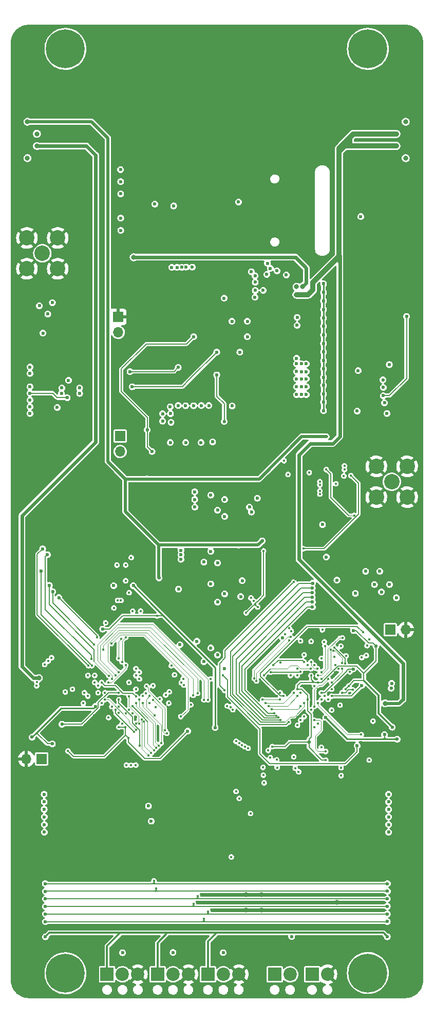
<source format=gbr>
%TF.GenerationSoftware,KiCad,Pcbnew,6.0.2*%
%TF.CreationDate,2022-02-16T12:43:48-06:00*%
%TF.ProjectId,FCB,4643422e-6b69-4636-9164-5f7063625858,A*%
%TF.SameCoordinates,Original*%
%TF.FileFunction,Copper,L3,Inr*%
%TF.FilePolarity,Positive*%
%FSLAX46Y46*%
G04 Gerber Fmt 4.6, Leading zero omitted, Abs format (unit mm)*
G04 Created by KiCad (PCBNEW 6.0.2) date 2022-02-16 12:43:48*
%MOMM*%
%LPD*%
G01*
G04 APERTURE LIST*
%TA.AperFunction,ComponentPad*%
%ADD10O,1.700000X1.700000*%
%TD*%
%TA.AperFunction,ComponentPad*%
%ADD11R,1.700000X1.700000*%
%TD*%
%TA.AperFunction,ComponentPad*%
%ADD12R,2.200000X2.200000*%
%TD*%
%TA.AperFunction,ComponentPad*%
%ADD13C,2.200000*%
%TD*%
%TA.AperFunction,ComponentPad*%
%ADD14C,2.540000*%
%TD*%
%TA.AperFunction,ComponentPad*%
%ADD15C,0.800000*%
%TD*%
%TA.AperFunction,ComponentPad*%
%ADD16C,6.400000*%
%TD*%
%TA.AperFunction,ViaPad*%
%ADD17C,0.600000*%
%TD*%
%TA.AperFunction,ViaPad*%
%ADD18C,0.800000*%
%TD*%
%TA.AperFunction,ViaPad*%
%ADD19C,0.400000*%
%TD*%
%TA.AperFunction,Conductor*%
%ADD20C,0.250000*%
%TD*%
%TA.AperFunction,Conductor*%
%ADD21C,0.150000*%
%TD*%
%TA.AperFunction,Conductor*%
%ADD22C,0.200000*%
%TD*%
%TA.AperFunction,Conductor*%
%ADD23C,0.600000*%
%TD*%
%TA.AperFunction,Conductor*%
%ADD24C,0.120000*%
%TD*%
%TA.AperFunction,Conductor*%
%ADD25C,0.500000*%
%TD*%
%TA.AperFunction,Conductor*%
%ADD26C,0.850000*%
%TD*%
%TA.AperFunction,Conductor*%
%ADD27C,0.300000*%
%TD*%
G04 APERTURE END LIST*
D10*
%TO.N,Net-(J6-Pad2)*%
%TO.C,J6*%
X188720000Y-116720000D03*
D11*
%TO.N,GND*%
X188720000Y-114180000D03*
%TD*%
D10*
%TO.N,Net-(J4-Pad2)*%
%TO.C,J4*%
X189030000Y-136380000D03*
D11*
%TO.N,Net-(J4-Pad1)*%
X189030000Y-133840000D03*
%TD*%
D10*
%TO.N,GND*%
%TO.C,J506*%
X173560000Y-187040000D03*
D11*
%TO.N,Net-(J506-Pad1)*%
X176100000Y-187040000D03*
%TD*%
D12*
%TO.N,Net-(D102-Pad1)*%
%TO.C,J111*%
X220670000Y-222570000D03*
D13*
%TO.N,GND*%
X223210000Y-222570000D03*
%TD*%
D12*
%TO.N,Net-(D102-Pad1)*%
%TO.C,J110*%
X214500000Y-222570000D03*
D13*
%TO.N,Net-(D101-Pad1)*%
X217040000Y-222570000D03*
%TD*%
D12*
%TO.N,/9V_PT_SUPPLY*%
%TO.C,J109*%
X203500000Y-222570000D03*
D13*
%TO.N,/PT3*%
X206040000Y-222570000D03*
%TO.N,GND*%
X208580000Y-222570000D03*
%TD*%
D12*
%TO.N,/9V_PT_SUPPLY*%
%TO.C,J108*%
X195200000Y-222570000D03*
D13*
%TO.N,/PT2*%
X197740000Y-222570000D03*
%TO.N,GND*%
X200280000Y-222570000D03*
%TD*%
D12*
%TO.N,/9V_PT_SUPPLY*%
%TO.C,J107*%
X186870000Y-222570000D03*
D13*
%TO.N,/PT1*%
X189410000Y-222570000D03*
%TO.N,GND*%
X191950000Y-222570000D03*
%TD*%
D14*
%TO.N,Net-(U106-Pad9)*%
%TO.C,X101*%
X176200000Y-103700000D03*
%TO.N,GND*%
X173660000Y-106240000D03*
X178740000Y-106240000D03*
X178740000Y-101160000D03*
X173660000Y-101160000D03*
%TD*%
D10*
%TO.N,GND*%
%TO.C,J306*%
X236130000Y-165750000D03*
D11*
%TO.N,Net-(J306-Pad1)*%
X233590000Y-165750000D03*
%TD*%
D14*
%TO.N,Net-(FB601-Pad1)*%
%TO.C,X601*%
X233800000Y-141360000D03*
%TO.N,GND*%
X231260000Y-138820000D03*
X231260000Y-143900000D03*
X236340000Y-143900000D03*
X236340000Y-138820000D03*
%TD*%
D15*
%TO.N,N/C*%
%TO.C,REF\u002A\u002A*%
X231547056Y-68302944D03*
X229850000Y-67600000D03*
X228152944Y-68302944D03*
X227450000Y-70000000D03*
X228152944Y-71697056D03*
X229850000Y-72400000D03*
X231547056Y-71697056D03*
X232250000Y-70000000D03*
D16*
X229850000Y-70000000D03*
%TD*%
D15*
%TO.N,N/C*%
%TO.C,REF\u002A\u002A*%
X181697056Y-68302944D03*
X180000000Y-67600000D03*
X178302944Y-68302944D03*
X177600000Y-70000000D03*
X178302944Y-71697056D03*
X180000000Y-72400000D03*
X181697056Y-71697056D03*
X182400000Y-70000000D03*
D16*
X180000000Y-70000000D03*
%TD*%
D15*
%TO.N,N/C*%
%TO.C,REF\u002A\u002A*%
X181697056Y-220702944D03*
X180000000Y-220000000D03*
X178302944Y-220702944D03*
X177600000Y-222400000D03*
X178302944Y-224097056D03*
X180000000Y-224800000D03*
X181697056Y-224097056D03*
X182400000Y-222400000D03*
D16*
X180000000Y-222400000D03*
%TD*%
D15*
%TO.N,N/C*%
%TO.C,REF\u002A\u002A*%
X231547056Y-220652144D03*
X229850000Y-219949200D03*
X228152944Y-220652144D03*
X227450000Y-222349200D03*
X228152944Y-224046256D03*
X229850000Y-224749200D03*
X231547056Y-224046256D03*
X232250000Y-222349200D03*
D16*
X229850000Y-222349200D03*
%TD*%
D17*
%TO.N,/MPU/SYS_VDD2_3P3V*%
X207450000Y-114900000D03*
X206175000Y-111100000D03*
X218210000Y-114260000D03*
D18*
%TO.N,GND*%
X174050000Y-221175000D03*
X209800000Y-209450000D03*
D17*
X211300000Y-114900000D03*
X211300000Y-117450000D03*
X198600000Y-114900000D03*
X198600000Y-117450000D03*
X207450000Y-118725000D03*
X202375000Y-118725000D03*
X197300000Y-112375000D03*
X211275000Y-112375000D03*
X212550000Y-112375000D03*
X211275000Y-127625000D03*
X212550000Y-127625000D03*
X197300000Y-127600000D03*
X235900000Y-140900000D03*
X237000000Y-140900000D03*
X235900000Y-141900000D03*
X237000000Y-141900000D03*
D19*
X226000000Y-143350000D03*
D18*
X234400000Y-173700000D03*
D19*
X219930000Y-181790000D03*
X214840000Y-173310000D03*
X214840000Y-176690000D03*
X221620000Y-175570000D03*
X220500000Y-176700000D03*
X218230000Y-180090000D03*
X221620000Y-180090000D03*
X223890000Y-177830000D03*
X223320000Y-176130000D03*
X221620000Y-169910000D03*
X219930000Y-167110000D03*
X218230000Y-169910000D03*
D17*
X226410000Y-181100000D03*
X230820000Y-179090000D03*
D19*
X219920000Y-173860000D03*
X189360000Y-176700000D03*
X184840000Y-176700000D03*
X188230000Y-169920000D03*
X191620000Y-169920000D03*
X195010000Y-176700000D03*
X223050000Y-140500000D03*
X223100000Y-143250006D03*
X226020000Y-141050000D03*
X226020000Y-141630000D03*
D17*
X233400000Y-139100000D03*
X234300000Y-139100000D03*
X233400000Y-137900000D03*
X234300000Y-137900000D03*
X233400000Y-143700000D03*
X234200000Y-143700000D03*
X233400000Y-144800000D03*
X234200000Y-144800000D03*
X227400000Y-185300000D03*
D19*
X228000004Y-175000000D03*
D18*
X180100000Y-80000000D03*
X180100000Y-90000000D03*
X230000000Y-80000000D03*
X230000000Y-90000000D03*
D17*
X203650000Y-125075000D03*
X206200000Y-125075000D03*
X199850000Y-122525000D03*
X198600000Y-125075000D03*
X211300000Y-122525000D03*
X211275000Y-125100000D03*
X198600000Y-120000000D03*
X211300000Y-120000000D03*
X201125000Y-125075000D03*
X208750000Y-125100000D03*
X204925000Y-113650000D03*
X204925000Y-114875000D03*
X212550000Y-113650000D03*
X211275000Y-113650000D03*
X201125000Y-113675000D03*
X208725000Y-113650000D03*
X203650000Y-126350000D03*
X206200000Y-126350000D03*
X237550000Y-128400000D03*
X237550000Y-125850000D03*
X237550000Y-124600000D03*
X237550000Y-123300000D03*
X237550000Y-120800000D03*
X237550000Y-118250000D03*
X237550000Y-131350000D03*
X227750000Y-130450000D03*
X227800000Y-108700000D03*
X227850000Y-117100000D03*
X228650000Y-116550000D03*
X227800000Y-121300000D03*
X227800000Y-112900000D03*
X227800000Y-125500000D03*
X220100000Y-189600000D03*
X217800000Y-185350000D03*
X224720000Y-180410000D03*
X232690000Y-173200000D03*
X228760000Y-184400000D03*
X237050000Y-183540000D03*
D19*
X226620000Y-173480000D03*
D17*
X214420000Y-183340000D03*
D19*
X226800000Y-176220000D03*
X217090000Y-174450000D03*
X232325000Y-175785036D03*
D17*
X185930000Y-185730000D03*
X184761706Y-179960021D03*
D19*
X183130000Y-175000000D03*
X176220000Y-173050000D03*
D17*
X181190000Y-182680000D03*
D19*
X224450000Y-172740002D03*
X194450000Y-172729998D03*
D18*
X224800000Y-210700000D03*
D17*
X225600000Y-205600000D03*
D18*
X212340000Y-209450000D03*
X209800000Y-211990000D03*
X212340000Y-211990000D03*
D17*
X174150000Y-124600000D03*
X192250000Y-132650000D03*
X175550000Y-114650000D03*
X192250000Y-107300000D03*
X217650000Y-107250000D03*
X217700000Y-132750000D03*
X174100000Y-131150000D03*
D19*
X185399998Y-173870000D03*
X190490000Y-175570000D03*
D17*
X222700000Y-181000000D03*
X235470000Y-159390000D03*
D19*
X187167270Y-179030498D03*
X191620000Y-180100000D03*
D17*
X183090000Y-172380000D03*
D18*
X235800000Y-71200000D03*
D19*
X195275000Y-183500000D03*
X189920000Y-168210000D03*
X212580000Y-175630000D03*
X197600000Y-176650000D03*
X231500000Y-191725000D03*
D17*
X233300000Y-191625000D03*
X233300000Y-200375000D03*
X233075000Y-215100000D03*
X176675000Y-215100000D03*
X209175000Y-189625000D03*
X217625000Y-191000000D03*
D19*
X224600000Y-137400000D03*
X219650000Y-148000000D03*
X187650000Y-159650000D03*
X188550000Y-153850000D03*
D17*
X174045000Y-154605000D03*
D19*
X226600000Y-163550000D03*
X223600000Y-166750000D03*
X226300000Y-166450000D03*
D17*
X172600000Y-183500000D03*
X232700000Y-179600000D03*
X196900000Y-144250000D03*
X196900000Y-145550000D03*
X194800000Y-143900000D03*
D19*
X207800000Y-147800000D03*
D17*
X213999998Y-145750000D03*
X210600000Y-153200000D03*
X215950000Y-153200000D03*
X207100000Y-155650000D03*
X200700000Y-155000000D03*
X199450000Y-159050000D03*
X199405000Y-161095000D03*
X213950000Y-157200000D03*
X213950000Y-159050000D03*
D19*
X215600000Y-145950000D03*
X189250000Y-182600000D03*
X191050000Y-171600000D03*
X192750000Y-175550000D03*
D17*
X179250000Y-169200000D03*
X178350000Y-177950000D03*
X183380000Y-181490000D03*
X229700000Y-176100000D03*
X226140000Y-93470000D03*
X180210000Y-110860000D03*
X209420000Y-97350000D03*
X209440000Y-99450000D03*
X209450000Y-100850000D03*
X201200000Y-89899999D03*
X181970000Y-101910000D03*
X181270000Y-93330000D03*
D19*
X197640000Y-175380000D03*
D17*
X219530000Y-102610000D03*
X227370000Y-101320000D03*
X229510000Y-101320000D03*
X229330000Y-96040000D03*
X201200000Y-102750000D03*
X202720000Y-133000000D03*
X175280000Y-176560000D03*
X176480000Y-191620000D03*
X176520000Y-200370000D03*
D19*
X184223990Y-178029980D03*
X198650000Y-163460000D03*
X185420000Y-153830000D03*
D17*
X181685000Y-184715000D03*
D19*
X185980000Y-175570000D03*
D17*
X224679996Y-151430000D03*
X218030000Y-157340000D03*
D19*
X211690000Y-147610000D03*
D17*
X195680000Y-165380000D03*
D19*
X212070000Y-173930000D03*
D17*
X189400000Y-184530000D03*
%TO.N,/MPU/SYS_VOUT*%
X210000000Y-114900000D03*
X218200000Y-115550000D03*
%TO.N,/MPU/SYS_VDD1_3P3V*%
X232400000Y-127150000D03*
X222550000Y-110150000D03*
X222550000Y-108700000D03*
X222550000Y-111550000D03*
X222550000Y-112950000D03*
X222550000Y-114350000D03*
X222550000Y-115700000D03*
X222550000Y-117150000D03*
X222550000Y-118550000D03*
X222550000Y-119950000D03*
X222550000Y-121400000D03*
X222550000Y-122750000D03*
X222550000Y-124150000D03*
X222550000Y-125450000D03*
X222550000Y-126900000D03*
X222550000Y-128205011D03*
X222550000Y-129650000D03*
X210000000Y-117450000D03*
X201150000Y-117450000D03*
X193480000Y-132790000D03*
X194290000Y-136370000D03*
X236240000Y-114090000D03*
%TO.N,/MPU/SYS_VDD3_3P3V*%
X204950000Y-120000000D03*
X174150000Y-126750000D03*
X191000000Y-125700000D03*
X180300000Y-127500000D03*
%TO.N,/MPU/SYS_VDD_1P8V*%
X204950000Y-123750000D03*
X206180000Y-131430000D03*
%TO.N,/MPU/SYS_RTC_1P8V*%
X208750000Y-120000000D03*
D18*
%TO.N,/MPU/USB5V*%
X218100000Y-109200000D03*
X219050000Y-109200000D03*
X191250000Y-104350000D03*
D19*
%TO.N,/ZOE-M8Q/3V3*%
X227600000Y-146900002D03*
X223000000Y-139350000D03*
D17*
X222380000Y-148420000D03*
%TO.N,Net-(J4-Pad2)*%
X201130000Y-128830000D03*
%TO.N,Net-(J4-Pad1)*%
X199820000Y-128830000D03*
%TO.N,/MPU/JTAG_EMU1*%
X233400000Y-122050000D03*
%TO.N,/MPU/JTAG_EMU0*%
X228249998Y-123050000D03*
%TO.N,/MPU/JTAG_TCK*%
X232350000Y-124550000D03*
%TO.N,/MPU/JTAG_TDO*%
X232399980Y-125800000D03*
%TO.N,/MPU/JTAG_TDI*%
X232600000Y-128350000D03*
%TO.N,/MPU/JTAG_TRSTN*%
X233000000Y-130100000D03*
%TO.N,/MPU/JTAG_TMS*%
X228100000Y-129700000D03*
D19*
%TO.N,/MCU_AC/AD_B0_11*%
X221620000Y-173300000D03*
X225670000Y-167090000D03*
X221040000Y-178400000D03*
X223330000Y-173870000D03*
D17*
%TO.N,/ZOE-M8Q/VBATT*%
X223000000Y-153770000D03*
%TO.N,Net-(TP7-Pad1)*%
X198600000Y-128800000D03*
X197300000Y-134900000D03*
%TO.N,Net-(TP8-Pad1)*%
X202400000Y-128800000D03*
X199850000Y-134900000D03*
%TO.N,Net-(TP9-Pad1)*%
X203650000Y-128800000D03*
X202350000Y-134900000D03*
%TO.N,Net-(TP10-Pad1)*%
X207500000Y-128850000D03*
X204274998Y-134775000D03*
%TO.N,Net-(TP11-Pad1)*%
X198600000Y-122500000D03*
X190650000Y-123200000D03*
%TO.N,/MPU/USB0_DP*%
X177100000Y-113700000D03*
X175700002Y-112350000D03*
%TO.N,/MPU/USB0_ID*%
X177860000Y-111820000D03*
X176300000Y-116850000D03*
D19*
%TO.N,/MCU_AC/AD_B0_09*%
X226250000Y-170050000D03*
X224330000Y-170258841D03*
%TO.N,/MCU_AC/AD_B0_08*%
X230100000Y-167340000D03*
X222190000Y-170490002D03*
%TO.N,/MCU_AC/AD_B0_04*%
X221056371Y-171613629D03*
X225410000Y-168470000D03*
%TO.N,/MCU_AC/B0_13*%
X219920000Y-171599998D03*
X229720000Y-168380000D03*
%TO.N,/MCU_AC/POR_B*%
X222190000Y-177260000D03*
X228850000Y-170350000D03*
%TO.N,/MCU_AC/EMC_24*%
X214825000Y-187200000D03*
%TO.N,/MCU_AC/EMC_26*%
X214900000Y-188475000D03*
%TO.N,/MCU_AC/EMC_25*%
X215400000Y-176125000D03*
X225450000Y-189800000D03*
X212640000Y-189735000D03*
%TO.N,/MCU_AC/EMC_27*%
X212750001Y-191000001D03*
%TO.N,/MCU_AC/EMC_22*%
X230075000Y-187250000D03*
%TO.N,/MCU_AC/EMC_29*%
X212575000Y-188450000D03*
X213425000Y-185650000D03*
X225450000Y-188525000D03*
%TO.N,/MCU_AC/EMC_28*%
X213775000Y-186850000D03*
%TO.N,Net-(C305-Pad1)*%
X218790000Y-176130000D03*
X221050000Y-175010000D03*
D17*
%TO.N,Net-(C309-Pad1)*%
X234700000Y-183800000D03*
X232600000Y-183050000D03*
X222900000Y-180250000D03*
D19*
%TO.N,Net-(C313-Pad1)*%
X223880772Y-175560772D03*
X226896000Y-172696000D03*
%TO.N,Net-(C314-Pad1)*%
X225280000Y-178190002D03*
%TO.N,Net-(C316-Pad1)*%
X223880000Y-178990000D03*
%TO.N,Net-(C317-Pad1)*%
X222190000Y-176140000D03*
D17*
X227440000Y-172220000D03*
%TO.N,Net-(C318-Pad1)*%
X228860000Y-174940000D03*
D19*
X223880000Y-176700000D03*
%TO.N,Net-(C319-Pad1)*%
X218790000Y-180650000D03*
%TO.N,Net-(J301-Pad2)*%
X223320000Y-177260000D03*
D17*
X233700000Y-175400000D03*
D19*
%TO.N,Net-(J301-Pad3)*%
X222750000Y-176700000D03*
D17*
X233800000Y-174600000D03*
D19*
%TO.N,Net-(J302-Pad1)*%
X214440002Y-179540000D03*
D17*
X220720000Y-162000002D03*
D19*
%TO.N,Net-(J302-Pad2)*%
X215490000Y-180650000D03*
D17*
X220710000Y-159660000D03*
%TO.N,Net-(J302-Pad3)*%
X220710000Y-158880000D03*
X229490000Y-156110000D03*
X231825000Y-156110000D03*
D19*
X219350000Y-177830002D03*
%TO.N,Net-(J302-Pad5)*%
X214768491Y-179920282D03*
D17*
X220720000Y-161180000D03*
X233420000Y-158290000D03*
X230950000Y-158300000D03*
D19*
%TO.N,Net-(J302-Pad7)*%
X215131955Y-180248924D03*
D17*
X220710000Y-160440000D03*
X227800000Y-159750000D03*
X234570000Y-160490000D03*
D19*
%TO.N,Net-(J302-Pad8)*%
X216790000Y-181000000D03*
D17*
X220750000Y-158090000D03*
X224760000Y-157590000D03*
X232110000Y-159520000D03*
D19*
%TO.N,Net-(J306-Pad1)*%
X229600000Y-170000000D03*
%TO.N,Net-(L301-Pad2)*%
X218270000Y-181500000D03*
%TO.N,Net-(R307-Pad2)*%
X230706000Y-180824000D03*
X221625000Y-177825000D03*
X228775000Y-183050000D03*
%TO.N,Net-(U301-PadP4)*%
X218450000Y-189170000D03*
X221630000Y-181240000D03*
%TO.N,Net-(U301-PadN4)*%
X222920000Y-185820000D03*
X221050000Y-180675000D03*
%TO.N,Net-(U301-PadL4)*%
X220500000Y-178960000D03*
X222190000Y-185130000D03*
%TO.N,Net-(U301-PadP3)*%
X217890000Y-188600000D03*
X221060000Y-181800000D03*
%TO.N,Net-(U301-PadL3)*%
X219360000Y-180080000D03*
X217650000Y-186700000D03*
%TO.N,Net-(C505-Pad1)*%
X190490000Y-174430000D03*
D17*
%TO.N,Net-(C509-Pad1)*%
X174510000Y-183460000D03*
X184937917Y-178399581D03*
X177850000Y-184560000D03*
D19*
%TO.N,Net-(C513-Pad1)*%
X188790000Y-179460000D03*
%TO.N,Net-(C514-Pad1)*%
X187120000Y-180249990D03*
%TO.N,Net-(C516-Pad1)*%
X185950000Y-177820000D03*
X182954000Y-177850000D03*
%TO.N,Net-(C517-Pad1)*%
X188800000Y-177260000D03*
X192229990Y-184870000D03*
%TO.N,Net-(C518-Pad1)*%
X188230000Y-178970000D03*
X191300000Y-182610000D03*
%TO.N,Net-(C519-Pad1)*%
X184830000Y-173300000D03*
%TO.N,Net-(D602-Pad2)*%
X225900000Y-140400000D03*
X226000000Y-138750000D03*
%TO.N,Net-(J501-Pad2)*%
X186530000Y-176130000D03*
X175280000Y-174350000D03*
%TO.N,Net-(J501-Pad3)*%
X187660000Y-178410000D03*
X175260000Y-175000000D03*
D17*
%TO.N,Net-(J502-Pad8)*%
X176250000Y-152425000D03*
D19*
X183785787Y-171689213D03*
%TO.N,Net-(J502-Pad7)*%
X184275000Y-170550000D03*
D17*
X177050000Y-153375000D03*
D19*
%TO.N,Net-(J502-Pad5)*%
X184358748Y-171691252D03*
D17*
X175975000Y-156060000D03*
%TO.N,Net-(J502-Pad3)*%
X177350000Y-158450000D03*
D19*
X187162550Y-173320367D03*
D17*
%TO.N,Net-(J502-Pad2)*%
X177900000Y-159475000D03*
D19*
X184730002Y-168170000D03*
%TO.N,Net-(J502-Pad1)*%
X185190000Y-167000000D03*
D17*
X178925000Y-160450000D03*
D19*
%TO.N,Net-(JP602-Pad2)*%
X224600000Y-141700000D03*
%TO.N,Net-(JP605-Pad2)*%
X221950000Y-141850000D03*
%TO.N,Net-(JP606-Pad2)*%
X221950000Y-141325000D03*
%TO.N,Net-(L501-Pad2)*%
X183700000Y-173300000D03*
D17*
%TO.N,Net-(R205-Pad2)*%
X219700000Y-127000000D03*
%TO.N,Net-(R206-Pad2)*%
X218900000Y-127000000D03*
%TO.N,Net-(R207-Pad2)*%
X218100000Y-127000000D03*
%TO.N,Net-(R208-Pad2)*%
X219700000Y-125700000D03*
%TO.N,Net-(R209-Pad2)*%
X218900000Y-125700000D03*
%TO.N,Net-(R210-Pad2)*%
X218100000Y-125700000D03*
%TO.N,Net-(R211-Pad2)*%
X219700000Y-124400000D03*
%TO.N,Net-(R212-Pad2)*%
X218900000Y-124400000D03*
%TO.N,Net-(R213-Pad2)*%
X218100000Y-124400000D03*
%TO.N,Net-(R214-Pad2)*%
X219700001Y-123200001D03*
%TO.N,Net-(R215-Pad2)*%
X218900004Y-123200000D03*
%TO.N,Net-(R216-Pad2)*%
X218100000Y-123175000D03*
%TO.N,Net-(R217-Pad2)*%
X219700000Y-121900000D03*
%TO.N,Net-(R218-Pad2)*%
X218900000Y-121900000D03*
%TO.N,Net-(R219-Pad2)*%
X218100000Y-121900000D03*
%TO.N,Net-(R220-Pad2)*%
X218100000Y-120999998D03*
D19*
%TO.N,/MCU_HYBRID/AD_B0_11*%
X185970000Y-174440000D03*
X191619371Y-176762747D03*
X197050000Y-177875000D03*
X200675000Y-178125000D03*
%TO.N,Net-(R507-Pad2)*%
X188790000Y-176130000D03*
D17*
X179430000Y-181330000D03*
D19*
%TO.N,/MCU_HYBRID/AD_B0_10*%
X194840000Y-178510000D03*
X193881571Y-177828427D03*
%TO.N,/MCU_HYBRID/AD_B0_08*%
X194483140Y-177308165D03*
X196740000Y-182840000D03*
%TO.N,/MCU_HYBRID/AD_B0_07*%
X194740000Y-179910000D03*
X193890000Y-176690000D03*
%TO.N,/MCU_HYBRID/AD_B0_04*%
X193299565Y-176197426D03*
X195579974Y-177197064D03*
%TO.N,/MCU_HYBRID/B0_13*%
X196440000Y-182330000D03*
X193389810Y-175070698D03*
%TO.N,/MCU_HYBRID/POR_B*%
X186464308Y-177292655D03*
X191620000Y-182220000D03*
%TO.N,Net-(U501-PadP4)*%
X183700000Y-176700000D03*
X176580000Y-171490000D03*
%TO.N,Net-(U501-PadN4)*%
X185400000Y-176130000D03*
X179977505Y-176022495D03*
%TO.N,Net-(U501-PadL4)*%
X185400000Y-175000000D03*
X181160000Y-175570000D03*
%TO.N,Net-(U501-PadP3)*%
X177150000Y-170930000D03*
X183140000Y-176130000D03*
%TO.N,Net-(U501-PadL3)*%
X177720000Y-170360000D03*
X184830000Y-174430000D03*
%TO.N,/MCU_HYBRID/EMC_24*%
X189360000Y-171049998D03*
X189930000Y-167040000D03*
X189930000Y-157670000D03*
%TO.N,/MCU_HYBRID/EMC_26*%
X191100000Y-162690000D03*
%TO.N,/MCU_HYBRID/EMC_25*%
X188790000Y-170480000D03*
X189170000Y-167280000D03*
X189950000Y-155100000D03*
X189150000Y-160900000D03*
%TO.N,/MCU_HYBRID/EMC_27*%
X190850000Y-153850000D03*
X190500000Y-159650000D03*
%TO.N,/MCU_HYBRID/EMC_22*%
X186650002Y-164600000D03*
%TO.N,/MCU_HYBRID/EMC_29*%
X188000000Y-162150000D03*
%TO.N,/MCU_HYBRID/EMC_28*%
X188600006Y-160900000D03*
X188500010Y-155100000D03*
%TO.N,Net-(U601-PadP$J7)*%
X221950000Y-142850000D03*
%TO.N,Net-(U601-PadP$J8)*%
X221950000Y-143400000D03*
D18*
%TO.N,/3V3*%
X173750000Y-88000000D03*
X173750000Y-82000000D03*
X236100000Y-82000000D03*
X236100000Y-88000000D03*
D17*
X193450000Y-140900000D03*
X195450000Y-157200000D03*
X208550000Y-151800000D03*
X212450000Y-151100000D03*
D19*
X223050000Y-133900000D03*
D18*
%TO.N,/5V*%
X218100000Y-110500000D03*
X219050000Y-110500000D03*
X175300000Y-84000000D03*
X175300000Y-86000000D03*
X232700000Y-177900000D03*
X234550000Y-86000000D03*
X234550000Y-84000000D03*
X175625000Y-173725000D03*
D17*
%TO.N,/MPU_SPI0_SCK*%
X197410000Y-131550000D03*
X194740000Y-95590000D03*
X197850000Y-95890000D03*
%TO.N,/MPU_SPI0_MISO*%
X197320000Y-130130000D03*
%TO.N,/TLM_CS*%
X196020000Y-131360000D03*
%TO.N,/MPU_SPI0_MOSI*%
X196030000Y-130150000D03*
%TO.N,/TLM_DIO2*%
X189100000Y-89890000D03*
X211270000Y-107400000D03*
X200920000Y-105970000D03*
%TO.N,/TLM_DIO1*%
X189110000Y-91890000D03*
X211290000Y-108460000D03*
X199910001Y-105969999D03*
%TO.N,/TLM_DIO0*%
X212590000Y-109790000D03*
X189110000Y-93889999D03*
X199180000Y-105990000D03*
%TO.N,/TLM_DIO4*%
X211290000Y-109810000D03*
X189120000Y-97900000D03*
X198389998Y-106020000D03*
%TO.N,/TLM_DIO3*%
X211250000Y-110940000D03*
X197540000Y-106020000D03*
X189130000Y-99910000D03*
%TO.N,/TLM_DIO5*%
X210660000Y-106730000D03*
%TO.N,/TLM_RST*%
X213180000Y-107164000D03*
D19*
%TO.N,/LSM9_CS_AG*%
X217100000Y-173300000D03*
X191620000Y-172170000D03*
X210590000Y-160500002D03*
X215428101Y-171178103D03*
D17*
X215760000Y-167080000D03*
%TO.N,/SNS_SPI_MISO*%
X205100000Y-146050000D03*
D19*
X191625000Y-173300000D03*
X218230000Y-173300000D03*
D17*
X210330000Y-145530000D03*
X201334990Y-145525000D03*
X205100000Y-154730000D03*
X199050008Y-153360000D03*
X205100000Y-169910000D03*
X208890000Y-160290000D03*
X205100000Y-161200000D03*
D19*
X216700000Y-140150000D03*
%TO.N,/SNS_SPI_MOSI*%
X192200000Y-173875000D03*
D17*
X210670000Y-146350000D03*
X206250000Y-147080000D03*
X201315015Y-144275015D03*
X206250000Y-159850000D03*
X206250000Y-172150002D03*
D19*
X213800000Y-172740000D03*
D17*
X198650000Y-159050006D03*
X206250000Y-144275002D03*
D19*
X216050000Y-137900000D03*
X218759271Y-172660379D03*
D17*
%TO.N,/SNS_SPI_SCK*%
X203975006Y-143550006D03*
D19*
X192190000Y-172730000D03*
X218230000Y-172170000D03*
D17*
X201320000Y-143019998D03*
X203970000Y-152839998D03*
X199050000Y-152670000D03*
X203970000Y-168770000D03*
X203970000Y-158190000D03*
X209160001Y-157670000D03*
X211649990Y-144075000D03*
D19*
X226000000Y-139350000D03*
X220200000Y-139850000D03*
D17*
%TO.N,/MS5611_CS*%
X201670000Y-167650000D03*
X198870000Y-168210000D03*
D19*
X219360000Y-169910000D03*
%TO.N,/KX122_CS*%
X191060000Y-179520000D03*
X224307024Y-168672249D03*
X226129058Y-171320566D03*
X207599998Y-178925000D03*
%TO.N,/LSM9_CS_M*%
X211020000Y-161000000D03*
X190490000Y-178960000D03*
X207200000Y-178500000D03*
X218770000Y-167590000D03*
D17*
%TO.N,/MPU/MMC0_DAT1*%
X174150000Y-122450000D03*
%TO.N,/MPU/MMC0_DAT0*%
X174150000Y-123500000D03*
%TO.N,/MPU/MMC0_CLK*%
X174150000Y-125700000D03*
X179400000Y-125900000D03*
X182349996Y-125900000D03*
%TO.N,/MPU/MMC0_CMD*%
X174150000Y-127900000D03*
X179350000Y-126800000D03*
X182349998Y-126800002D03*
%TO.N,/MPU/MMC0_DAT3*%
X174150000Y-129000000D03*
%TO.N,/MPU/MMC0_DAT2*%
X174150000Y-130100000D03*
X180500000Y-124650000D03*
X178650000Y-129100000D03*
%TO.N,/MPU9250_CS*%
X202825000Y-154599992D03*
D19*
X194450000Y-175000000D03*
D17*
X199049998Y-154140000D03*
D19*
X219360000Y-171040000D03*
D17*
X202820000Y-171020000D03*
D19*
X214240000Y-171619998D03*
X197459998Y-171690000D03*
X197980000Y-173180000D03*
%TO.N,/MCU_AC__UART1_TX*%
X225590000Y-176130000D03*
X227360000Y-175670000D03*
D17*
X228090000Y-184880000D03*
D19*
X206000000Y-173270000D03*
%TO.N,/B2B_I2C_SDA*%
X191060000Y-178390000D03*
X194600000Y-185625000D03*
X223875000Y-174425000D03*
X225625000Y-172150000D03*
D17*
X233075000Y-207625000D03*
X176680000Y-207630000D03*
D19*
X194600000Y-207170000D03*
X224210006Y-169230000D03*
X225610000Y-171250002D03*
X209585197Y-185014805D03*
%TO.N,/B2B_I2C_SCL*%
X195000000Y-208420000D03*
X191620000Y-177830000D03*
X195000000Y-185225000D03*
X222200000Y-173850000D03*
D17*
X233080000Y-208870000D03*
X176690000Y-208880000D03*
D19*
X223720000Y-169020000D03*
X209125000Y-184750010D03*
%TO.N,/MCU_AC_UART1_RX*%
X220470000Y-172170000D03*
X212720000Y-173300000D03*
X203969998Y-173860000D03*
%TO.N,/MCU_AC_SPI2_MOSI*%
X215960000Y-176700000D03*
X229040000Y-166170000D03*
%TO.N,/MCU_HYB_UART1_TX*%
X188800000Y-178400000D03*
X192390000Y-162660000D03*
%TO.N,/MCU_HYB_UART1_RX*%
X192750000Y-176700000D03*
X199410000Y-173830000D03*
%TO.N,/MCU_HYB_SPI2_MOSI*%
X199025000Y-180075000D03*
X187587500Y-168037500D03*
D17*
%TO.N,/B2B_GPIO1*%
X176520000Y-199120000D03*
X233290000Y-199120000D03*
%TO.N,/B2B_SPI_CS2*%
X194150000Y-197310000D03*
X176520000Y-197870000D03*
X233295000Y-197875000D03*
D19*
X194150000Y-186060000D03*
X192936580Y-180896100D03*
%TO.N,/B2B_SPI_CS1*%
X210525000Y-196060000D03*
D17*
X176520000Y-196620000D03*
X233290000Y-196620000D03*
D19*
X224470000Y-171580000D03*
X217250000Y-165960000D03*
D17*
%TO.N,/B2B_SPI_SCK*%
X193700000Y-194810000D03*
X176505000Y-195375000D03*
X233280000Y-195370000D03*
D19*
X193700000Y-186480000D03*
X225020000Y-172160000D03*
X216930000Y-165520000D03*
X210125000Y-185300000D03*
X192580000Y-180560000D03*
%TO.N,/B2B_SPI_MISO*%
X208650000Y-193560000D03*
D17*
X176515000Y-194125000D03*
X233290000Y-194120000D03*
D19*
X192190000Y-177260000D03*
X195380000Y-184850000D03*
X208650000Y-184450000D03*
X222781137Y-168423873D03*
X222180000Y-172740000D03*
D17*
%TO.N,/B2B_SPI_MOSI*%
X176495000Y-192875000D03*
X233285000Y-192875000D03*
D19*
X192760000Y-177820000D03*
X195795846Y-184445363D03*
X220500000Y-171050000D03*
X222675000Y-167750000D03*
X208125000Y-192400000D03*
X208124996Y-184149996D03*
X221546380Y-172169836D03*
D17*
%TO.N,/9V_PT_SUPPLY*%
X176700000Y-216380000D03*
X233070000Y-216370000D03*
D19*
%TO.N,/B2B_SERVO4*%
X202820000Y-213440000D03*
D17*
X233070000Y-213870000D03*
X176700000Y-213880000D03*
D19*
X188240000Y-173300000D03*
X218790000Y-178390000D03*
X202820000Y-177300000D03*
X214050000Y-178825000D03*
%TO.N,/B2B_SERVO3*%
X203510000Y-212180000D03*
D17*
X233070000Y-212630000D03*
X176700000Y-212620000D03*
D19*
X187650000Y-173870000D03*
X218240772Y-176700772D03*
X203510011Y-177299854D03*
X213541515Y-178320493D03*
%TO.N,/B2B_SERVO2*%
X201120000Y-210940000D03*
D17*
X233070000Y-211380000D03*
X176700000Y-211370000D03*
D19*
X188790000Y-172740000D03*
X217670000Y-176130000D03*
X201075000Y-176574996D03*
X213012004Y-177837013D03*
%TO.N,/B2B_SERVO1*%
X201790000Y-209670000D03*
D17*
X233070000Y-210120000D03*
X176690000Y-210120000D03*
D19*
X215400000Y-177260000D03*
X186230000Y-169020000D03*
X201790002Y-176250000D03*
X212500000Y-177275000D03*
D17*
%TO.N,Net-(D101-Pad1)*%
X217300000Y-216350000D03*
D19*
%TO.N,/SLND_TRIG*%
X197120000Y-175990000D03*
X206210000Y-175750000D03*
X207350000Y-203210000D03*
X220510000Y-167660000D03*
X222370000Y-165770000D03*
X217660000Y-157850000D03*
D17*
%TO.N,/MCU_AC/3V3_MCU*%
X220150000Y-184250000D03*
X233890000Y-181820000D03*
D19*
X220490000Y-173300000D03*
X218230000Y-175560000D03*
X219920000Y-177270000D03*
X226710000Y-175020000D03*
X226160000Y-175570000D03*
X221630002Y-174440000D03*
D17*
X227500000Y-165900000D03*
X231198206Y-168448206D03*
D19*
X214075000Y-185025000D03*
X222925000Y-187250000D03*
D17*
%TO.N,/LCD_CS*%
X197270000Y-129000000D03*
%TO.N,/LCD_DC*%
X208544500Y-95226000D03*
D19*
%TO.N,/ZOE_CS*%
X196530000Y-176520000D03*
X206680000Y-178320000D03*
X209800000Y-162970000D03*
X227060000Y-140350000D03*
X219230000Y-152400000D03*
X212673201Y-152753201D03*
X216180000Y-166480000D03*
X211700000Y-162000000D03*
%TO.N,/PT1*%
X189360000Y-181230000D03*
X190054999Y-188065001D03*
D17*
X189430000Y-219000000D03*
D19*
%TO.N,/PT2*%
X189930000Y-179520000D03*
X190820000Y-188080000D03*
D17*
X197740000Y-218970000D03*
D19*
%TO.N,/PT3*%
X192200000Y-181260000D03*
X191610000Y-188070000D03*
D17*
X206020000Y-218980000D03*
D19*
%TO.N,/INTER_MCU_UART_TX*%
X217130000Y-166910000D03*
X211119990Y-173793555D03*
X199100000Y-174500000D03*
%TO.N,/INTER_MCU_UART_RX*%
X216910000Y-167530000D03*
X211500000Y-174210000D03*
X199530000Y-174880000D03*
%TO.N,/MCU_HYBRID/3V3_MCU*%
X189920000Y-181790000D03*
X188800000Y-181790000D03*
X189930000Y-171600000D03*
X187100000Y-174430000D03*
X191620000Y-175560000D03*
X190490000Y-176710000D03*
X190390000Y-183600000D03*
X191648094Y-181211906D03*
D17*
X200160000Y-182460000D03*
X191200000Y-158490000D03*
X187950000Y-158490000D03*
X186150000Y-165660000D03*
X204690000Y-181890000D03*
D19*
X195120000Y-163470000D03*
X180430001Y-185760001D03*
D17*
%TO.N,Net-(R501-Pad2)*%
X213290000Y-105340000D03*
%TO.N,Net-(SW501-Pad2)*%
X213790000Y-106180000D03*
X228690000Y-97650000D03*
%TO.N,Net-(TP18-Pad1)*%
X216410000Y-107250000D03*
X214880000Y-106590000D03*
%TD*%
D20*
%TO.N,/MPU/SYS_VDD1_3P3V*%
X222550000Y-108700000D02*
X222550000Y-129650000D01*
D21*
X194290000Y-136370000D02*
X193480000Y-135560000D01*
X193480000Y-135560000D02*
X193480000Y-132790000D01*
X199950000Y-118650000D02*
X201150000Y-117450000D01*
X189220000Y-122760000D02*
X193330000Y-118650000D01*
X189220000Y-126471798D02*
X189220000Y-122760000D01*
X193480000Y-130731798D02*
X189220000Y-126471798D01*
X193330000Y-118650000D02*
X199950000Y-118650000D01*
X193480000Y-132790000D02*
X193480000Y-130731798D01*
D22*
X236240000Y-114090000D02*
X236240000Y-124330000D01*
X233420000Y-127150000D02*
X232400000Y-127150000D01*
X236240000Y-124330000D02*
X233420000Y-127150000D01*
%TO.N,/MPU/SYS_VDD3_3P3V*%
X204950000Y-120000000D02*
X200500000Y-124450000D01*
X200500000Y-124450000D02*
X199250000Y-125700000D01*
X199250000Y-125700000D02*
X191000000Y-125700000D01*
X174150000Y-126750000D02*
X177900000Y-126750000D01*
X178650000Y-127500000D02*
X180300000Y-127500000D01*
X177900000Y-126750000D02*
X178650000Y-127500000D01*
%TO.N,/MPU/SYS_VDD_1P8V*%
X206180000Y-131430000D02*
X206180000Y-128490000D01*
X204950000Y-127260000D02*
X204950000Y-123750000D01*
X206180000Y-128490000D02*
X204950000Y-127260000D01*
D23*
%TO.N,/MPU/USB5V*%
X219050000Y-109200000D02*
X219700000Y-108550000D01*
X191250000Y-104350000D02*
X217950000Y-104350000D01*
X219700000Y-106100000D02*
X219700000Y-108550000D01*
X217950000Y-104350000D02*
X219700000Y-106100000D01*
D24*
%TO.N,/ZOE-M8Q/3V3*%
X226670002Y-146900002D02*
X227600000Y-146900002D01*
D21*
X223750000Y-143980000D02*
X226670002Y-146900002D01*
X223750000Y-140100000D02*
X223750000Y-143980000D01*
X223000000Y-139350000D02*
X223750000Y-140100000D01*
D24*
%TO.N,/MCU_AC/AD_B0_11*%
X223250000Y-168987158D02*
X225147158Y-167090000D01*
X223250000Y-172188002D02*
X223250000Y-168987158D01*
X222138002Y-173300000D02*
X223250000Y-172188002D01*
X221620000Y-173300000D02*
X222138002Y-173300000D01*
X225147158Y-167090000D02*
X225670000Y-167090000D01*
X221040000Y-175631998D02*
X221801998Y-174870000D01*
X221040000Y-178400000D02*
X221040000Y-175631998D01*
X222330000Y-174870000D02*
X223330000Y-173870000D01*
X221801998Y-174870000D02*
X222330000Y-174870000D01*
D21*
%TO.N,Net-(TP11-Pad1)*%
X197900000Y-123200000D02*
X190650000Y-123200000D01*
X198600000Y-122500000D02*
X197900000Y-123200000D01*
%TO.N,Net-(C309-Pad1)*%
X232600000Y-183750000D02*
X232650000Y-183800000D01*
X232590000Y-183560000D02*
X232350000Y-183800000D01*
X232600000Y-183560000D02*
X232590000Y-183560000D01*
D20*
X232350000Y-183800000D02*
X232650000Y-183800000D01*
D22*
X232600000Y-183050000D02*
X232600000Y-183560000D01*
D21*
X232600000Y-183560000D02*
X232600000Y-183750000D01*
X232600000Y-183560000D02*
X232610000Y-183560000D01*
D20*
X232850000Y-183800000D02*
X234700000Y-183800000D01*
D21*
X232610000Y-183560000D02*
X232850000Y-183800000D01*
D20*
X232650000Y-183800000D02*
X232850000Y-183800000D01*
X232350000Y-183800000D02*
X226450000Y-183800000D01*
X226450000Y-183800000D02*
X223199999Y-180549999D01*
X223199999Y-180549999D02*
X222900000Y-180250000D01*
D22*
%TO.N,Net-(C317-Pad1)*%
X222190000Y-176140000D02*
X222750000Y-176140000D01*
X222750000Y-176140000D02*
X226250000Y-172640000D01*
X226250000Y-172640000D02*
X226430000Y-172460000D01*
X226670000Y-172220000D02*
X227440000Y-172220000D01*
X226430000Y-172460000D02*
X226670000Y-172220000D01*
%TO.N,Net-(C318-Pad1)*%
X227100000Y-176700000D02*
X223880000Y-176700000D01*
X228860000Y-174940000D02*
X227100000Y-176700000D01*
X223880000Y-176700000D02*
X223880000Y-176700000D01*
D21*
%TO.N,Net-(J302-Pad1)*%
X219819998Y-162000002D02*
X220720000Y-162000002D01*
X209600000Y-172220000D02*
X219819998Y-162000002D01*
X209600000Y-175750000D02*
X209600000Y-172220000D01*
X213390000Y-179540000D02*
X209600000Y-175750000D01*
X214440002Y-179540000D02*
X213390000Y-179540000D01*
%TO.N,Net-(J302-Pad2)*%
X219140000Y-159660000D02*
X220710000Y-159660000D01*
X208125000Y-170675000D02*
X219140000Y-159660000D01*
X208125000Y-176300000D02*
X208125000Y-170675000D01*
X212475000Y-180650000D02*
X208125000Y-176300000D01*
X215490000Y-180650000D02*
X212475000Y-180650000D01*
D24*
%TO.N,Net-(J302-Pad3)*%
X217090000Y-180090000D02*
X216230000Y-180950000D01*
X217711998Y-180090000D02*
X217090000Y-180090000D01*
X219350000Y-178451998D02*
X217711998Y-180090000D01*
X219350000Y-177830002D02*
X219350000Y-178451998D01*
D21*
X218830000Y-158880000D02*
X220710000Y-158880000D01*
X207600000Y-170110000D02*
X218830000Y-158880000D01*
X207600000Y-176425000D02*
X207600000Y-170110000D01*
X212190001Y-181015001D02*
X207600000Y-176425000D01*
X216164999Y-181015001D02*
X212190001Y-181015001D01*
X216230000Y-180950000D02*
X216164999Y-181015001D01*
%TO.N,Net-(J302-Pad5)*%
X219670000Y-161180000D02*
X220720000Y-161180000D01*
X209125000Y-175925000D02*
X209125000Y-171725000D01*
X213120282Y-179920282D02*
X209125000Y-175925000D01*
X209125000Y-171725000D02*
X219670000Y-161180000D01*
X214768491Y-179920282D02*
X213120282Y-179920282D01*
%TO.N,Net-(J302-Pad7)*%
X208650000Y-176150000D02*
X208650000Y-171220000D01*
X212785283Y-180285283D02*
X208650000Y-176150000D01*
X214943692Y-180285283D02*
X212785283Y-180285283D01*
X208650000Y-171220000D02*
X219430000Y-160440000D01*
X214980051Y-180248924D02*
X214943692Y-180285283D01*
X219430000Y-160440000D02*
X220710000Y-160440000D01*
X215131955Y-180248924D02*
X214980051Y-180248924D01*
%TO.N,Net-(J302-Pad8)*%
X218470000Y-158090000D02*
X220750000Y-158090000D01*
X207200000Y-169360000D02*
X218470000Y-158090000D01*
X207200000Y-176600000D02*
X207200000Y-169360000D01*
X212000000Y-181400000D02*
X207200000Y-176600000D01*
X216390000Y-181400000D02*
X212000000Y-181400000D01*
X216790000Y-181000000D02*
X216390000Y-181400000D01*
D24*
%TO.N,Net-(R307-Pad2)*%
X221625000Y-177825000D02*
X221625000Y-178150000D01*
X226525000Y-183050000D02*
X226475000Y-183000000D01*
X228775000Y-183050000D02*
X226525000Y-183050000D01*
X221625000Y-178150000D02*
X226475000Y-183000000D01*
%TO.N,Net-(U301-PadN4)*%
X222920000Y-185820000D02*
X221770000Y-185820000D01*
X221770000Y-185820000D02*
X221595000Y-185820000D01*
X221595000Y-185820000D02*
X221175000Y-185400000D01*
X221175000Y-185400000D02*
X221175000Y-183275000D01*
X221175000Y-183275000D02*
X222125000Y-182325000D01*
X222125000Y-182325000D02*
X222125000Y-180925000D01*
X221875000Y-180675000D02*
X221050000Y-180675000D01*
X222125000Y-180925000D02*
X221875000Y-180675000D01*
D22*
%TO.N,Net-(C509-Pad1)*%
X177850000Y-184560000D02*
X177850000Y-184560000D01*
X175365000Y-182865000D02*
X175405000Y-182905000D01*
X175365000Y-182605000D02*
X175365000Y-182865000D01*
X175405000Y-182905000D02*
X175235000Y-182735000D01*
X177060000Y-184560000D02*
X175405000Y-182905000D01*
D20*
X175235000Y-182735000D02*
X175365000Y-182605000D01*
D22*
X175400000Y-182900000D02*
X175405000Y-182905000D01*
X175070000Y-182900000D02*
X175400000Y-182900000D01*
D20*
X174510000Y-183460000D02*
X175070000Y-182900000D01*
X175070000Y-182900000D02*
X175235000Y-182735000D01*
X179270420Y-178699580D02*
X184637918Y-178699580D01*
X175365000Y-182605000D02*
X179270420Y-178699580D01*
X184637918Y-178699580D02*
X184937917Y-178399581D01*
D22*
X177850000Y-184560000D02*
X177060000Y-184560000D01*
D21*
%TO.N,Net-(C517-Pad1)*%
X188800000Y-177260000D02*
X188800000Y-177870000D01*
X188800000Y-177870000D02*
X191030000Y-180100000D01*
X191030000Y-180100000D02*
X191030000Y-181110000D01*
X191030000Y-181110000D02*
X192229990Y-182309990D01*
X192229990Y-182309990D02*
X192229990Y-184870000D01*
%TO.N,Net-(C518-Pad1)*%
X188230000Y-178970000D02*
X188230000Y-179540000D01*
X188230000Y-179540000D02*
X190710000Y-182020000D01*
X190710000Y-182020000D02*
X191300000Y-182610000D01*
%TO.N,Net-(J502-Pad8)*%
X175350000Y-163253426D02*
X183785787Y-171689213D01*
X175350000Y-153325000D02*
X175350000Y-163253426D01*
X176250000Y-152425000D02*
X175350000Y-153325000D01*
%TO.N,Net-(J502-Pad7)*%
X184275000Y-170550000D02*
X184275000Y-170000000D01*
X184275000Y-170000000D02*
X176700000Y-162425000D01*
X176700000Y-162425000D02*
X176700000Y-153725000D01*
X176700000Y-153725000D02*
X177050000Y-153375000D01*
%TO.N,Net-(J502-Pad5)*%
X184358748Y-171691252D02*
X175975000Y-163307504D01*
X175975000Y-163307504D02*
X175975000Y-156060000D01*
%TO.N,Net-(J502-Pad3)*%
X177350000Y-161625000D02*
X177350000Y-158450000D01*
X184725000Y-169000000D02*
X177350000Y-161625000D01*
X184725000Y-170950000D02*
X184725000Y-169000000D01*
D24*
X184725000Y-170945000D02*
X187100367Y-173320367D01*
X187100367Y-173320367D02*
X187162550Y-173320367D01*
D21*
%TO.N,Net-(J502-Pad2)*%
X177900000Y-159475000D02*
X177900000Y-161339998D01*
X177900000Y-161339998D02*
X184730002Y-168170000D01*
%TO.N,Net-(J502-Pad1)*%
X185190000Y-166715000D02*
X185190000Y-167000000D01*
X178925000Y-160450000D02*
X185190000Y-166715000D01*
%TO.N,/MCU_HYBRID/AD_B0_11*%
X188240000Y-175000000D02*
X189480000Y-176240000D01*
X186530000Y-175000000D02*
X188240000Y-175000000D01*
X185970000Y-174440000D02*
X186530000Y-175000000D01*
X191096624Y-176240000D02*
X191619371Y-176762747D01*
X189480000Y-176240000D02*
X191096624Y-176240000D01*
%TO.N,Net-(R507-Pad2)*%
X185402919Y-177797283D02*
X185402919Y-178622783D01*
X187070202Y-176130000D02*
X185402919Y-177797283D01*
X188790000Y-176130000D02*
X187070202Y-176130000D01*
X182695702Y-181330000D02*
X179430000Y-181330000D01*
X185402919Y-178622783D02*
X182695702Y-181330000D01*
D24*
%TO.N,/MCU_HYBRID/AD_B0_08*%
X196431998Y-182840000D02*
X196740000Y-182840000D01*
X194483140Y-177308165D02*
X196010000Y-178835025D01*
X196010999Y-182200999D02*
X196010999Y-182419001D01*
X196010000Y-182200000D02*
X196010999Y-182200999D01*
X196010000Y-178835025D02*
X196010000Y-182200000D01*
X196010999Y-182419001D02*
X196431998Y-182840000D01*
%TO.N,/MCU_HYBRID/AD_B0_07*%
X193330000Y-177250000D02*
X193890000Y-176690000D01*
X193330000Y-178500000D02*
X193330000Y-177250000D01*
X194740000Y-179910000D02*
X193330000Y-178500000D01*
%TO.N,/MCU_HYBRID/B0_13*%
X193649566Y-175330454D02*
X193389810Y-175070698D01*
X193649566Y-175889566D02*
X193649566Y-175330454D01*
X196440000Y-178680000D02*
X193649566Y-175889566D01*
X196440000Y-182330000D02*
X196440000Y-178680000D01*
%TO.N,/MCU_HYBRID/POR_B*%
X190480000Y-181080000D02*
X191620000Y-182220000D01*
X190480000Y-180600000D02*
X190480000Y-181080000D01*
X187172655Y-177292655D02*
X190480000Y-180600000D01*
X186464308Y-177292655D02*
X187172655Y-177292655D01*
%TO.N,/MCU_HYBRID/EMC_24*%
X189360000Y-171049998D02*
X189360000Y-167610000D01*
X189360000Y-167610000D02*
X189930000Y-167040000D01*
%TO.N,/MCU_HYBRID/EMC_25*%
X188790000Y-167660000D02*
X189170000Y-167280000D01*
X188790000Y-170480000D02*
X188790000Y-167660000D01*
D25*
%TO.N,/3V3*%
X211750000Y-151800000D02*
X212450000Y-151100000D01*
X207650000Y-151800000D02*
X211750000Y-151800000D01*
X195400000Y-151800000D02*
X207650000Y-151800000D01*
X207650000Y-151800000D02*
X208550000Y-151800000D01*
X195400000Y-157150000D02*
X195450000Y-157200000D01*
X195400000Y-151800000D02*
X195400000Y-157150000D01*
X192550000Y-140900000D02*
X211950000Y-140900000D01*
X192550000Y-140900000D02*
X193450000Y-140900000D01*
X218950000Y-133900000D02*
X223050000Y-133900000D01*
X211950000Y-140900000D02*
X218950000Y-133900000D01*
X189890000Y-146290000D02*
X195400000Y-151800000D01*
X189890000Y-140880000D02*
X189890000Y-146290000D01*
X189880000Y-140870000D02*
X189890000Y-140880000D01*
X191750000Y-140900000D02*
X192550000Y-140900000D01*
X189890000Y-140900000D02*
X191750000Y-140900000D01*
X187020000Y-138030000D02*
X189890000Y-140900000D01*
X187020000Y-84720000D02*
X187020000Y-138030000D01*
X184300000Y-82000000D02*
X187020000Y-84720000D01*
X173750000Y-82000000D02*
X184300000Y-82000000D01*
D26*
%TO.N,/5V*%
X218100000Y-110500000D02*
X219050000Y-110500000D01*
D25*
X232700000Y-177900000D02*
X235000000Y-177900000D01*
X235000000Y-177900000D02*
X235650000Y-177250000D01*
D26*
X227500000Y-84000000D02*
X234550000Y-84000000D01*
X225500000Y-86000000D02*
X225100000Y-86400000D01*
X225100000Y-86950000D02*
X226050000Y-86000000D01*
X225100000Y-87150000D02*
X225100000Y-86950000D01*
X226050000Y-86000000D02*
X225500000Y-86000000D01*
X225100000Y-104200000D02*
X225100000Y-87150000D01*
X225100000Y-87150000D02*
X225100000Y-86400000D01*
X226850000Y-86000000D02*
X226850000Y-84650000D01*
X226850000Y-84650000D02*
X227500000Y-84000000D01*
X225100000Y-86400000D02*
X226850000Y-84650000D01*
X234550000Y-86000000D02*
X226850000Y-86000000D01*
X226850000Y-86000000D02*
X226050000Y-86000000D01*
D23*
X224500000Y-104750000D02*
X224500000Y-104800000D01*
X225230000Y-104080000D02*
X225200000Y-104050000D01*
X225230000Y-105210000D02*
X224660000Y-104640000D01*
X225230000Y-105320000D02*
X225230000Y-105210000D01*
D26*
X224660000Y-104640000D02*
X225100000Y-104200000D01*
X224500000Y-104800000D02*
X224660000Y-104640000D01*
D23*
X225230000Y-105320000D02*
X225230000Y-104080000D01*
D26*
X220800000Y-109700000D02*
X220800000Y-108500000D01*
X220000000Y-110500000D02*
X220800000Y-109700000D01*
X220800000Y-108500000D02*
X224500000Y-104800000D01*
X219050000Y-110500000D02*
X220000000Y-110500000D01*
D23*
X235650000Y-177250000D02*
X235650000Y-171300000D01*
X225230000Y-133870000D02*
X225230000Y-105320000D01*
X224050000Y-135050000D02*
X225230000Y-133870000D01*
X218500000Y-136950000D02*
X220400000Y-135050000D01*
X220400000Y-135050000D02*
X224050000Y-135050000D01*
X218500000Y-154152798D02*
X218500000Y-136950000D01*
X235650000Y-171302798D02*
X218500000Y-154152798D01*
X172850000Y-171850000D02*
X174725000Y-173725000D01*
X184990000Y-87515000D02*
X184990000Y-134810000D01*
X183475000Y-86000000D02*
X184990000Y-87515000D01*
X174725000Y-173725000D02*
X175625000Y-173725000D01*
X172850000Y-146950000D02*
X172850000Y-171850000D01*
X184990000Y-134810000D02*
X172850000Y-146950000D01*
X175300000Y-86000000D02*
X183475000Y-86000000D01*
D21*
%TO.N,/SNS_SPI_MOSI*%
X218790000Y-172740000D02*
X218759271Y-172709271D01*
X218759271Y-172709271D02*
X218759271Y-172660379D01*
X213800000Y-172740000D02*
X218790000Y-172740000D01*
%TO.N,/KX122_CS*%
X226129058Y-170494283D02*
X226129058Y-171320566D01*
X224307024Y-168672249D02*
X226129058Y-170494283D01*
%TO.N,/MPU9250_CS*%
X219094999Y-170774999D02*
X215084999Y-170774999D01*
X219360000Y-171040000D02*
X219094999Y-170774999D01*
X215084999Y-170774999D02*
X214240000Y-171619998D01*
%TO.N,/MCU_AC__UART1_TX*%
X226630000Y-175670000D02*
X227360000Y-175670000D01*
X226170000Y-176130000D02*
X226630000Y-175670000D01*
X225590000Y-176130000D02*
X226170000Y-176130000D01*
X212090000Y-182140000D02*
X206740000Y-176790000D01*
X212090000Y-186240000D02*
X212090000Y-182140000D01*
X213690000Y-187840000D02*
X212090000Y-186240000D01*
X226110000Y-187840000D02*
X213690000Y-187840000D01*
X228090000Y-185860000D02*
X226110000Y-187840000D01*
X228090000Y-184880000D02*
X228090000Y-185860000D01*
X206740000Y-176790000D02*
X206740000Y-176780000D01*
X206740000Y-174010000D02*
X206740000Y-176790000D01*
X206000000Y-173270000D02*
X206740000Y-174010000D01*
%TO.N,/B2B_I2C_SDA*%
X191060000Y-178390000D02*
X192670000Y-180000000D01*
X192670000Y-180000000D02*
X193550000Y-180880000D01*
D24*
X193550000Y-180880000D02*
X193550000Y-184575000D01*
X193550000Y-184575000D02*
X194600000Y-185625000D01*
X223875000Y-174425000D02*
X225625000Y-172675000D01*
X225625000Y-172675000D02*
X225625000Y-172150000D01*
D22*
X233070000Y-207630000D02*
X233075000Y-207625000D01*
D21*
X194600000Y-207610000D02*
X194620000Y-207630000D01*
X194390000Y-207630000D02*
X194600000Y-207420000D01*
X194320000Y-207630000D02*
X194390000Y-207630000D01*
X194600000Y-207420000D02*
X194600000Y-207610000D01*
X194600000Y-207170000D02*
X194600000Y-207420000D01*
D22*
X176680000Y-207630000D02*
X194320000Y-207630000D01*
X194320000Y-207630000D02*
X194620000Y-207630000D01*
D21*
X194810000Y-207630000D02*
X194600000Y-207420000D01*
X194830000Y-207630000D02*
X194810000Y-207630000D01*
D22*
X194620000Y-207630000D02*
X194830000Y-207630000D01*
X194830000Y-207630000D02*
X233070000Y-207630000D01*
D24*
X224250000Y-169325000D02*
X224250000Y-169269994D01*
X224250000Y-169269994D02*
X224210006Y-169230000D01*
X225610000Y-170370000D02*
X225610000Y-171250002D01*
X224470000Y-169230000D02*
X225610000Y-170370000D01*
X224210006Y-169230000D02*
X224470000Y-169230000D01*
D21*
%TO.N,/B2B_I2C_SCL*%
X195000000Y-208420000D02*
X195000000Y-208670000D01*
X194790000Y-208880000D02*
X195000000Y-208670000D01*
X195210000Y-208880000D02*
X195000000Y-208670000D01*
D24*
X194450000Y-181200000D02*
X194450000Y-184675000D01*
X191620000Y-178370000D02*
X194450000Y-181200000D01*
X191620000Y-177830000D02*
X191620000Y-178370000D01*
X194450000Y-184675000D02*
X195000000Y-185225000D01*
D22*
X176710001Y-208859999D02*
X176690000Y-208880000D01*
X233080000Y-208870000D02*
X233069999Y-208859999D01*
D21*
X195000000Y-208420000D02*
X195000000Y-208849998D01*
X195000000Y-208849998D02*
X194989999Y-208859999D01*
D22*
X194989999Y-208859999D02*
X176710001Y-208859999D01*
X233069999Y-208859999D02*
X194989999Y-208859999D01*
D24*
X223720000Y-169230000D02*
X223720000Y-169020000D01*
X223720000Y-172330000D02*
X223720000Y-169020000D01*
X222200000Y-173850000D02*
X223720000Y-172330000D01*
%TO.N,/MCU_AC_UART1_RX*%
X216520000Y-172170000D02*
X213850000Y-172170000D01*
X217060000Y-171630000D02*
X216520000Y-172170000D01*
X218208002Y-171630000D02*
X217060000Y-171630000D01*
X218748002Y-172170000D02*
X218208002Y-171630000D01*
X220470000Y-172170000D02*
X218748002Y-172170000D01*
D21*
X213850000Y-172170000D02*
X212720000Y-173300000D01*
%TO.N,/MCU_AC_SPI2_MOSI*%
X212150000Y-172920000D02*
X212150000Y-173425000D01*
X215425000Y-176700000D02*
X215960000Y-176700000D01*
X219870000Y-165200000D02*
X212150000Y-172920000D01*
X228070000Y-165200000D02*
X219870000Y-165200000D01*
X212150000Y-173425000D02*
X215425000Y-176700000D01*
X229040000Y-166170000D02*
X228070000Y-165200000D01*
D24*
%TO.N,/MCU_HYB_SPI2_MOSI*%
X189015001Y-166609999D02*
X187787499Y-167837501D01*
X200190000Y-178910000D02*
X200190000Y-173800000D01*
X187787499Y-167837501D02*
X187587500Y-168037500D01*
X192999999Y-166609999D02*
X189015001Y-166609999D01*
X199025000Y-180075000D02*
X200190000Y-178910000D01*
X200190000Y-173800000D02*
X192999999Y-166609999D01*
%TO.N,/B2B_SPI_CS2*%
X194150000Y-186060000D02*
X193019999Y-184929999D01*
X193019999Y-180979519D02*
X192936580Y-180896100D01*
X193019999Y-184929999D02*
X193019999Y-180979519D01*
%TO.N,/B2B_SPI_SCK*%
X192580000Y-181042842D02*
X192580000Y-180560000D01*
X192580000Y-185360000D02*
X192580000Y-181042842D01*
X193700000Y-186480000D02*
X192580000Y-185360000D01*
%TO.N,/B2B_SPI_MISO*%
X194770000Y-184240000D02*
X195380000Y-184850000D01*
X194770000Y-181030000D02*
X194770000Y-184240000D01*
X192190000Y-178450000D02*
X194770000Y-181030000D01*
X192190000Y-177260000D02*
X192190000Y-178450000D01*
X222781137Y-172138863D02*
X222180000Y-172740000D01*
X222781137Y-168423873D02*
X222781137Y-172138863D01*
%TO.N,/B2B_SPI_MOSI*%
X195795846Y-181485846D02*
X195795846Y-184445363D01*
X192760000Y-177820000D02*
X192760000Y-178450000D01*
X192760000Y-178450000D02*
X195795846Y-181485846D01*
X221029836Y-172169836D02*
X221546380Y-172169836D01*
X220500000Y-171640000D02*
X221029836Y-172169836D01*
X220500000Y-171050000D02*
X220500000Y-171640000D01*
D27*
%TO.N,/9V_PT_SUPPLY*%
X233070000Y-216370000D02*
X232430000Y-215730000D01*
X177350000Y-215730000D02*
X176700000Y-216380000D01*
D22*
X184700000Y-215730000D02*
X185070000Y-215730000D01*
D27*
X184700000Y-215730000D02*
X177350000Y-215730000D01*
X186870000Y-217920000D02*
X189060000Y-215730000D01*
X186870000Y-222570000D02*
X186870000Y-217920000D01*
X189060000Y-215730000D02*
X184700000Y-215730000D01*
X195200000Y-217370000D02*
X196840000Y-215730000D01*
X195200000Y-222570000D02*
X195200000Y-217370000D01*
X196840000Y-215730000D02*
X189060000Y-215730000D01*
X203500000Y-217150000D02*
X204920000Y-215730000D01*
X204920000Y-215730000D02*
X196840000Y-215730000D01*
X203500000Y-222570000D02*
X203500000Y-217150000D01*
X232430000Y-215730000D02*
X204920000Y-215730000D01*
D21*
%TO.N,/B2B_SERVO4*%
X202820000Y-213440000D02*
X202820000Y-213690000D01*
X202610000Y-213900000D02*
X202820000Y-213690000D01*
X203030000Y-213900000D02*
X202820000Y-213690000D01*
D22*
X233060000Y-213880000D02*
X233070000Y-213870000D01*
D21*
X202890000Y-213760000D02*
X202820000Y-213690000D01*
X202890000Y-213880000D02*
X202890000Y-213760000D01*
D22*
X176700000Y-213880000D02*
X202890000Y-213880000D01*
X202890000Y-213880000D02*
X233060000Y-213880000D01*
D24*
X218355000Y-178825000D02*
X214050000Y-178825000D01*
X218790000Y-178390000D02*
X218355000Y-178825000D01*
X188650000Y-165400000D02*
X194140000Y-165400000D01*
X194140000Y-165400000D02*
X202820000Y-174080000D01*
X185690000Y-168360000D02*
X188650000Y-165400000D01*
X188240000Y-173300000D02*
X185690000Y-170750000D01*
X185690000Y-170750000D02*
X185690000Y-168360000D01*
X202820000Y-174080000D02*
X202820000Y-177300000D01*
D21*
%TO.N,/B2B_SERVO3*%
X203510000Y-212180000D02*
X203510000Y-212430000D01*
X203300000Y-212640000D02*
X203510000Y-212430000D01*
X203720000Y-212640000D02*
X203510000Y-212430000D01*
D22*
X233060000Y-212620000D02*
X233070000Y-212630000D01*
D21*
X203510000Y-212180000D02*
X203510000Y-212610000D01*
D22*
X203520000Y-212620000D02*
X233060000Y-212620000D01*
D21*
X203510000Y-212610000D02*
X203520000Y-212620000D01*
D22*
X176700000Y-212620000D02*
X203520000Y-212620000D01*
D24*
X218240772Y-176700772D02*
X216621051Y-178320493D01*
X216621051Y-178320493D02*
X213541515Y-178320493D01*
X187650000Y-173289815D02*
X185280000Y-170919815D01*
X185280000Y-170919815D02*
X185280000Y-168210000D01*
X194410000Y-164890000D02*
X203510011Y-173990011D01*
X203510011Y-177017012D02*
X203510011Y-177299854D01*
X188600000Y-164890000D02*
X194410000Y-164890000D01*
X185280000Y-168210000D02*
X188600000Y-164890000D01*
X187650000Y-173870000D02*
X187650000Y-173289815D01*
X203510011Y-173990011D02*
X203510011Y-177017012D01*
D21*
%TO.N,/B2B_SERVO2*%
X201120000Y-210940000D02*
X201120000Y-211190000D01*
X200910000Y-211400000D02*
X201120000Y-211190000D01*
X201330000Y-211400000D02*
X201120000Y-211190000D01*
D22*
X176710000Y-211380000D02*
X176700000Y-211370000D01*
D24*
X214250000Y-177830000D02*
X214250000Y-177830000D01*
D21*
X201310000Y-211360000D02*
X201290000Y-211380000D01*
D22*
X201290000Y-211380000D02*
X176710000Y-211380000D01*
X233070000Y-211380000D02*
X201290000Y-211380000D01*
D24*
X217670000Y-176130000D02*
X215962987Y-177837013D01*
X215962987Y-177837013D02*
X213012004Y-177837013D01*
X187020000Y-168086998D02*
X188886998Y-166220000D01*
X188886998Y-166220000D02*
X193400000Y-166220000D01*
X187020000Y-170970000D02*
X187020000Y-168086998D01*
X201075000Y-173895000D02*
X201075000Y-176574996D01*
X193400000Y-166220000D02*
X201075000Y-173895000D01*
X188790000Y-172740000D02*
X187020000Y-170970000D01*
D21*
%TO.N,/B2B_SERVO1*%
X201790000Y-209670000D02*
X201790000Y-209920000D01*
X201580000Y-210130000D02*
X201790000Y-209920000D01*
X202000000Y-210130000D02*
X201790000Y-209920000D01*
D22*
X233059999Y-210109999D02*
X233070000Y-210120000D01*
X176690000Y-210120000D02*
X176700001Y-210109999D01*
D21*
X201790000Y-210049998D02*
X201850001Y-210109999D01*
X201790000Y-209670000D02*
X201790000Y-210049998D01*
D22*
X201850001Y-210109999D02*
X233059999Y-210109999D01*
X176700001Y-210109999D02*
X201850001Y-210109999D01*
D24*
X215400000Y-177260000D02*
X212515000Y-177260000D01*
X212515000Y-177260000D02*
X212500000Y-177275000D01*
X193780000Y-165810000D02*
X188750000Y-165810000D01*
X188750000Y-165810000D02*
X186230000Y-168330000D01*
X201790002Y-173820002D02*
X193780000Y-165810000D01*
X186230000Y-168330000D02*
X186230000Y-169020000D01*
X201790002Y-176250000D02*
X201790002Y-173820002D01*
D21*
%TO.N,/SLND_TRIG*%
X217660000Y-157850000D02*
X206320000Y-169190000D01*
X206320000Y-169190000D02*
X206320000Y-170420000D01*
X206320000Y-170420000D02*
X205430000Y-171310000D01*
X205430000Y-174970000D02*
X206210000Y-175750000D01*
X205430000Y-171310000D02*
X205430000Y-174970000D01*
D22*
%TO.N,/MCU_AC/3V3_MCU*%
X220500000Y-173310000D02*
X220490000Y-173300000D01*
X220500000Y-173890000D02*
X220500000Y-173310000D01*
X218782798Y-174440000D02*
X218230000Y-174992798D01*
X218230000Y-174992798D02*
X218230000Y-175560000D01*
D21*
X220740000Y-174130000D02*
X220715000Y-174105000D01*
X220740000Y-174440000D02*
X220740000Y-174130000D01*
D22*
X220715000Y-174105000D02*
X220500000Y-173890000D01*
X221050000Y-174440000D02*
X220715000Y-174105000D01*
X221050000Y-174440000D02*
X220740000Y-174440000D01*
X220740000Y-174440000D02*
X218782798Y-174440000D01*
X226710000Y-175020000D02*
X226160000Y-175570000D01*
X227580000Y-174150000D02*
X226710000Y-175020000D01*
X229200000Y-174150000D02*
X227580000Y-174150000D01*
X221050000Y-174440000D02*
X221630002Y-174440000D01*
X229200000Y-174150000D02*
X229200000Y-172910000D01*
X219920000Y-179120000D02*
X219920000Y-177270000D01*
X220500000Y-179700000D02*
X219920000Y-179120000D01*
X220500000Y-183400000D02*
X220500000Y-179700000D01*
X220150000Y-183750000D02*
X220500000Y-183400000D01*
X220150000Y-184250000D02*
X220150000Y-183750000D01*
D27*
X231650000Y-176600000D02*
X229200000Y-174150000D01*
X231650000Y-179580000D02*
X231650000Y-176600000D01*
X233890000Y-181820000D02*
X231650000Y-179580000D01*
D22*
X222185000Y-174440000D02*
X221630002Y-174440000D01*
X224895001Y-171729999D02*
X222185000Y-174440000D01*
X228019999Y-171729999D02*
X224895001Y-171729999D01*
X229200000Y-172910000D02*
X228019999Y-171729999D01*
X219920000Y-176550000D02*
X219920000Y-177270000D01*
X218930000Y-175560000D02*
X219920000Y-176550000D01*
X218230000Y-175560000D02*
X218930000Y-175560000D01*
X231198206Y-170911794D02*
X231198206Y-168872470D01*
X229200000Y-172910000D02*
X231198206Y-170911794D01*
X231198206Y-168872470D02*
X231198206Y-168448206D01*
X230004264Y-167980000D02*
X230730000Y-167980000D01*
X230730000Y-167980000D02*
X231198206Y-168448206D01*
X227924264Y-165900000D02*
X230004264Y-167980000D01*
X227500000Y-165900000D02*
X227924264Y-165900000D01*
X214075000Y-185025000D02*
X216200000Y-185025000D01*
X216975000Y-184250000D02*
X220150000Y-184250000D01*
X216200000Y-185025000D02*
X216975000Y-184250000D01*
X222925000Y-187250000D02*
X222250000Y-187250000D01*
X220150000Y-185150000D02*
X220150000Y-184250000D01*
X222250000Y-187250000D02*
X220150000Y-185150000D01*
D21*
%TO.N,/ZOE_CS*%
X222640204Y-152400000D02*
X219230000Y-152400000D01*
X228320000Y-141610000D02*
X228320000Y-146720204D01*
X228320000Y-146720204D02*
X222640204Y-152400000D01*
X227060000Y-140350000D02*
X228320000Y-141610000D01*
X212673201Y-160096799D02*
X212673201Y-152753201D01*
X211965000Y-160805000D02*
X212673201Y-160096799D01*
X211405000Y-161705000D02*
X211420000Y-161720000D01*
X211420000Y-161720000D02*
X211235000Y-161535000D01*
X211405000Y-161365000D02*
X211405000Y-161705000D01*
X211700000Y-162000000D02*
X211420000Y-161720000D01*
X211235000Y-161535000D02*
X211405000Y-161365000D01*
X211405000Y-161365000D02*
X211965000Y-160805000D01*
X211400000Y-161710000D02*
X211405000Y-161705000D01*
X211060000Y-161710000D02*
X211400000Y-161710000D01*
X209800000Y-162970000D02*
X211060000Y-161710000D01*
X211060000Y-161710000D02*
X211965000Y-160805000D01*
D24*
%TO.N,/INTER_MCU_UART_TX*%
X211119990Y-172386012D02*
X211119990Y-173793555D01*
X216596002Y-166910000D02*
X211119990Y-172386012D01*
X217130000Y-166910000D02*
X216596002Y-166910000D01*
%TO.N,/INTER_MCU_UART_RX*%
X211500000Y-172940000D02*
X211500000Y-174210000D01*
X216910000Y-167530000D02*
X211500000Y-172940000D01*
D22*
%TO.N,/MCU_HYBRID/3V3_MCU*%
X189920000Y-181790000D02*
X188800000Y-181790000D01*
D21*
X189920000Y-183150000D02*
X189920000Y-181790000D01*
X189920000Y-183150000D02*
X189920000Y-183170000D01*
X189920000Y-183150000D02*
X189920000Y-183160000D01*
X189940000Y-183150000D02*
X190390000Y-183600000D01*
X189920000Y-183150000D02*
X189940000Y-183150000D01*
D24*
X189930000Y-172118002D02*
X189930000Y-171600000D01*
X187618002Y-174430000D02*
X189930000Y-172118002D01*
X187100000Y-174430000D02*
X187618002Y-174430000D01*
D20*
X194390000Y-161680000D02*
X191200000Y-158490000D01*
X197220000Y-164510000D02*
X199760000Y-167050000D01*
D21*
X195600000Y-187020000D02*
X200160000Y-182460000D01*
X193110000Y-187020000D02*
X195600000Y-187020000D01*
X190390000Y-184300000D02*
X193110000Y-187020000D01*
X190390000Y-183600000D02*
X190390000Y-184300000D01*
D20*
X194390000Y-161680000D02*
X197220000Y-164510000D01*
D24*
X190490000Y-178380000D02*
X190490000Y-176710000D01*
X191648094Y-181211906D02*
X192079999Y-180780001D01*
X192079999Y-179969999D02*
X190490000Y-178380000D01*
X192079999Y-180780001D02*
X192079999Y-179969999D01*
D20*
X199760000Y-167050000D02*
X204690000Y-171980000D01*
X204690000Y-171980000D02*
X204690000Y-181465736D01*
X204690000Y-181465736D02*
X204690000Y-181890000D01*
D22*
X189430000Y-163470000D02*
X195120000Y-163470000D01*
X196180000Y-163470000D02*
X197220000Y-164510000D01*
X187240000Y-165660000D02*
X189430000Y-163470000D01*
X186150000Y-165660000D02*
X187240000Y-165660000D01*
X195120000Y-163470000D02*
X196180000Y-163470000D01*
D21*
X189920000Y-183150000D02*
X186440000Y-186630000D01*
X186440000Y-186630000D02*
X181300000Y-186630000D01*
X181300000Y-186630000D02*
X180430001Y-185760001D01*
%TD*%
%TA.AperFunction,Conductor*%
%TO.N,GND*%
G36*
X236003526Y-66000198D02*
G01*
X236328832Y-66018466D01*
X236342864Y-66020047D01*
X236501728Y-66047040D01*
X236660587Y-66074031D01*
X236674362Y-66077175D01*
X236770228Y-66104793D01*
X236984047Y-66166394D01*
X236997368Y-66171055D01*
X237295118Y-66294387D01*
X237307841Y-66300514D01*
X237524131Y-66420053D01*
X237589906Y-66456406D01*
X237601870Y-66463924D01*
X237864694Y-66650409D01*
X237875740Y-66659218D01*
X238116043Y-66873965D01*
X238126035Y-66883957D01*
X238340782Y-67124260D01*
X238349591Y-67135306D01*
X238536076Y-67398130D01*
X238543594Y-67410094D01*
X238661472Y-67623377D01*
X238699484Y-67692155D01*
X238705613Y-67704882D01*
X238828945Y-68002632D01*
X238833606Y-68015953D01*
X238888674Y-68207098D01*
X238922825Y-68325638D01*
X238925969Y-68339413D01*
X238979952Y-68657131D01*
X238981534Y-68671168D01*
X238994446Y-68901107D01*
X238999802Y-68996474D01*
X239000000Y-69003539D01*
X239000000Y-223496461D01*
X238999802Y-223503526D01*
X238981534Y-223828828D01*
X238979953Y-223842864D01*
X238969303Y-223905542D01*
X238925969Y-224160587D01*
X238922825Y-224174362D01*
X238833606Y-224484047D01*
X238828945Y-224497368D01*
X238718961Y-224762894D01*
X238705615Y-224795114D01*
X238699486Y-224807841D01*
X238624220Y-224944025D01*
X238543594Y-225089906D01*
X238536076Y-225101870D01*
X238349591Y-225364694D01*
X238340782Y-225375740D01*
X238126035Y-225616043D01*
X238116043Y-225626035D01*
X237875740Y-225840782D01*
X237864694Y-225849591D01*
X237601870Y-226036076D01*
X237589906Y-226043594D01*
X237307841Y-226199486D01*
X237295118Y-226205613D01*
X236997368Y-226328945D01*
X236984047Y-226333606D01*
X236770228Y-226395207D01*
X236674362Y-226422825D01*
X236660587Y-226425969D01*
X236501728Y-226452960D01*
X236342864Y-226479953D01*
X236328832Y-226481534D01*
X236003526Y-226499802D01*
X235996461Y-226500000D01*
X174003539Y-226500000D01*
X173996474Y-226499802D01*
X173671168Y-226481534D01*
X173657136Y-226479953D01*
X173498272Y-226452960D01*
X173339413Y-226425969D01*
X173325638Y-226422825D01*
X173229772Y-226395207D01*
X173015953Y-226333606D01*
X173002632Y-226328945D01*
X172704882Y-226205613D01*
X172692159Y-226199486D01*
X172410094Y-226043594D01*
X172398130Y-226036076D01*
X172135306Y-225849591D01*
X172124260Y-225840782D01*
X171883957Y-225626035D01*
X171873965Y-225616043D01*
X171659218Y-225375740D01*
X171650409Y-225364694D01*
X171463924Y-225101870D01*
X171456406Y-225089906D01*
X171375780Y-224944025D01*
X171300514Y-224807841D01*
X171294385Y-224795114D01*
X171281039Y-224762894D01*
X171171055Y-224497368D01*
X171166394Y-224484047D01*
X171077175Y-224174362D01*
X171074031Y-224160587D01*
X171030697Y-223905542D01*
X171020047Y-223842864D01*
X171018466Y-223828828D01*
X171000198Y-223503526D01*
X171000000Y-223496461D01*
X171000000Y-222387938D01*
X176544453Y-222387938D01*
X176563362Y-222761205D01*
X176563899Y-222764560D01*
X176563900Y-222764566D01*
X176592324Y-222942022D01*
X176622473Y-223130247D01*
X176721094Y-223490747D01*
X176858073Y-223838487D01*
X176861664Y-223845326D01*
X177030222Y-224166383D01*
X177030227Y-224166391D01*
X177031806Y-224169399D01*
X177240261Y-224479613D01*
X177480999Y-224765499D01*
X177751205Y-225023714D01*
X178047718Y-225251236D01*
X178110905Y-225289654D01*
X178364154Y-225443632D01*
X178364159Y-225443635D01*
X178367069Y-225445404D01*
X178370157Y-225446850D01*
X178370156Y-225446850D01*
X178702437Y-225602503D01*
X178702447Y-225602507D01*
X178705521Y-225603947D01*
X178708739Y-225605049D01*
X178708742Y-225605050D01*
X179055886Y-225723904D01*
X179055890Y-225723905D01*
X179059117Y-225725010D01*
X179062447Y-225725760D01*
X179062456Y-225725763D01*
X179320298Y-225783869D01*
X179423719Y-225807176D01*
X179427105Y-225807562D01*
X179427112Y-225807563D01*
X179791680Y-225849101D01*
X179791688Y-225849101D01*
X179795063Y-225849486D01*
X179798467Y-225849504D01*
X179798470Y-225849504D01*
X180001889Y-225850569D01*
X180168804Y-225851443D01*
X180172190Y-225851093D01*
X180172192Y-225851093D01*
X180537178Y-225813375D01*
X180537186Y-225813374D01*
X180540570Y-225813024D01*
X180543903Y-225812309D01*
X180543906Y-225812309D01*
X180777531Y-225762224D01*
X180906013Y-225734680D01*
X181260857Y-225617327D01*
X181600951Y-225462337D01*
X181603888Y-225460593D01*
X181603894Y-225460590D01*
X181891781Y-225289654D01*
X181922317Y-225271523D01*
X182144937Y-225104376D01*
X186064455Y-225104376D01*
X186065191Y-225111379D01*
X186065191Y-225111380D01*
X186082206Y-225273265D01*
X186083227Y-225282983D01*
X186085498Y-225289654D01*
X186127474Y-225412957D01*
X186141103Y-225452993D01*
X186144793Y-225458991D01*
X186144794Y-225458993D01*
X186146851Y-225462337D01*
X186235206Y-225605955D01*
X186240132Y-225610986D01*
X186240135Y-225610989D01*
X186300963Y-225673104D01*
X186360859Y-225734268D01*
X186366784Y-225738087D01*
X186366786Y-225738088D01*
X186472823Y-225806424D01*
X186511817Y-225831554D01*
X186518437Y-225833963D01*
X186518440Y-225833965D01*
X186673961Y-225890570D01*
X186673964Y-225890571D01*
X186680578Y-225892978D01*
X186707121Y-225896331D01*
X186815355Y-225910004D01*
X186815358Y-225910004D01*
X186819283Y-225910500D01*
X186915155Y-225910500D01*
X187048472Y-225895546D01*
X187055847Y-225892978D01*
X187180739Y-225849486D01*
X187218073Y-225836485D01*
X187225965Y-225831554D01*
X187364401Y-225745049D01*
X187370375Y-225741316D01*
X187439065Y-225673104D01*
X187492810Y-225619733D01*
X187492813Y-225619729D01*
X187497807Y-225614770D01*
X187504676Y-225603947D01*
X187590258Y-225469090D01*
X187594037Y-225463136D01*
X187619071Y-225392832D01*
X187651919Y-225300586D01*
X187651920Y-225300581D01*
X187654281Y-225293951D01*
X187655114Y-225286965D01*
X187655115Y-225286961D01*
X187674711Y-225122617D01*
X187675545Y-225115624D01*
X187674363Y-225104376D01*
X188604455Y-225104376D01*
X188605191Y-225111379D01*
X188605191Y-225111380D01*
X188622206Y-225273265D01*
X188623227Y-225282983D01*
X188625498Y-225289654D01*
X188667474Y-225412957D01*
X188681103Y-225452993D01*
X188684793Y-225458991D01*
X188684794Y-225458993D01*
X188686851Y-225462337D01*
X188775206Y-225605955D01*
X188780132Y-225610986D01*
X188780135Y-225610989D01*
X188840963Y-225673104D01*
X188900859Y-225734268D01*
X188906784Y-225738087D01*
X188906786Y-225738088D01*
X189012823Y-225806424D01*
X189051817Y-225831554D01*
X189058437Y-225833963D01*
X189058440Y-225833965D01*
X189213961Y-225890570D01*
X189213964Y-225890571D01*
X189220578Y-225892978D01*
X189247121Y-225896331D01*
X189355355Y-225910004D01*
X189355358Y-225910004D01*
X189359283Y-225910500D01*
X189455155Y-225910500D01*
X189588472Y-225895546D01*
X189595847Y-225892978D01*
X189720739Y-225849486D01*
X189758073Y-225836485D01*
X189765965Y-225831554D01*
X189904401Y-225745049D01*
X189910375Y-225741316D01*
X189979065Y-225673104D01*
X190032810Y-225619733D01*
X190032813Y-225619729D01*
X190037807Y-225614770D01*
X190044676Y-225603947D01*
X190130258Y-225469090D01*
X190134037Y-225463136D01*
X190159071Y-225392832D01*
X190191919Y-225300586D01*
X190191920Y-225300581D01*
X190194281Y-225293951D01*
X190195114Y-225286965D01*
X190195115Y-225286961D01*
X190214711Y-225122617D01*
X190215545Y-225115624D01*
X190214363Y-225104376D01*
X190197510Y-224944025D01*
X190197509Y-224944021D01*
X190196773Y-224937017D01*
X190152798Y-224807841D01*
X190141168Y-224773677D01*
X190141167Y-224773674D01*
X190138897Y-224767007D01*
X190124295Y-224743271D01*
X190048485Y-224620045D01*
X190044794Y-224614045D01*
X190039868Y-224609014D01*
X190039865Y-224609011D01*
X189938583Y-224505586D01*
X189919141Y-224485732D01*
X189909647Y-224479613D01*
X189774109Y-224392265D01*
X189768183Y-224388446D01*
X189761563Y-224386037D01*
X189761560Y-224386035D01*
X189606039Y-224329430D01*
X189606036Y-224329429D01*
X189599422Y-224327022D01*
X189542692Y-224319856D01*
X189464645Y-224309996D01*
X189464642Y-224309996D01*
X189460717Y-224309500D01*
X189364845Y-224309500D01*
X189231528Y-224324454D01*
X189224875Y-224326771D01*
X189224874Y-224326771D01*
X189191331Y-224338452D01*
X189061927Y-224383515D01*
X189055953Y-224387248D01*
X189055951Y-224387249D01*
X188939228Y-224460186D01*
X188909625Y-224478684D01*
X188882535Y-224505586D01*
X188787190Y-224600267D01*
X188787187Y-224600271D01*
X188782193Y-224605230D01*
X188685963Y-224756864D01*
X188683598Y-224763506D01*
X188628081Y-224919414D01*
X188628080Y-224919419D01*
X188625719Y-224926049D01*
X188624886Y-224933035D01*
X188624885Y-224933039D01*
X188617617Y-224993994D01*
X188604455Y-225104376D01*
X187674363Y-225104376D01*
X187657510Y-224944025D01*
X187657509Y-224944021D01*
X187656773Y-224937017D01*
X187612798Y-224807841D01*
X187601168Y-224773677D01*
X187601167Y-224773674D01*
X187598897Y-224767007D01*
X187584295Y-224743271D01*
X187508485Y-224620045D01*
X187504794Y-224614045D01*
X187499868Y-224609014D01*
X187499865Y-224609011D01*
X187398583Y-224505586D01*
X187379141Y-224485732D01*
X187369647Y-224479613D01*
X187234109Y-224392265D01*
X187228183Y-224388446D01*
X187221563Y-224386037D01*
X187221560Y-224386035D01*
X187066039Y-224329430D01*
X187066036Y-224329429D01*
X187059422Y-224327022D01*
X187002692Y-224319856D01*
X186924645Y-224309996D01*
X186924642Y-224309996D01*
X186920717Y-224309500D01*
X186824845Y-224309500D01*
X186691528Y-224324454D01*
X186684875Y-224326771D01*
X186684874Y-224326771D01*
X186651331Y-224338452D01*
X186521927Y-224383515D01*
X186515953Y-224387248D01*
X186515951Y-224387249D01*
X186399228Y-224460186D01*
X186369625Y-224478684D01*
X186342535Y-224505586D01*
X186247190Y-224600267D01*
X186247187Y-224600271D01*
X186242193Y-224605230D01*
X186145963Y-224756864D01*
X186143598Y-224763506D01*
X186088081Y-224919414D01*
X186088080Y-224919419D01*
X186085719Y-224926049D01*
X186084886Y-224933035D01*
X186084885Y-224933039D01*
X186077617Y-224993994D01*
X186064455Y-225104376D01*
X182144937Y-225104376D01*
X182221196Y-225047119D01*
X182494092Y-224791748D01*
X182737811Y-224508398D01*
X182874510Y-224309500D01*
X182947573Y-224203193D01*
X182947578Y-224203186D01*
X182949503Y-224200384D01*
X182951115Y-224197390D01*
X182951120Y-224197382D01*
X183097427Y-223925659D01*
X183126691Y-223871309D01*
X183267304Y-223525023D01*
X183282709Y-223470945D01*
X183318500Y-223345299D01*
X183369695Y-223165576D01*
X183432667Y-222797173D01*
X183434662Y-222764566D01*
X183455374Y-222425920D01*
X183455484Y-222424124D01*
X183455568Y-222400000D01*
X183435356Y-222026801D01*
X183374957Y-221657967D01*
X183275078Y-221297814D01*
X183271837Y-221289668D01*
X183138146Y-220953719D01*
X183136887Y-220950555D01*
X182962000Y-220620251D01*
X182752463Y-220310767D01*
X182510728Y-220025722D01*
X182501509Y-220016973D01*
X182242089Y-219770794D01*
X182242088Y-219770793D01*
X182239622Y-219768453D01*
X182041094Y-219617215D01*
X181945024Y-219544029D01*
X181945022Y-219544027D01*
X181942317Y-219541967D01*
X181939405Y-219540210D01*
X181939400Y-219540207D01*
X181625206Y-219350673D01*
X181625200Y-219350670D01*
X181622291Y-219348915D01*
X181283287Y-219191554D01*
X180929271Y-219071726D01*
X180564384Y-218990833D01*
X180392095Y-218971812D01*
X180196276Y-218950193D01*
X180196271Y-218950193D01*
X180192895Y-218949820D01*
X180189496Y-218949814D01*
X180189495Y-218949814D01*
X180012755Y-218949506D01*
X179819150Y-218949168D01*
X179700838Y-218961812D01*
X179450904Y-218988522D01*
X179450898Y-218988523D01*
X179447520Y-218988884D01*
X179444197Y-218989608D01*
X179444194Y-218989609D01*
X179324175Y-219015777D01*
X179082353Y-219068503D01*
X178727921Y-219187094D01*
X178388369Y-219343270D01*
X178385435Y-219345026D01*
X178385433Y-219345027D01*
X178366980Y-219356071D01*
X178067671Y-219535204D01*
X177769577Y-219760651D01*
X177767089Y-219762996D01*
X177551483Y-219966173D01*
X177497575Y-220016973D01*
X177495363Y-220019563D01*
X177495361Y-220019565D01*
X177487879Y-220028325D01*
X177254846Y-220301171D01*
X177252928Y-220303983D01*
X177252924Y-220303988D01*
X177069784Y-220572463D01*
X177044231Y-220609922D01*
X177042624Y-220612932D01*
X177042622Y-220612935D01*
X176896922Y-220885808D01*
X176868192Y-220939614D01*
X176866923Y-220942771D01*
X176866921Y-220942775D01*
X176828695Y-221037866D01*
X176728789Y-221286389D01*
X176727869Y-221289663D01*
X176727867Y-221289668D01*
X176630752Y-221635167D01*
X176627653Y-221646191D01*
X176627091Y-221649548D01*
X176627091Y-221649549D01*
X176585657Y-221897152D01*
X176565967Y-222014812D01*
X176544453Y-222387938D01*
X171000000Y-222387938D01*
X171000000Y-216380000D01*
X176144750Y-216380000D01*
X176163670Y-216523709D01*
X176219139Y-216657625D01*
X176307379Y-216772621D01*
X176422375Y-216860861D01*
X176556291Y-216916330D01*
X176700000Y-216935250D01*
X176843709Y-216916330D01*
X176977625Y-216860861D01*
X177092621Y-216772621D01*
X177180861Y-216657625D01*
X177236330Y-216523709D01*
X177247978Y-216435235D01*
X177276701Y-216370309D01*
X177283805Y-216362588D01*
X177478988Y-216167405D01*
X177541300Y-216133379D01*
X177568083Y-216130500D01*
X187788917Y-216130500D01*
X187857038Y-216150502D01*
X187903531Y-216204158D01*
X187913635Y-216274432D01*
X187884141Y-216339012D01*
X187878012Y-216345595D01*
X186564516Y-217659091D01*
X186564513Y-217659095D01*
X186541950Y-217681658D01*
X186537446Y-217690498D01*
X186531965Y-217701255D01*
X186521639Y-217718107D01*
X186508704Y-217735910D01*
X186501907Y-217756830D01*
X186494341Y-217775094D01*
X186488856Y-217785859D01*
X186488855Y-217785863D01*
X186484354Y-217794696D01*
X186482803Y-217804487D01*
X186482803Y-217804488D01*
X186480913Y-217816422D01*
X186476297Y-217835647D01*
X186472565Y-217847132D01*
X186472564Y-217847136D01*
X186469500Y-217856567D01*
X186469500Y-221093500D01*
X186449498Y-221161621D01*
X186395842Y-221208114D01*
X186343500Y-221219500D01*
X185745326Y-221219500D01*
X185672260Y-221234034D01*
X185589399Y-221289399D01*
X185534034Y-221372260D01*
X185519500Y-221445326D01*
X185519500Y-223694674D01*
X185534034Y-223767740D01*
X185589399Y-223850601D01*
X185672260Y-223905966D01*
X185745326Y-223920500D01*
X187994674Y-223920500D01*
X188067740Y-223905966D01*
X188150601Y-223850601D01*
X188205966Y-223767740D01*
X188220500Y-223694674D01*
X188220500Y-223594586D01*
X188240502Y-223526465D01*
X188294158Y-223479972D01*
X188364432Y-223469868D01*
X188429012Y-223499362D01*
X188435595Y-223505491D01*
X188538599Y-223608495D01*
X188543107Y-223611652D01*
X188543110Y-223611654D01*
X188727661Y-223740878D01*
X188732170Y-223744035D01*
X188737152Y-223746358D01*
X188737157Y-223746361D01*
X188934722Y-223838487D01*
X188946337Y-223843903D01*
X188951645Y-223845325D01*
X188951647Y-223845326D01*
X189169277Y-223903639D01*
X189174592Y-223905063D01*
X189410000Y-223925659D01*
X189645408Y-223905063D01*
X189650723Y-223903639D01*
X189756151Y-223875390D01*
X191009440Y-223875390D01*
X191015167Y-223883040D01*
X191213506Y-224004583D01*
X191222300Y-224009064D01*
X191446991Y-224102134D01*
X191456376Y-224105183D01*
X191598003Y-224139185D01*
X191659572Y-224174537D01*
X191692255Y-224237564D01*
X191685674Y-224308255D01*
X191641920Y-224364166D01*
X191614930Y-224378153D01*
X191614931Y-224378156D01*
X191614841Y-224378199D01*
X191610025Y-224380695D01*
X191601927Y-224383515D01*
X191595953Y-224387248D01*
X191595951Y-224387249D01*
X191479228Y-224460186D01*
X191449625Y-224478684D01*
X191422535Y-224505586D01*
X191327190Y-224600267D01*
X191327187Y-224600271D01*
X191322193Y-224605230D01*
X191225963Y-224756864D01*
X191223598Y-224763506D01*
X191168081Y-224919414D01*
X191168080Y-224919419D01*
X191165719Y-224926049D01*
X191164886Y-224933035D01*
X191164885Y-224933039D01*
X191157617Y-224993994D01*
X191144455Y-225104376D01*
X191145191Y-225111379D01*
X191145191Y-225111380D01*
X191162206Y-225273265D01*
X191163227Y-225282983D01*
X191165498Y-225289654D01*
X191207474Y-225412957D01*
X191221103Y-225452993D01*
X191224793Y-225458991D01*
X191224794Y-225458993D01*
X191226851Y-225462337D01*
X191315206Y-225605955D01*
X191320132Y-225610986D01*
X191320135Y-225610989D01*
X191380963Y-225673104D01*
X191440859Y-225734268D01*
X191446784Y-225738087D01*
X191446786Y-225738088D01*
X191552823Y-225806424D01*
X191591817Y-225831554D01*
X191598437Y-225833963D01*
X191598440Y-225833965D01*
X191753961Y-225890570D01*
X191753964Y-225890571D01*
X191760578Y-225892978D01*
X191787121Y-225896331D01*
X191895355Y-225910004D01*
X191895358Y-225910004D01*
X191899283Y-225910500D01*
X191995155Y-225910500D01*
X192128472Y-225895546D01*
X192135847Y-225892978D01*
X192260739Y-225849486D01*
X192298073Y-225836485D01*
X192305965Y-225831554D01*
X192444401Y-225745049D01*
X192450375Y-225741316D01*
X192519065Y-225673104D01*
X192572810Y-225619733D01*
X192572813Y-225619729D01*
X192577807Y-225614770D01*
X192584676Y-225603947D01*
X192670258Y-225469090D01*
X192674037Y-225463136D01*
X192699071Y-225392832D01*
X192731919Y-225300586D01*
X192731920Y-225300581D01*
X192734281Y-225293951D01*
X192735114Y-225286965D01*
X192735115Y-225286961D01*
X192754711Y-225122617D01*
X192755545Y-225115624D01*
X192754363Y-225104376D01*
X194394455Y-225104376D01*
X194395191Y-225111379D01*
X194395191Y-225111380D01*
X194412206Y-225273265D01*
X194413227Y-225282983D01*
X194415498Y-225289654D01*
X194457474Y-225412957D01*
X194471103Y-225452993D01*
X194474793Y-225458991D01*
X194474794Y-225458993D01*
X194476851Y-225462337D01*
X194565206Y-225605955D01*
X194570132Y-225610986D01*
X194570135Y-225610989D01*
X194630963Y-225673104D01*
X194690859Y-225734268D01*
X194696784Y-225738087D01*
X194696786Y-225738088D01*
X194802823Y-225806424D01*
X194841817Y-225831554D01*
X194848437Y-225833963D01*
X194848440Y-225833965D01*
X195003961Y-225890570D01*
X195003964Y-225890571D01*
X195010578Y-225892978D01*
X195037121Y-225896331D01*
X195145355Y-225910004D01*
X195145358Y-225910004D01*
X195149283Y-225910500D01*
X195245155Y-225910500D01*
X195378472Y-225895546D01*
X195385847Y-225892978D01*
X195510739Y-225849486D01*
X195548073Y-225836485D01*
X195555965Y-225831554D01*
X195694401Y-225745049D01*
X195700375Y-225741316D01*
X195769065Y-225673104D01*
X195822810Y-225619733D01*
X195822813Y-225619729D01*
X195827807Y-225614770D01*
X195834676Y-225603947D01*
X195920258Y-225469090D01*
X195924037Y-225463136D01*
X195949071Y-225392832D01*
X195981919Y-225300586D01*
X195981920Y-225300581D01*
X195984281Y-225293951D01*
X195985114Y-225286965D01*
X195985115Y-225286961D01*
X196004711Y-225122617D01*
X196005545Y-225115624D01*
X196004363Y-225104376D01*
X196934455Y-225104376D01*
X196935191Y-225111379D01*
X196935191Y-225111380D01*
X196952206Y-225273265D01*
X196953227Y-225282983D01*
X196955498Y-225289654D01*
X196997474Y-225412957D01*
X197011103Y-225452993D01*
X197014793Y-225458991D01*
X197014794Y-225458993D01*
X197016851Y-225462337D01*
X197105206Y-225605955D01*
X197110132Y-225610986D01*
X197110135Y-225610989D01*
X197170963Y-225673104D01*
X197230859Y-225734268D01*
X197236784Y-225738087D01*
X197236786Y-225738088D01*
X197342823Y-225806424D01*
X197381817Y-225831554D01*
X197388437Y-225833963D01*
X197388440Y-225833965D01*
X197543961Y-225890570D01*
X197543964Y-225890571D01*
X197550578Y-225892978D01*
X197577121Y-225896331D01*
X197685355Y-225910004D01*
X197685358Y-225910004D01*
X197689283Y-225910500D01*
X197785155Y-225910500D01*
X197918472Y-225895546D01*
X197925847Y-225892978D01*
X198050739Y-225849486D01*
X198088073Y-225836485D01*
X198095965Y-225831554D01*
X198234401Y-225745049D01*
X198240375Y-225741316D01*
X198309065Y-225673104D01*
X198362810Y-225619733D01*
X198362813Y-225619729D01*
X198367807Y-225614770D01*
X198374676Y-225603947D01*
X198460258Y-225469090D01*
X198464037Y-225463136D01*
X198489071Y-225392832D01*
X198521919Y-225300586D01*
X198521920Y-225300581D01*
X198524281Y-225293951D01*
X198525114Y-225286965D01*
X198525115Y-225286961D01*
X198544711Y-225122617D01*
X198545545Y-225115624D01*
X198544363Y-225104376D01*
X198527510Y-224944025D01*
X198527509Y-224944021D01*
X198526773Y-224937017D01*
X198482798Y-224807841D01*
X198471168Y-224773677D01*
X198471167Y-224773674D01*
X198468897Y-224767007D01*
X198454295Y-224743271D01*
X198378485Y-224620045D01*
X198374794Y-224614045D01*
X198369868Y-224609014D01*
X198369865Y-224609011D01*
X198268583Y-224505586D01*
X198249141Y-224485732D01*
X198239647Y-224479613D01*
X198104109Y-224392265D01*
X198098183Y-224388446D01*
X198091563Y-224386037D01*
X198091560Y-224386035D01*
X197936039Y-224329430D01*
X197936036Y-224329429D01*
X197929422Y-224327022D01*
X197872692Y-224319856D01*
X197794645Y-224309996D01*
X197794642Y-224309996D01*
X197790717Y-224309500D01*
X197694845Y-224309500D01*
X197561528Y-224324454D01*
X197554875Y-224326771D01*
X197554874Y-224326771D01*
X197521331Y-224338452D01*
X197391927Y-224383515D01*
X197385953Y-224387248D01*
X197385951Y-224387249D01*
X197269228Y-224460186D01*
X197239625Y-224478684D01*
X197212535Y-224505586D01*
X197117190Y-224600267D01*
X197117187Y-224600271D01*
X197112193Y-224605230D01*
X197015963Y-224756864D01*
X197013598Y-224763506D01*
X196958081Y-224919414D01*
X196958080Y-224919419D01*
X196955719Y-224926049D01*
X196954886Y-224933035D01*
X196954885Y-224933039D01*
X196947617Y-224993994D01*
X196934455Y-225104376D01*
X196004363Y-225104376D01*
X195987510Y-224944025D01*
X195987509Y-224944021D01*
X195986773Y-224937017D01*
X195942798Y-224807841D01*
X195931168Y-224773677D01*
X195931167Y-224773674D01*
X195928897Y-224767007D01*
X195914295Y-224743271D01*
X195838485Y-224620045D01*
X195834794Y-224614045D01*
X195829868Y-224609014D01*
X195829865Y-224609011D01*
X195728583Y-224505586D01*
X195709141Y-224485732D01*
X195699647Y-224479613D01*
X195564109Y-224392265D01*
X195558183Y-224388446D01*
X195551563Y-224386037D01*
X195551560Y-224386035D01*
X195396039Y-224329430D01*
X195396036Y-224329429D01*
X195389422Y-224327022D01*
X195332692Y-224319856D01*
X195254645Y-224309996D01*
X195254642Y-224309996D01*
X195250717Y-224309500D01*
X195154845Y-224309500D01*
X195021528Y-224324454D01*
X195014875Y-224326771D01*
X195014874Y-224326771D01*
X194981331Y-224338452D01*
X194851927Y-224383515D01*
X194845953Y-224387248D01*
X194845951Y-224387249D01*
X194729228Y-224460186D01*
X194699625Y-224478684D01*
X194672535Y-224505586D01*
X194577190Y-224600267D01*
X194577187Y-224600271D01*
X194572193Y-224605230D01*
X194475963Y-224756864D01*
X194473598Y-224763506D01*
X194418081Y-224919414D01*
X194418080Y-224919419D01*
X194415719Y-224926049D01*
X194414886Y-224933035D01*
X194414885Y-224933039D01*
X194407617Y-224993994D01*
X194394455Y-225104376D01*
X192754363Y-225104376D01*
X192737510Y-224944025D01*
X192737509Y-224944021D01*
X192736773Y-224937017D01*
X192692798Y-224807841D01*
X192681168Y-224773677D01*
X192681167Y-224773674D01*
X192678897Y-224767007D01*
X192664295Y-224743271D01*
X192588485Y-224620045D01*
X192584794Y-224614045D01*
X192579868Y-224609014D01*
X192579865Y-224609011D01*
X192478583Y-224505586D01*
X192459141Y-224485732D01*
X192449647Y-224479613D01*
X192314109Y-224392265D01*
X192308183Y-224388446D01*
X192301563Y-224386037D01*
X192301560Y-224386035D01*
X192286478Y-224380546D01*
X192229307Y-224338452D01*
X192203969Y-224272130D01*
X192218510Y-224202639D01*
X192268312Y-224152040D01*
X192300159Y-224139626D01*
X192443624Y-224105183D01*
X192453009Y-224102134D01*
X192677700Y-224009064D01*
X192686494Y-224004583D01*
X192881167Y-223885287D01*
X192890627Y-223874830D01*
X192886844Y-223866054D01*
X191962812Y-222942022D01*
X191948868Y-222934408D01*
X191947035Y-222934539D01*
X191940420Y-222938790D01*
X191016200Y-223863010D01*
X191009440Y-223875390D01*
X189756151Y-223875390D01*
X189868353Y-223845326D01*
X189868355Y-223845325D01*
X189873663Y-223843903D01*
X189885278Y-223838487D01*
X190082843Y-223746361D01*
X190082848Y-223746358D01*
X190087830Y-223744035D01*
X190092339Y-223740878D01*
X190276890Y-223611654D01*
X190276893Y-223611652D01*
X190281401Y-223608495D01*
X190428232Y-223461664D01*
X190490544Y-223427638D01*
X190561359Y-223432703D01*
X190618195Y-223475250D01*
X190624760Y-223484925D01*
X190634712Y-223501166D01*
X190645169Y-223510627D01*
X190653947Y-223506843D01*
X191577978Y-222582812D01*
X191584356Y-222571132D01*
X192314408Y-222571132D01*
X192314539Y-222572965D01*
X192318790Y-222579580D01*
X193243010Y-223503800D01*
X193255390Y-223510560D01*
X193263040Y-223504833D01*
X193384583Y-223306494D01*
X193389064Y-223297700D01*
X193482134Y-223073009D01*
X193485183Y-223063624D01*
X193541959Y-222827137D01*
X193543502Y-222817390D01*
X193562584Y-222574930D01*
X193562584Y-222565070D01*
X193543502Y-222322610D01*
X193541959Y-222312863D01*
X193485183Y-222076376D01*
X193482134Y-222066991D01*
X193389064Y-221842300D01*
X193384583Y-221833506D01*
X193265287Y-221638833D01*
X193254830Y-221629373D01*
X193246054Y-221633156D01*
X192322022Y-222557188D01*
X192314408Y-222571132D01*
X191584356Y-222571132D01*
X191585592Y-222568868D01*
X191585461Y-222567035D01*
X191581210Y-222560420D01*
X190656990Y-221636200D01*
X190644610Y-221629440D01*
X190636959Y-221635167D01*
X190624760Y-221655075D01*
X190572113Y-221702707D01*
X190502072Y-221714314D01*
X190436874Y-221686212D01*
X190428232Y-221678336D01*
X190281401Y-221531505D01*
X190276893Y-221528348D01*
X190276890Y-221528346D01*
X190092339Y-221399122D01*
X190092336Y-221399120D01*
X190087830Y-221395965D01*
X190082848Y-221393642D01*
X190082843Y-221393639D01*
X189878645Y-221298420D01*
X189878644Y-221298419D01*
X189873663Y-221296097D01*
X189868355Y-221294675D01*
X189868353Y-221294674D01*
X189758241Y-221265170D01*
X191009373Y-221265170D01*
X191013156Y-221273946D01*
X191937188Y-222197978D01*
X191951132Y-222205592D01*
X191952965Y-222205461D01*
X191959580Y-222201210D01*
X192883800Y-221276990D01*
X192890560Y-221264610D01*
X192884833Y-221256960D01*
X192686494Y-221135417D01*
X192677700Y-221130936D01*
X192453009Y-221037866D01*
X192443624Y-221034817D01*
X192207137Y-220978041D01*
X192197390Y-220976498D01*
X191954930Y-220957416D01*
X191945070Y-220957416D01*
X191702610Y-220976498D01*
X191692863Y-220978041D01*
X191456376Y-221034817D01*
X191446991Y-221037866D01*
X191222300Y-221130936D01*
X191213506Y-221135417D01*
X191018833Y-221254713D01*
X191009373Y-221265170D01*
X189758241Y-221265170D01*
X189650723Y-221236361D01*
X189650722Y-221236361D01*
X189645408Y-221234937D01*
X189410000Y-221214341D01*
X189174592Y-221234937D01*
X189169278Y-221236361D01*
X189169277Y-221236361D01*
X188951647Y-221294674D01*
X188951645Y-221294675D01*
X188946337Y-221296097D01*
X188941357Y-221298419D01*
X188941355Y-221298420D01*
X188737152Y-221393642D01*
X188737149Y-221393644D01*
X188732171Y-221395965D01*
X188538599Y-221531505D01*
X188435595Y-221634509D01*
X188373283Y-221668535D01*
X188302468Y-221663470D01*
X188245632Y-221620923D01*
X188220821Y-221554403D01*
X188220500Y-221545414D01*
X188220500Y-221445326D01*
X188205966Y-221372260D01*
X188150601Y-221289399D01*
X188067740Y-221234034D01*
X187994674Y-221219500D01*
X187396500Y-221219500D01*
X187328379Y-221199498D01*
X187281886Y-221145842D01*
X187270500Y-221093500D01*
X187270500Y-219000000D01*
X188874750Y-219000000D01*
X188893670Y-219143709D01*
X188949139Y-219277625D01*
X189037379Y-219392621D01*
X189152375Y-219480861D01*
X189286291Y-219536330D01*
X189430000Y-219555250D01*
X189573709Y-219536330D01*
X189707625Y-219480861D01*
X189822621Y-219392621D01*
X189910861Y-219277625D01*
X189966330Y-219143709D01*
X189985250Y-219000000D01*
X189966330Y-218856291D01*
X189910861Y-218722375D01*
X189822621Y-218607379D01*
X189707625Y-218519139D01*
X189573709Y-218463670D01*
X189430000Y-218444750D01*
X189286291Y-218463670D01*
X189152375Y-218519139D01*
X189037379Y-218607379D01*
X188949139Y-218722375D01*
X188893670Y-218856291D01*
X188874750Y-219000000D01*
X187270500Y-219000000D01*
X187270500Y-218138083D01*
X187290502Y-218069962D01*
X187307405Y-218048988D01*
X189188988Y-216167405D01*
X189251300Y-216133379D01*
X189278083Y-216130500D01*
X195568918Y-216130500D01*
X195637039Y-216150502D01*
X195683532Y-216204158D01*
X195693636Y-216274432D01*
X195664142Y-216339012D01*
X195658029Y-216345578D01*
X194894516Y-217109091D01*
X194894513Y-217109095D01*
X194871950Y-217131658D01*
X194867446Y-217140498D01*
X194861965Y-217151255D01*
X194851639Y-217168107D01*
X194838704Y-217185910D01*
X194831907Y-217206830D01*
X194824341Y-217225094D01*
X194818856Y-217235859D01*
X194818855Y-217235863D01*
X194814354Y-217244696D01*
X194812803Y-217254487D01*
X194812803Y-217254488D01*
X194810913Y-217266422D01*
X194806297Y-217285647D01*
X194802565Y-217297132D01*
X194802564Y-217297136D01*
X194799500Y-217306567D01*
X194799500Y-221093500D01*
X194779498Y-221161621D01*
X194725842Y-221208114D01*
X194673500Y-221219500D01*
X194075326Y-221219500D01*
X194002260Y-221234034D01*
X193919399Y-221289399D01*
X193864034Y-221372260D01*
X193849500Y-221445326D01*
X193849500Y-223694674D01*
X193864034Y-223767740D01*
X193919399Y-223850601D01*
X194002260Y-223905966D01*
X194075326Y-223920500D01*
X196324674Y-223920500D01*
X196397740Y-223905966D01*
X196480601Y-223850601D01*
X196535966Y-223767740D01*
X196550500Y-223694674D01*
X196550500Y-223594586D01*
X196570502Y-223526465D01*
X196624158Y-223479972D01*
X196694432Y-223469868D01*
X196759012Y-223499362D01*
X196765595Y-223505491D01*
X196868599Y-223608495D01*
X196873107Y-223611652D01*
X196873110Y-223611654D01*
X197057661Y-223740878D01*
X197062170Y-223744035D01*
X197067152Y-223746358D01*
X197067157Y-223746361D01*
X197264722Y-223838487D01*
X197276337Y-223843903D01*
X197281645Y-223845325D01*
X197281647Y-223845326D01*
X197499277Y-223903639D01*
X197504592Y-223905063D01*
X197740000Y-223925659D01*
X197975408Y-223905063D01*
X197980723Y-223903639D01*
X198086151Y-223875390D01*
X199339440Y-223875390D01*
X199345167Y-223883040D01*
X199543506Y-224004583D01*
X199552300Y-224009064D01*
X199776991Y-224102134D01*
X199786376Y-224105183D01*
X199928003Y-224139185D01*
X199989572Y-224174537D01*
X200022255Y-224237564D01*
X200015674Y-224308255D01*
X199971920Y-224364166D01*
X199944930Y-224378153D01*
X199944931Y-224378156D01*
X199944841Y-224378199D01*
X199940025Y-224380695D01*
X199931927Y-224383515D01*
X199925953Y-224387248D01*
X199925951Y-224387249D01*
X199809228Y-224460186D01*
X199779625Y-224478684D01*
X199752535Y-224505586D01*
X199657190Y-224600267D01*
X199657187Y-224600271D01*
X199652193Y-224605230D01*
X199555963Y-224756864D01*
X199553598Y-224763506D01*
X199498081Y-224919414D01*
X199498080Y-224919419D01*
X199495719Y-224926049D01*
X199494886Y-224933035D01*
X199494885Y-224933039D01*
X199487617Y-224993994D01*
X199474455Y-225104376D01*
X199475191Y-225111379D01*
X199475191Y-225111380D01*
X199492206Y-225273265D01*
X199493227Y-225282983D01*
X199495498Y-225289654D01*
X199537474Y-225412957D01*
X199551103Y-225452993D01*
X199554793Y-225458991D01*
X199554794Y-225458993D01*
X199556851Y-225462337D01*
X199645206Y-225605955D01*
X199650132Y-225610986D01*
X199650135Y-225610989D01*
X199710963Y-225673104D01*
X199770859Y-225734268D01*
X199776784Y-225738087D01*
X199776786Y-225738088D01*
X199882823Y-225806424D01*
X199921817Y-225831554D01*
X199928437Y-225833963D01*
X199928440Y-225833965D01*
X200083961Y-225890570D01*
X200083964Y-225890571D01*
X200090578Y-225892978D01*
X200117121Y-225896331D01*
X200225355Y-225910004D01*
X200225358Y-225910004D01*
X200229283Y-225910500D01*
X200325155Y-225910500D01*
X200458472Y-225895546D01*
X200465847Y-225892978D01*
X200590739Y-225849486D01*
X200628073Y-225836485D01*
X200635965Y-225831554D01*
X200774401Y-225745049D01*
X200780375Y-225741316D01*
X200849065Y-225673104D01*
X200902810Y-225619733D01*
X200902813Y-225619729D01*
X200907807Y-225614770D01*
X200914676Y-225603947D01*
X201000258Y-225469090D01*
X201004037Y-225463136D01*
X201029071Y-225392832D01*
X201061919Y-225300586D01*
X201061920Y-225300581D01*
X201064281Y-225293951D01*
X201065114Y-225286965D01*
X201065115Y-225286961D01*
X201084711Y-225122617D01*
X201085545Y-225115624D01*
X201084363Y-225104376D01*
X202694455Y-225104376D01*
X202695191Y-225111379D01*
X202695191Y-225111380D01*
X202712206Y-225273265D01*
X202713227Y-225282983D01*
X202715498Y-225289654D01*
X202757474Y-225412957D01*
X202771103Y-225452993D01*
X202774793Y-225458991D01*
X202774794Y-225458993D01*
X202776851Y-225462337D01*
X202865206Y-225605955D01*
X202870132Y-225610986D01*
X202870135Y-225610989D01*
X202930963Y-225673104D01*
X202990859Y-225734268D01*
X202996784Y-225738087D01*
X202996786Y-225738088D01*
X203102823Y-225806424D01*
X203141817Y-225831554D01*
X203148437Y-225833963D01*
X203148440Y-225833965D01*
X203303961Y-225890570D01*
X203303964Y-225890571D01*
X203310578Y-225892978D01*
X203337121Y-225896331D01*
X203445355Y-225910004D01*
X203445358Y-225910004D01*
X203449283Y-225910500D01*
X203545155Y-225910500D01*
X203678472Y-225895546D01*
X203685847Y-225892978D01*
X203810739Y-225849486D01*
X203848073Y-225836485D01*
X203855965Y-225831554D01*
X203994401Y-225745049D01*
X204000375Y-225741316D01*
X204069065Y-225673104D01*
X204122810Y-225619733D01*
X204122813Y-225619729D01*
X204127807Y-225614770D01*
X204134676Y-225603947D01*
X204220258Y-225469090D01*
X204224037Y-225463136D01*
X204249071Y-225392832D01*
X204281919Y-225300586D01*
X204281920Y-225300581D01*
X204284281Y-225293951D01*
X204285114Y-225286965D01*
X204285115Y-225286961D01*
X204304711Y-225122617D01*
X204305545Y-225115624D01*
X204304363Y-225104376D01*
X205234455Y-225104376D01*
X205235191Y-225111379D01*
X205235191Y-225111380D01*
X205252206Y-225273265D01*
X205253227Y-225282983D01*
X205255498Y-225289654D01*
X205297474Y-225412957D01*
X205311103Y-225452993D01*
X205314793Y-225458991D01*
X205314794Y-225458993D01*
X205316851Y-225462337D01*
X205405206Y-225605955D01*
X205410132Y-225610986D01*
X205410135Y-225610989D01*
X205470963Y-225673104D01*
X205530859Y-225734268D01*
X205536784Y-225738087D01*
X205536786Y-225738088D01*
X205642823Y-225806424D01*
X205681817Y-225831554D01*
X205688437Y-225833963D01*
X205688440Y-225833965D01*
X205843961Y-225890570D01*
X205843964Y-225890571D01*
X205850578Y-225892978D01*
X205877121Y-225896331D01*
X205985355Y-225910004D01*
X205985358Y-225910004D01*
X205989283Y-225910500D01*
X206085155Y-225910500D01*
X206218472Y-225895546D01*
X206225847Y-225892978D01*
X206350739Y-225849486D01*
X206388073Y-225836485D01*
X206395965Y-225831554D01*
X206534401Y-225745049D01*
X206540375Y-225741316D01*
X206609065Y-225673104D01*
X206662810Y-225619733D01*
X206662813Y-225619729D01*
X206667807Y-225614770D01*
X206674676Y-225603947D01*
X206760258Y-225469090D01*
X206764037Y-225463136D01*
X206789071Y-225392832D01*
X206821919Y-225300586D01*
X206821920Y-225300581D01*
X206824281Y-225293951D01*
X206825114Y-225286965D01*
X206825115Y-225286961D01*
X206844711Y-225122617D01*
X206845545Y-225115624D01*
X206844363Y-225104376D01*
X206827510Y-224944025D01*
X206827509Y-224944021D01*
X206826773Y-224937017D01*
X206782798Y-224807841D01*
X206771168Y-224773677D01*
X206771167Y-224773674D01*
X206768897Y-224767007D01*
X206754295Y-224743271D01*
X206678485Y-224620045D01*
X206674794Y-224614045D01*
X206669868Y-224609014D01*
X206669865Y-224609011D01*
X206568583Y-224505586D01*
X206549141Y-224485732D01*
X206539647Y-224479613D01*
X206404109Y-224392265D01*
X206398183Y-224388446D01*
X206391563Y-224386037D01*
X206391560Y-224386035D01*
X206236039Y-224329430D01*
X206236036Y-224329429D01*
X206229422Y-224327022D01*
X206172692Y-224319856D01*
X206094645Y-224309996D01*
X206094642Y-224309996D01*
X206090717Y-224309500D01*
X205994845Y-224309500D01*
X205861528Y-224324454D01*
X205854875Y-224326771D01*
X205854874Y-224326771D01*
X205821331Y-224338452D01*
X205691927Y-224383515D01*
X205685953Y-224387248D01*
X205685951Y-224387249D01*
X205569228Y-224460186D01*
X205539625Y-224478684D01*
X205512535Y-224505586D01*
X205417190Y-224600267D01*
X205417187Y-224600271D01*
X205412193Y-224605230D01*
X205315963Y-224756864D01*
X205313598Y-224763506D01*
X205258081Y-224919414D01*
X205258080Y-224919419D01*
X205255719Y-224926049D01*
X205254886Y-224933035D01*
X205254885Y-224933039D01*
X205247617Y-224993994D01*
X205234455Y-225104376D01*
X204304363Y-225104376D01*
X204287510Y-224944025D01*
X204287509Y-224944021D01*
X204286773Y-224937017D01*
X204242798Y-224807841D01*
X204231168Y-224773677D01*
X204231167Y-224773674D01*
X204228897Y-224767007D01*
X204214295Y-224743271D01*
X204138485Y-224620045D01*
X204134794Y-224614045D01*
X204129868Y-224609014D01*
X204129865Y-224609011D01*
X204028583Y-224505586D01*
X204009141Y-224485732D01*
X203999647Y-224479613D01*
X203864109Y-224392265D01*
X203858183Y-224388446D01*
X203851563Y-224386037D01*
X203851560Y-224386035D01*
X203696039Y-224329430D01*
X203696036Y-224329429D01*
X203689422Y-224327022D01*
X203632692Y-224319856D01*
X203554645Y-224309996D01*
X203554642Y-224309996D01*
X203550717Y-224309500D01*
X203454845Y-224309500D01*
X203321528Y-224324454D01*
X203314875Y-224326771D01*
X203314874Y-224326771D01*
X203281331Y-224338452D01*
X203151927Y-224383515D01*
X203145953Y-224387248D01*
X203145951Y-224387249D01*
X203029228Y-224460186D01*
X202999625Y-224478684D01*
X202972535Y-224505586D01*
X202877190Y-224600267D01*
X202877187Y-224600271D01*
X202872193Y-224605230D01*
X202775963Y-224756864D01*
X202773598Y-224763506D01*
X202718081Y-224919414D01*
X202718080Y-224919419D01*
X202715719Y-224926049D01*
X202714886Y-224933035D01*
X202714885Y-224933039D01*
X202707617Y-224993994D01*
X202694455Y-225104376D01*
X201084363Y-225104376D01*
X201067510Y-224944025D01*
X201067509Y-224944021D01*
X201066773Y-224937017D01*
X201022798Y-224807841D01*
X201011168Y-224773677D01*
X201011167Y-224773674D01*
X201008897Y-224767007D01*
X200994295Y-224743271D01*
X200918485Y-224620045D01*
X200914794Y-224614045D01*
X200909868Y-224609014D01*
X200909865Y-224609011D01*
X200808583Y-224505586D01*
X200789141Y-224485732D01*
X200779647Y-224479613D01*
X200644109Y-224392265D01*
X200638183Y-224388446D01*
X200631563Y-224386037D01*
X200631560Y-224386035D01*
X200616478Y-224380546D01*
X200559307Y-224338452D01*
X200533969Y-224272130D01*
X200548510Y-224202639D01*
X200598312Y-224152040D01*
X200630159Y-224139626D01*
X200773624Y-224105183D01*
X200783009Y-224102134D01*
X201007700Y-224009064D01*
X201016494Y-224004583D01*
X201211167Y-223885287D01*
X201220627Y-223874830D01*
X201216844Y-223866054D01*
X200292812Y-222942022D01*
X200278868Y-222934408D01*
X200277035Y-222934539D01*
X200270420Y-222938790D01*
X199346200Y-223863010D01*
X199339440Y-223875390D01*
X198086151Y-223875390D01*
X198198353Y-223845326D01*
X198198355Y-223845325D01*
X198203663Y-223843903D01*
X198215278Y-223838487D01*
X198412843Y-223746361D01*
X198412848Y-223746358D01*
X198417830Y-223744035D01*
X198422339Y-223740878D01*
X198606890Y-223611654D01*
X198606893Y-223611652D01*
X198611401Y-223608495D01*
X198758232Y-223461664D01*
X198820544Y-223427638D01*
X198891359Y-223432703D01*
X198948195Y-223475250D01*
X198954760Y-223484925D01*
X198964712Y-223501166D01*
X198975169Y-223510627D01*
X198983947Y-223506843D01*
X199907978Y-222582812D01*
X199914356Y-222571132D01*
X200644408Y-222571132D01*
X200644539Y-222572965D01*
X200648790Y-222579580D01*
X201573010Y-223503800D01*
X201585390Y-223510560D01*
X201593040Y-223504833D01*
X201714583Y-223306494D01*
X201719064Y-223297700D01*
X201812134Y-223073009D01*
X201815183Y-223063624D01*
X201871959Y-222827137D01*
X201873502Y-222817390D01*
X201892584Y-222574930D01*
X201892584Y-222565070D01*
X201873502Y-222322610D01*
X201871959Y-222312863D01*
X201815183Y-222076376D01*
X201812134Y-222066991D01*
X201719064Y-221842300D01*
X201714583Y-221833506D01*
X201595287Y-221638833D01*
X201584830Y-221629373D01*
X201576054Y-221633156D01*
X200652022Y-222557188D01*
X200644408Y-222571132D01*
X199914356Y-222571132D01*
X199915592Y-222568868D01*
X199915461Y-222567035D01*
X199911210Y-222560420D01*
X198986990Y-221636200D01*
X198974610Y-221629440D01*
X198966959Y-221635167D01*
X198954760Y-221655075D01*
X198902113Y-221702707D01*
X198832072Y-221714314D01*
X198766874Y-221686212D01*
X198758232Y-221678336D01*
X198611401Y-221531505D01*
X198606893Y-221528348D01*
X198606890Y-221528346D01*
X198422339Y-221399122D01*
X198422336Y-221399120D01*
X198417830Y-221395965D01*
X198412848Y-221393642D01*
X198412843Y-221393639D01*
X198208645Y-221298420D01*
X198208644Y-221298419D01*
X198203663Y-221296097D01*
X198198355Y-221294675D01*
X198198353Y-221294674D01*
X198088241Y-221265170D01*
X199339373Y-221265170D01*
X199343156Y-221273946D01*
X200267188Y-222197978D01*
X200281132Y-222205592D01*
X200282965Y-222205461D01*
X200289580Y-222201210D01*
X201213800Y-221276990D01*
X201220560Y-221264610D01*
X201214833Y-221256960D01*
X201016494Y-221135417D01*
X201007700Y-221130936D01*
X200783009Y-221037866D01*
X200773624Y-221034817D01*
X200537137Y-220978041D01*
X200527390Y-220976498D01*
X200284930Y-220957416D01*
X200275070Y-220957416D01*
X200032610Y-220976498D01*
X200022863Y-220978041D01*
X199786376Y-221034817D01*
X199776991Y-221037866D01*
X199552300Y-221130936D01*
X199543506Y-221135417D01*
X199348833Y-221254713D01*
X199339373Y-221265170D01*
X198088241Y-221265170D01*
X197980723Y-221236361D01*
X197980722Y-221236361D01*
X197975408Y-221234937D01*
X197740000Y-221214341D01*
X197504592Y-221234937D01*
X197499278Y-221236361D01*
X197499277Y-221236361D01*
X197281647Y-221294674D01*
X197281645Y-221294675D01*
X197276337Y-221296097D01*
X197271357Y-221298419D01*
X197271355Y-221298420D01*
X197067152Y-221393642D01*
X197067149Y-221393644D01*
X197062171Y-221395965D01*
X196868599Y-221531505D01*
X196765595Y-221634509D01*
X196703283Y-221668535D01*
X196632468Y-221663470D01*
X196575632Y-221620923D01*
X196550821Y-221554403D01*
X196550500Y-221545414D01*
X196550500Y-221445326D01*
X196535966Y-221372260D01*
X196480601Y-221289399D01*
X196397740Y-221234034D01*
X196324674Y-221219500D01*
X195726500Y-221219500D01*
X195658379Y-221199498D01*
X195611886Y-221145842D01*
X195600500Y-221093500D01*
X195600500Y-218970000D01*
X197184750Y-218970000D01*
X197203670Y-219113709D01*
X197259139Y-219247625D01*
X197347379Y-219362621D01*
X197462375Y-219450861D01*
X197596291Y-219506330D01*
X197740000Y-219525250D01*
X197883709Y-219506330D01*
X198017625Y-219450861D01*
X198132621Y-219362621D01*
X198220861Y-219247625D01*
X198276330Y-219113709D01*
X198295250Y-218970000D01*
X198276330Y-218826291D01*
X198220861Y-218692375D01*
X198132621Y-218577379D01*
X198017625Y-218489139D01*
X197883709Y-218433670D01*
X197740000Y-218414750D01*
X197596291Y-218433670D01*
X197462375Y-218489139D01*
X197347379Y-218577379D01*
X197259139Y-218692375D01*
X197203670Y-218826291D01*
X197184750Y-218970000D01*
X195600500Y-218970000D01*
X195600500Y-217588083D01*
X195620502Y-217519962D01*
X195637405Y-217498988D01*
X196968987Y-216167405D01*
X197031299Y-216133380D01*
X197058082Y-216130500D01*
X203648917Y-216130500D01*
X203717038Y-216150502D01*
X203763531Y-216204158D01*
X203773635Y-216274432D01*
X203744141Y-216339012D01*
X203738016Y-216345592D01*
X203463611Y-216619996D01*
X203194516Y-216889091D01*
X203194503Y-216889105D01*
X203171950Y-216911658D01*
X203167446Y-216920498D01*
X203161965Y-216931255D01*
X203151639Y-216948107D01*
X203138704Y-216965910D01*
X203131907Y-216986830D01*
X203124341Y-217005094D01*
X203118856Y-217015859D01*
X203118855Y-217015863D01*
X203114354Y-217024696D01*
X203112803Y-217034487D01*
X203112803Y-217034488D01*
X203110913Y-217046422D01*
X203106297Y-217065647D01*
X203102565Y-217077132D01*
X203102564Y-217077136D01*
X203099500Y-217086567D01*
X203099500Y-221093500D01*
X203079498Y-221161621D01*
X203025842Y-221208114D01*
X202973500Y-221219500D01*
X202375326Y-221219500D01*
X202302260Y-221234034D01*
X202219399Y-221289399D01*
X202164034Y-221372260D01*
X202149500Y-221445326D01*
X202149500Y-223694674D01*
X202164034Y-223767740D01*
X202219399Y-223850601D01*
X202302260Y-223905966D01*
X202375326Y-223920500D01*
X204624674Y-223920500D01*
X204697740Y-223905966D01*
X204780601Y-223850601D01*
X204835966Y-223767740D01*
X204850500Y-223694674D01*
X204850500Y-223594586D01*
X204870502Y-223526465D01*
X204924158Y-223479972D01*
X204994432Y-223469868D01*
X205059012Y-223499362D01*
X205065595Y-223505491D01*
X205168599Y-223608495D01*
X205173107Y-223611652D01*
X205173110Y-223611654D01*
X205357661Y-223740878D01*
X205362170Y-223744035D01*
X205367152Y-223746358D01*
X205367157Y-223746361D01*
X205564722Y-223838487D01*
X205576337Y-223843903D01*
X205581645Y-223845325D01*
X205581647Y-223845326D01*
X205799277Y-223903639D01*
X205804592Y-223905063D01*
X206040000Y-223925659D01*
X206275408Y-223905063D01*
X206280723Y-223903639D01*
X206386151Y-223875390D01*
X207639440Y-223875390D01*
X207645167Y-223883040D01*
X207843506Y-224004583D01*
X207852300Y-224009064D01*
X208076991Y-224102134D01*
X208086376Y-224105183D01*
X208228003Y-224139185D01*
X208289572Y-224174537D01*
X208322255Y-224237564D01*
X208315674Y-224308255D01*
X208271920Y-224364166D01*
X208244930Y-224378153D01*
X208244931Y-224378156D01*
X208244841Y-224378199D01*
X208240025Y-224380695D01*
X208231927Y-224383515D01*
X208225953Y-224387248D01*
X208225951Y-224387249D01*
X208109228Y-224460186D01*
X208079625Y-224478684D01*
X208052535Y-224505586D01*
X207957190Y-224600267D01*
X207957187Y-224600271D01*
X207952193Y-224605230D01*
X207855963Y-224756864D01*
X207853598Y-224763506D01*
X207798081Y-224919414D01*
X207798080Y-224919419D01*
X207795719Y-224926049D01*
X207794886Y-224933035D01*
X207794885Y-224933039D01*
X207787617Y-224993994D01*
X207774455Y-225104376D01*
X207775191Y-225111379D01*
X207775191Y-225111380D01*
X207792206Y-225273265D01*
X207793227Y-225282983D01*
X207795498Y-225289654D01*
X207837474Y-225412957D01*
X207851103Y-225452993D01*
X207854793Y-225458991D01*
X207854794Y-225458993D01*
X207856851Y-225462337D01*
X207945206Y-225605955D01*
X207950132Y-225610986D01*
X207950135Y-225610989D01*
X208010963Y-225673104D01*
X208070859Y-225734268D01*
X208076784Y-225738087D01*
X208076786Y-225738088D01*
X208182823Y-225806424D01*
X208221817Y-225831554D01*
X208228437Y-225833963D01*
X208228440Y-225833965D01*
X208383961Y-225890570D01*
X208383964Y-225890571D01*
X208390578Y-225892978D01*
X208417121Y-225896331D01*
X208525355Y-225910004D01*
X208525358Y-225910004D01*
X208529283Y-225910500D01*
X208625155Y-225910500D01*
X208758472Y-225895546D01*
X208765847Y-225892978D01*
X208890739Y-225849486D01*
X208928073Y-225836485D01*
X208935965Y-225831554D01*
X209074401Y-225745049D01*
X209080375Y-225741316D01*
X209149065Y-225673104D01*
X209202810Y-225619733D01*
X209202813Y-225619729D01*
X209207807Y-225614770D01*
X209214676Y-225603947D01*
X209300258Y-225469090D01*
X209304037Y-225463136D01*
X209329071Y-225392832D01*
X209361919Y-225300586D01*
X209361920Y-225300581D01*
X209364281Y-225293951D01*
X209365114Y-225286965D01*
X209365115Y-225286961D01*
X209384711Y-225122617D01*
X209385545Y-225115624D01*
X209384363Y-225104376D01*
X213694455Y-225104376D01*
X213695191Y-225111379D01*
X213695191Y-225111380D01*
X213712206Y-225273265D01*
X213713227Y-225282983D01*
X213715498Y-225289654D01*
X213757474Y-225412957D01*
X213771103Y-225452993D01*
X213774793Y-225458991D01*
X213774794Y-225458993D01*
X213776851Y-225462337D01*
X213865206Y-225605955D01*
X213870132Y-225610986D01*
X213870135Y-225610989D01*
X213930963Y-225673104D01*
X213990859Y-225734268D01*
X213996784Y-225738087D01*
X213996786Y-225738088D01*
X214102823Y-225806424D01*
X214141817Y-225831554D01*
X214148437Y-225833963D01*
X214148440Y-225833965D01*
X214303961Y-225890570D01*
X214303964Y-225890571D01*
X214310578Y-225892978D01*
X214337121Y-225896331D01*
X214445355Y-225910004D01*
X214445358Y-225910004D01*
X214449283Y-225910500D01*
X214545155Y-225910500D01*
X214678472Y-225895546D01*
X214685847Y-225892978D01*
X214810739Y-225849486D01*
X214848073Y-225836485D01*
X214855965Y-225831554D01*
X214994401Y-225745049D01*
X215000375Y-225741316D01*
X215069065Y-225673104D01*
X215122810Y-225619733D01*
X215122813Y-225619729D01*
X215127807Y-225614770D01*
X215134676Y-225603947D01*
X215220258Y-225469090D01*
X215224037Y-225463136D01*
X215249071Y-225392832D01*
X215281919Y-225300586D01*
X215281920Y-225300581D01*
X215284281Y-225293951D01*
X215285114Y-225286965D01*
X215285115Y-225286961D01*
X215304711Y-225122617D01*
X215305545Y-225115624D01*
X215304363Y-225104376D01*
X216234455Y-225104376D01*
X216235191Y-225111379D01*
X216235191Y-225111380D01*
X216252206Y-225273265D01*
X216253227Y-225282983D01*
X216255498Y-225289654D01*
X216297474Y-225412957D01*
X216311103Y-225452993D01*
X216314793Y-225458991D01*
X216314794Y-225458993D01*
X216316851Y-225462337D01*
X216405206Y-225605955D01*
X216410132Y-225610986D01*
X216410135Y-225610989D01*
X216470963Y-225673104D01*
X216530859Y-225734268D01*
X216536784Y-225738087D01*
X216536786Y-225738088D01*
X216642823Y-225806424D01*
X216681817Y-225831554D01*
X216688437Y-225833963D01*
X216688440Y-225833965D01*
X216843961Y-225890570D01*
X216843964Y-225890571D01*
X216850578Y-225892978D01*
X216877121Y-225896331D01*
X216985355Y-225910004D01*
X216985358Y-225910004D01*
X216989283Y-225910500D01*
X217085155Y-225910500D01*
X217218472Y-225895546D01*
X217225847Y-225892978D01*
X217350739Y-225849486D01*
X217388073Y-225836485D01*
X217395965Y-225831554D01*
X217534401Y-225745049D01*
X217540375Y-225741316D01*
X217609065Y-225673104D01*
X217662810Y-225619733D01*
X217662813Y-225619729D01*
X217667807Y-225614770D01*
X217674676Y-225603947D01*
X217760258Y-225469090D01*
X217764037Y-225463136D01*
X217789071Y-225392832D01*
X217821919Y-225300586D01*
X217821920Y-225300581D01*
X217824281Y-225293951D01*
X217825114Y-225286965D01*
X217825115Y-225286961D01*
X217844711Y-225122617D01*
X217845545Y-225115624D01*
X217844363Y-225104376D01*
X219864455Y-225104376D01*
X219865191Y-225111379D01*
X219865191Y-225111380D01*
X219882206Y-225273265D01*
X219883227Y-225282983D01*
X219885498Y-225289654D01*
X219927474Y-225412957D01*
X219941103Y-225452993D01*
X219944793Y-225458991D01*
X219944794Y-225458993D01*
X219946851Y-225462337D01*
X220035206Y-225605955D01*
X220040132Y-225610986D01*
X220040135Y-225610989D01*
X220100963Y-225673104D01*
X220160859Y-225734268D01*
X220166784Y-225738087D01*
X220166786Y-225738088D01*
X220272823Y-225806424D01*
X220311817Y-225831554D01*
X220318437Y-225833963D01*
X220318440Y-225833965D01*
X220473961Y-225890570D01*
X220473964Y-225890571D01*
X220480578Y-225892978D01*
X220507121Y-225896331D01*
X220615355Y-225910004D01*
X220615358Y-225910004D01*
X220619283Y-225910500D01*
X220715155Y-225910500D01*
X220848472Y-225895546D01*
X220855847Y-225892978D01*
X220980739Y-225849486D01*
X221018073Y-225836485D01*
X221025965Y-225831554D01*
X221164401Y-225745049D01*
X221170375Y-225741316D01*
X221239065Y-225673104D01*
X221292810Y-225619733D01*
X221292813Y-225619729D01*
X221297807Y-225614770D01*
X221304676Y-225603947D01*
X221390258Y-225469090D01*
X221394037Y-225463136D01*
X221419071Y-225392832D01*
X221451919Y-225300586D01*
X221451920Y-225300581D01*
X221454281Y-225293951D01*
X221455114Y-225286965D01*
X221455115Y-225286961D01*
X221474711Y-225122617D01*
X221475545Y-225115624D01*
X221474363Y-225104376D01*
X221457510Y-224944025D01*
X221457509Y-224944021D01*
X221456773Y-224937017D01*
X221412798Y-224807841D01*
X221401168Y-224773677D01*
X221401167Y-224773674D01*
X221398897Y-224767007D01*
X221384295Y-224743271D01*
X221308485Y-224620045D01*
X221304794Y-224614045D01*
X221299868Y-224609014D01*
X221299865Y-224609011D01*
X221198583Y-224505586D01*
X221179141Y-224485732D01*
X221169647Y-224479613D01*
X221034109Y-224392265D01*
X221028183Y-224388446D01*
X221021563Y-224386037D01*
X221021560Y-224386035D01*
X220866039Y-224329430D01*
X220866036Y-224329429D01*
X220859422Y-224327022D01*
X220802692Y-224319856D01*
X220724645Y-224309996D01*
X220724642Y-224309996D01*
X220720717Y-224309500D01*
X220624845Y-224309500D01*
X220491528Y-224324454D01*
X220484875Y-224326771D01*
X220484874Y-224326771D01*
X220451331Y-224338452D01*
X220321927Y-224383515D01*
X220315953Y-224387248D01*
X220315951Y-224387249D01*
X220199228Y-224460186D01*
X220169625Y-224478684D01*
X220142535Y-224505586D01*
X220047190Y-224600267D01*
X220047187Y-224600271D01*
X220042193Y-224605230D01*
X219945963Y-224756864D01*
X219943598Y-224763506D01*
X219888081Y-224919414D01*
X219888080Y-224919419D01*
X219885719Y-224926049D01*
X219884886Y-224933035D01*
X219884885Y-224933039D01*
X219877617Y-224993994D01*
X219864455Y-225104376D01*
X217844363Y-225104376D01*
X217827510Y-224944025D01*
X217827509Y-224944021D01*
X217826773Y-224937017D01*
X217782798Y-224807841D01*
X217771168Y-224773677D01*
X217771167Y-224773674D01*
X217768897Y-224767007D01*
X217754295Y-224743271D01*
X217678485Y-224620045D01*
X217674794Y-224614045D01*
X217669868Y-224609014D01*
X217669865Y-224609011D01*
X217568583Y-224505586D01*
X217549141Y-224485732D01*
X217539647Y-224479613D01*
X217404109Y-224392265D01*
X217398183Y-224388446D01*
X217391563Y-224386037D01*
X217391560Y-224386035D01*
X217236039Y-224329430D01*
X217236036Y-224329429D01*
X217229422Y-224327022D01*
X217172692Y-224319856D01*
X217094645Y-224309996D01*
X217094642Y-224309996D01*
X217090717Y-224309500D01*
X216994845Y-224309500D01*
X216861528Y-224324454D01*
X216854875Y-224326771D01*
X216854874Y-224326771D01*
X216821331Y-224338452D01*
X216691927Y-224383515D01*
X216685953Y-224387248D01*
X216685951Y-224387249D01*
X216569228Y-224460186D01*
X216539625Y-224478684D01*
X216512535Y-224505586D01*
X216417190Y-224600267D01*
X216417187Y-224600271D01*
X216412193Y-224605230D01*
X216315963Y-224756864D01*
X216313598Y-224763506D01*
X216258081Y-224919414D01*
X216258080Y-224919419D01*
X216255719Y-224926049D01*
X216254886Y-224933035D01*
X216254885Y-224933039D01*
X216247617Y-224993994D01*
X216234455Y-225104376D01*
X215304363Y-225104376D01*
X215287510Y-224944025D01*
X215287509Y-224944021D01*
X215286773Y-224937017D01*
X215242798Y-224807841D01*
X215231168Y-224773677D01*
X215231167Y-224773674D01*
X215228897Y-224767007D01*
X215214295Y-224743271D01*
X215138485Y-224620045D01*
X215134794Y-224614045D01*
X215129868Y-224609014D01*
X215129865Y-224609011D01*
X215028583Y-224505586D01*
X215009141Y-224485732D01*
X214999647Y-224479613D01*
X214864109Y-224392265D01*
X214858183Y-224388446D01*
X214851563Y-224386037D01*
X214851560Y-224386035D01*
X214696039Y-224329430D01*
X214696036Y-224329429D01*
X214689422Y-224327022D01*
X214632692Y-224319856D01*
X214554645Y-224309996D01*
X214554642Y-224309996D01*
X214550717Y-224309500D01*
X214454845Y-224309500D01*
X214321528Y-224324454D01*
X214314875Y-224326771D01*
X214314874Y-224326771D01*
X214281331Y-224338452D01*
X214151927Y-224383515D01*
X214145953Y-224387248D01*
X214145951Y-224387249D01*
X214029228Y-224460186D01*
X213999625Y-224478684D01*
X213972535Y-224505586D01*
X213877190Y-224600267D01*
X213877187Y-224600271D01*
X213872193Y-224605230D01*
X213775963Y-224756864D01*
X213773598Y-224763506D01*
X213718081Y-224919414D01*
X213718080Y-224919419D01*
X213715719Y-224926049D01*
X213714886Y-224933035D01*
X213714885Y-224933039D01*
X213707617Y-224993994D01*
X213694455Y-225104376D01*
X209384363Y-225104376D01*
X209367510Y-224944025D01*
X209367509Y-224944021D01*
X209366773Y-224937017D01*
X209322798Y-224807841D01*
X209311168Y-224773677D01*
X209311167Y-224773674D01*
X209308897Y-224767007D01*
X209294295Y-224743271D01*
X209218485Y-224620045D01*
X209214794Y-224614045D01*
X209209868Y-224609014D01*
X209209865Y-224609011D01*
X209108583Y-224505586D01*
X209089141Y-224485732D01*
X209079647Y-224479613D01*
X208944109Y-224392265D01*
X208938183Y-224388446D01*
X208931563Y-224386037D01*
X208931560Y-224386035D01*
X208916478Y-224380546D01*
X208859307Y-224338452D01*
X208833969Y-224272130D01*
X208848510Y-224202639D01*
X208898312Y-224152040D01*
X208930159Y-224139626D01*
X209073624Y-224105183D01*
X209083009Y-224102134D01*
X209307700Y-224009064D01*
X209316494Y-224004583D01*
X209511167Y-223885287D01*
X209520627Y-223874830D01*
X209516844Y-223866054D01*
X209345464Y-223694674D01*
X213149500Y-223694674D01*
X213164034Y-223767740D01*
X213219399Y-223850601D01*
X213302260Y-223905966D01*
X213375326Y-223920500D01*
X215624674Y-223920500D01*
X215697740Y-223905966D01*
X215780601Y-223850601D01*
X215835966Y-223767740D01*
X215850500Y-223694674D01*
X215850500Y-223594586D01*
X215870502Y-223526465D01*
X215924158Y-223479972D01*
X215994432Y-223469868D01*
X216059012Y-223499362D01*
X216065595Y-223505491D01*
X216168599Y-223608495D01*
X216173107Y-223611652D01*
X216173110Y-223611654D01*
X216357661Y-223740878D01*
X216362170Y-223744035D01*
X216367152Y-223746358D01*
X216367157Y-223746361D01*
X216564722Y-223838487D01*
X216576337Y-223843903D01*
X216581645Y-223845325D01*
X216581647Y-223845326D01*
X216799277Y-223903639D01*
X216804592Y-223905063D01*
X217040000Y-223925659D01*
X217275408Y-223905063D01*
X217280723Y-223903639D01*
X217498353Y-223845326D01*
X217498355Y-223845325D01*
X217503663Y-223843903D01*
X217515278Y-223838487D01*
X217712843Y-223746361D01*
X217712848Y-223746358D01*
X217717830Y-223744035D01*
X217722339Y-223740878D01*
X217788325Y-223694674D01*
X219319500Y-223694674D01*
X219334034Y-223767740D01*
X219389399Y-223850601D01*
X219472260Y-223905966D01*
X219545326Y-223920500D01*
X221794674Y-223920500D01*
X221867740Y-223905966D01*
X221950601Y-223850601D01*
X221974590Y-223814698D01*
X222029066Y-223769170D01*
X222099509Y-223760321D01*
X222161187Y-223788888D01*
X222258160Y-223871712D01*
X222266133Y-223877504D01*
X222473506Y-224004583D01*
X222482300Y-224009064D01*
X222706991Y-224102134D01*
X222716376Y-224105183D01*
X222858003Y-224139185D01*
X222919572Y-224174537D01*
X222952255Y-224237564D01*
X222945674Y-224308255D01*
X222901920Y-224364166D01*
X222874930Y-224378153D01*
X222874931Y-224378156D01*
X222874841Y-224378199D01*
X222870025Y-224380695D01*
X222861927Y-224383515D01*
X222855953Y-224387248D01*
X222855951Y-224387249D01*
X222739228Y-224460186D01*
X222709625Y-224478684D01*
X222682535Y-224505586D01*
X222587190Y-224600267D01*
X222587187Y-224600271D01*
X222582193Y-224605230D01*
X222485963Y-224756864D01*
X222483598Y-224763506D01*
X222428081Y-224919414D01*
X222428080Y-224919419D01*
X222425719Y-224926049D01*
X222424886Y-224933035D01*
X222424885Y-224933039D01*
X222417617Y-224993994D01*
X222404455Y-225104376D01*
X222405191Y-225111379D01*
X222405191Y-225111380D01*
X222422206Y-225273265D01*
X222423227Y-225282983D01*
X222425498Y-225289654D01*
X222467474Y-225412957D01*
X222481103Y-225452993D01*
X222484793Y-225458991D01*
X222484794Y-225458993D01*
X222486851Y-225462337D01*
X222575206Y-225605955D01*
X222580132Y-225610986D01*
X222580135Y-225610989D01*
X222640963Y-225673104D01*
X222700859Y-225734268D01*
X222706784Y-225738087D01*
X222706786Y-225738088D01*
X222812823Y-225806424D01*
X222851817Y-225831554D01*
X222858437Y-225833963D01*
X222858440Y-225833965D01*
X223013961Y-225890570D01*
X223013964Y-225890571D01*
X223020578Y-225892978D01*
X223047121Y-225896331D01*
X223155355Y-225910004D01*
X223155358Y-225910004D01*
X223159283Y-225910500D01*
X223255155Y-225910500D01*
X223388472Y-225895546D01*
X223395847Y-225892978D01*
X223520739Y-225849486D01*
X223558073Y-225836485D01*
X223565965Y-225831554D01*
X223704401Y-225745049D01*
X223710375Y-225741316D01*
X223779065Y-225673104D01*
X223832810Y-225619733D01*
X223832813Y-225619729D01*
X223837807Y-225614770D01*
X223844676Y-225603947D01*
X223930258Y-225469090D01*
X223934037Y-225463136D01*
X223959071Y-225392832D01*
X223991919Y-225300586D01*
X223991920Y-225300581D01*
X223994281Y-225293951D01*
X223995114Y-225286965D01*
X223995115Y-225286961D01*
X224014711Y-225122617D01*
X224015545Y-225115624D01*
X224014363Y-225104376D01*
X223997510Y-224944025D01*
X223997509Y-224944021D01*
X223996773Y-224937017D01*
X223952798Y-224807841D01*
X223941168Y-224773677D01*
X223941167Y-224773674D01*
X223938897Y-224767007D01*
X223924295Y-224743271D01*
X223848485Y-224620045D01*
X223844794Y-224614045D01*
X223839868Y-224609014D01*
X223839865Y-224609011D01*
X223738583Y-224505586D01*
X223719141Y-224485732D01*
X223709647Y-224479613D01*
X223574109Y-224392265D01*
X223568183Y-224388446D01*
X223561563Y-224386037D01*
X223561560Y-224386035D01*
X223546478Y-224380546D01*
X223489307Y-224338452D01*
X223463969Y-224272130D01*
X223478510Y-224202639D01*
X223528312Y-224152040D01*
X223560159Y-224139626D01*
X223703624Y-224105183D01*
X223713009Y-224102134D01*
X223937700Y-224009064D01*
X223946494Y-224004583D01*
X224141167Y-223885287D01*
X224150627Y-223874830D01*
X224146844Y-223866054D01*
X222939885Y-222659095D01*
X222905859Y-222596783D01*
X222907694Y-222571132D01*
X223574408Y-222571132D01*
X223574539Y-222572965D01*
X223578790Y-222579580D01*
X224503010Y-223503800D01*
X224515390Y-223510560D01*
X224523040Y-223504833D01*
X224644583Y-223306494D01*
X224649064Y-223297700D01*
X224742134Y-223073009D01*
X224745183Y-223063624D01*
X224801959Y-222827137D01*
X224803502Y-222817390D01*
X224822584Y-222574930D01*
X224822584Y-222565070D01*
X224804645Y-222337138D01*
X226394453Y-222337138D01*
X226394625Y-222340533D01*
X226394625Y-222340534D01*
X226401736Y-222480905D01*
X226413362Y-222710405D01*
X226413899Y-222713760D01*
X226413900Y-222713766D01*
X226427260Y-222797173D01*
X226472473Y-223079447D01*
X226571094Y-223439947D01*
X226708073Y-223787687D01*
X226709656Y-223790702D01*
X226880222Y-224115583D01*
X226880227Y-224115591D01*
X226881806Y-224118599D01*
X227090261Y-224428813D01*
X227330999Y-224714699D01*
X227601205Y-224972914D01*
X227897718Y-225200436D01*
X227977860Y-225249163D01*
X228214154Y-225392832D01*
X228214159Y-225392835D01*
X228217069Y-225394604D01*
X228220157Y-225396050D01*
X228220156Y-225396050D01*
X228552437Y-225551703D01*
X228552447Y-225551707D01*
X228555521Y-225553147D01*
X228558739Y-225554249D01*
X228558742Y-225554250D01*
X228905886Y-225673104D01*
X228905890Y-225673105D01*
X228909117Y-225674210D01*
X228912447Y-225674960D01*
X228912456Y-225674963D01*
X229129628Y-225723904D01*
X229273719Y-225756376D01*
X229277105Y-225756762D01*
X229277112Y-225756763D01*
X229641680Y-225798301D01*
X229641688Y-225798301D01*
X229645063Y-225798686D01*
X229648467Y-225798704D01*
X229648470Y-225798704D01*
X229851889Y-225799769D01*
X230018804Y-225800643D01*
X230022190Y-225800293D01*
X230022192Y-225800293D01*
X230387178Y-225762575D01*
X230387186Y-225762574D01*
X230390570Y-225762224D01*
X230393903Y-225761509D01*
X230393906Y-225761509D01*
X230669368Y-225702455D01*
X230756013Y-225683880D01*
X231110857Y-225566527D01*
X231450951Y-225411537D01*
X231453888Y-225409793D01*
X231453894Y-225409790D01*
X231769383Y-225222465D01*
X231772317Y-225220723D01*
X232071196Y-224996319D01*
X232344092Y-224740948D01*
X232587811Y-224457598D01*
X232762659Y-224203193D01*
X232797573Y-224152393D01*
X232797578Y-224152386D01*
X232799503Y-224149584D01*
X232801115Y-224146590D01*
X232801120Y-224146582D01*
X232967011Y-223838487D01*
X232976691Y-223820509D01*
X233117304Y-223474223D01*
X233219695Y-223114776D01*
X233233560Y-223033663D01*
X233282095Y-222749720D01*
X233282095Y-222749718D01*
X233282667Y-222746373D01*
X233284662Y-222713766D01*
X233305374Y-222375120D01*
X233305484Y-222373324D01*
X233305568Y-222349200D01*
X233285356Y-221976001D01*
X233224957Y-221607167D01*
X233125078Y-221247014D01*
X233122657Y-221240928D01*
X232988146Y-220902919D01*
X232986887Y-220899755D01*
X232812000Y-220569451D01*
X232602463Y-220259967D01*
X232360728Y-219974922D01*
X232351509Y-219966173D01*
X232092089Y-219719994D01*
X232092088Y-219719993D01*
X232089622Y-219717653D01*
X231861708Y-219544029D01*
X231795024Y-219493229D01*
X231795022Y-219493227D01*
X231792317Y-219491167D01*
X231789405Y-219489410D01*
X231789400Y-219489407D01*
X231475206Y-219299873D01*
X231475200Y-219299870D01*
X231472291Y-219298115D01*
X231133287Y-219140754D01*
X230779271Y-219020926D01*
X230414384Y-218940033D01*
X230283041Y-218925532D01*
X230046276Y-218899393D01*
X230046271Y-218899393D01*
X230042895Y-218899020D01*
X230039496Y-218899014D01*
X230039495Y-218899014D01*
X229862755Y-218898706D01*
X229669150Y-218898368D01*
X229530541Y-218913181D01*
X229300904Y-218937722D01*
X229300898Y-218937723D01*
X229297520Y-218938084D01*
X229294197Y-218938808D01*
X229294194Y-218938809D01*
X229188693Y-218961812D01*
X228932353Y-219017703D01*
X228577921Y-219136294D01*
X228574828Y-219137717D01*
X228574827Y-219137717D01*
X228382177Y-219226326D01*
X228238369Y-219292470D01*
X228235435Y-219294226D01*
X228235433Y-219294227D01*
X228155876Y-219341841D01*
X227917671Y-219484404D01*
X227619577Y-219709851D01*
X227347575Y-219966173D01*
X227345363Y-219968763D01*
X227345361Y-219968765D01*
X227301974Y-220019565D01*
X227104846Y-220250371D01*
X227102928Y-220253183D01*
X227102924Y-220253188D01*
X227063647Y-220310767D01*
X226894231Y-220559122D01*
X226892624Y-220562132D01*
X226892622Y-220562135D01*
X226863093Y-220617438D01*
X226718192Y-220888814D01*
X226716923Y-220891971D01*
X226716921Y-220891975D01*
X226693372Y-220950555D01*
X226578789Y-221235589D01*
X226577869Y-221238863D01*
X226577867Y-221238868D01*
X226494516Y-221535400D01*
X226477653Y-221595391D01*
X226477091Y-221598748D01*
X226477091Y-221598749D01*
X226427156Y-221897152D01*
X226415967Y-221964012D01*
X226394453Y-222337138D01*
X224804645Y-222337138D01*
X224803502Y-222322610D01*
X224801959Y-222312863D01*
X224745183Y-222076376D01*
X224742134Y-222066991D01*
X224649064Y-221842300D01*
X224644583Y-221833506D01*
X224525287Y-221638833D01*
X224514830Y-221629373D01*
X224506054Y-221633156D01*
X223582022Y-222557188D01*
X223574408Y-222571132D01*
X222907694Y-222571132D01*
X222910924Y-222525968D01*
X222939885Y-222480905D01*
X224143800Y-221276990D01*
X224150560Y-221264610D01*
X224144833Y-221256960D01*
X223946494Y-221135417D01*
X223937700Y-221130936D01*
X223713009Y-221037866D01*
X223703624Y-221034817D01*
X223467137Y-220978041D01*
X223457390Y-220976498D01*
X223214930Y-220957416D01*
X223205070Y-220957416D01*
X222962610Y-220976498D01*
X222952863Y-220978041D01*
X222716376Y-221034817D01*
X222706991Y-221037866D01*
X222482300Y-221130936D01*
X222473506Y-221135417D01*
X222266133Y-221262496D01*
X222258160Y-221268288D01*
X222161187Y-221351112D01*
X222096397Y-221380143D01*
X222026197Y-221369538D01*
X221974590Y-221325302D01*
X221957493Y-221299714D01*
X221950601Y-221289399D01*
X221867740Y-221234034D01*
X221794674Y-221219500D01*
X219545326Y-221219500D01*
X219472260Y-221234034D01*
X219389399Y-221289399D01*
X219334034Y-221372260D01*
X219319500Y-221445326D01*
X219319500Y-223694674D01*
X217788325Y-223694674D01*
X217906890Y-223611654D01*
X217906893Y-223611652D01*
X217911401Y-223608495D01*
X218078495Y-223441401D01*
X218214035Y-223247829D01*
X218252391Y-223165576D01*
X218311580Y-223038645D01*
X218311581Y-223038643D01*
X218313903Y-223033663D01*
X218371853Y-222817390D01*
X218373639Y-222810723D01*
X218373639Y-222810722D01*
X218375063Y-222805408D01*
X218395659Y-222570000D01*
X218375063Y-222334592D01*
X218373639Y-222329277D01*
X218315326Y-222111647D01*
X218315325Y-222111645D01*
X218313903Y-222106337D01*
X218278401Y-222030203D01*
X218216358Y-221897152D01*
X218216356Y-221897149D01*
X218214035Y-221892171D01*
X218078495Y-221698599D01*
X217911401Y-221531505D01*
X217906893Y-221528348D01*
X217906890Y-221528346D01*
X217722339Y-221399122D01*
X217722336Y-221399120D01*
X217717830Y-221395965D01*
X217712848Y-221393642D01*
X217712843Y-221393639D01*
X217508645Y-221298420D01*
X217508644Y-221298419D01*
X217503663Y-221296097D01*
X217498355Y-221294675D01*
X217498353Y-221294674D01*
X217280723Y-221236361D01*
X217280722Y-221236361D01*
X217275408Y-221234937D01*
X217040000Y-221214341D01*
X216804592Y-221234937D01*
X216799278Y-221236361D01*
X216799277Y-221236361D01*
X216581647Y-221294674D01*
X216581645Y-221294675D01*
X216576337Y-221296097D01*
X216571357Y-221298419D01*
X216571355Y-221298420D01*
X216367152Y-221393642D01*
X216367149Y-221393644D01*
X216362171Y-221395965D01*
X216168599Y-221531505D01*
X216065595Y-221634509D01*
X216003283Y-221668535D01*
X215932468Y-221663470D01*
X215875632Y-221620923D01*
X215850821Y-221554403D01*
X215850500Y-221545414D01*
X215850500Y-221445326D01*
X215835966Y-221372260D01*
X215780601Y-221289399D01*
X215697740Y-221234034D01*
X215624674Y-221219500D01*
X213375326Y-221219500D01*
X213302260Y-221234034D01*
X213219399Y-221289399D01*
X213164034Y-221372260D01*
X213149500Y-221445326D01*
X213149500Y-223694674D01*
X209345464Y-223694674D01*
X208592812Y-222942022D01*
X208578868Y-222934408D01*
X208577035Y-222934539D01*
X208570420Y-222938790D01*
X207646200Y-223863010D01*
X207639440Y-223875390D01*
X206386151Y-223875390D01*
X206498353Y-223845326D01*
X206498355Y-223845325D01*
X206503663Y-223843903D01*
X206515278Y-223838487D01*
X206712843Y-223746361D01*
X206712848Y-223746358D01*
X206717830Y-223744035D01*
X206722339Y-223740878D01*
X206906890Y-223611654D01*
X206906893Y-223611652D01*
X206911401Y-223608495D01*
X207058232Y-223461664D01*
X207120544Y-223427638D01*
X207191359Y-223432703D01*
X207248195Y-223475250D01*
X207254760Y-223484925D01*
X207264712Y-223501166D01*
X207275169Y-223510627D01*
X207283947Y-223506843D01*
X208207978Y-222582812D01*
X208214356Y-222571132D01*
X208944408Y-222571132D01*
X208944539Y-222572965D01*
X208948790Y-222579580D01*
X209873010Y-223503800D01*
X209885390Y-223510560D01*
X209893040Y-223504833D01*
X210014583Y-223306494D01*
X210019064Y-223297700D01*
X210112134Y-223073009D01*
X210115183Y-223063624D01*
X210171959Y-222827137D01*
X210173502Y-222817390D01*
X210192584Y-222574930D01*
X210192584Y-222565070D01*
X210173502Y-222322610D01*
X210171959Y-222312863D01*
X210115183Y-222076376D01*
X210112134Y-222066991D01*
X210019064Y-221842300D01*
X210014583Y-221833506D01*
X209895287Y-221638833D01*
X209884830Y-221629373D01*
X209876054Y-221633156D01*
X208952022Y-222557188D01*
X208944408Y-222571132D01*
X208214356Y-222571132D01*
X208215592Y-222568868D01*
X208215461Y-222567035D01*
X208211210Y-222560420D01*
X207286990Y-221636200D01*
X207274610Y-221629440D01*
X207266959Y-221635167D01*
X207254760Y-221655075D01*
X207202113Y-221702707D01*
X207132072Y-221714314D01*
X207066874Y-221686212D01*
X207058232Y-221678336D01*
X206911401Y-221531505D01*
X206906893Y-221528348D01*
X206906890Y-221528346D01*
X206722339Y-221399122D01*
X206722336Y-221399120D01*
X206717830Y-221395965D01*
X206712848Y-221393642D01*
X206712843Y-221393639D01*
X206508645Y-221298420D01*
X206508644Y-221298419D01*
X206503663Y-221296097D01*
X206498355Y-221294675D01*
X206498353Y-221294674D01*
X206388241Y-221265170D01*
X207639373Y-221265170D01*
X207643156Y-221273946D01*
X208567188Y-222197978D01*
X208581132Y-222205592D01*
X208582965Y-222205461D01*
X208589580Y-222201210D01*
X209513800Y-221276990D01*
X209520560Y-221264610D01*
X209514833Y-221256960D01*
X209316494Y-221135417D01*
X209307700Y-221130936D01*
X209083009Y-221037866D01*
X209073624Y-221034817D01*
X208837137Y-220978041D01*
X208827390Y-220976498D01*
X208584930Y-220957416D01*
X208575070Y-220957416D01*
X208332610Y-220976498D01*
X208322863Y-220978041D01*
X208086376Y-221034817D01*
X208076991Y-221037866D01*
X207852300Y-221130936D01*
X207843506Y-221135417D01*
X207648833Y-221254713D01*
X207639373Y-221265170D01*
X206388241Y-221265170D01*
X206280723Y-221236361D01*
X206280722Y-221236361D01*
X206275408Y-221234937D01*
X206040000Y-221214341D01*
X205804592Y-221234937D01*
X205799278Y-221236361D01*
X205799277Y-221236361D01*
X205581647Y-221294674D01*
X205581645Y-221294675D01*
X205576337Y-221296097D01*
X205571357Y-221298419D01*
X205571355Y-221298420D01*
X205367152Y-221393642D01*
X205367149Y-221393644D01*
X205362171Y-221395965D01*
X205168599Y-221531505D01*
X205065595Y-221634509D01*
X205003283Y-221668535D01*
X204932468Y-221663470D01*
X204875632Y-221620923D01*
X204850821Y-221554403D01*
X204850500Y-221545414D01*
X204850500Y-221445326D01*
X204835966Y-221372260D01*
X204780601Y-221289399D01*
X204697740Y-221234034D01*
X204624674Y-221219500D01*
X204026500Y-221219500D01*
X203958379Y-221199498D01*
X203911886Y-221145842D01*
X203900500Y-221093500D01*
X203900500Y-218980000D01*
X205464750Y-218980000D01*
X205483670Y-219123709D01*
X205539139Y-219257625D01*
X205627379Y-219372621D01*
X205742375Y-219460861D01*
X205876291Y-219516330D01*
X206020000Y-219535250D01*
X206163709Y-219516330D01*
X206297625Y-219460861D01*
X206412621Y-219372621D01*
X206500861Y-219257625D01*
X206556330Y-219123709D01*
X206575250Y-218980000D01*
X206556330Y-218836291D01*
X206500861Y-218702375D01*
X206412621Y-218587379D01*
X206297625Y-218499139D01*
X206163709Y-218443670D01*
X206020000Y-218424750D01*
X205876291Y-218443670D01*
X205742375Y-218499139D01*
X205627379Y-218587379D01*
X205539139Y-218702375D01*
X205483670Y-218836291D01*
X205464750Y-218980000D01*
X203900500Y-218980000D01*
X203900500Y-217368083D01*
X203920502Y-217299962D01*
X203937405Y-217278988D01*
X205048987Y-216167405D01*
X205111299Y-216133380D01*
X205138082Y-216130500D01*
X216629972Y-216130500D01*
X216698093Y-216150502D01*
X216744586Y-216204158D01*
X216754894Y-216272946D01*
X216745828Y-216341811D01*
X216744750Y-216350000D01*
X216763670Y-216493709D01*
X216819139Y-216627625D01*
X216907379Y-216742621D01*
X217022375Y-216830861D01*
X217156291Y-216886330D01*
X217300000Y-216905250D01*
X217443709Y-216886330D01*
X217577625Y-216830861D01*
X217692621Y-216742621D01*
X217780861Y-216627625D01*
X217836330Y-216493709D01*
X217855250Y-216350000D01*
X217854172Y-216341811D01*
X217845106Y-216272946D01*
X217856045Y-216202797D01*
X217903174Y-216149699D01*
X217970028Y-216130500D01*
X232211917Y-216130500D01*
X232280038Y-216150502D01*
X232301012Y-216167405D01*
X232486195Y-216352588D01*
X232520221Y-216414900D01*
X232522021Y-216425232D01*
X232533670Y-216513709D01*
X232589139Y-216647625D01*
X232677379Y-216762621D01*
X232792375Y-216850861D01*
X232926291Y-216906330D01*
X233070000Y-216925250D01*
X233213709Y-216906330D01*
X233347625Y-216850861D01*
X233462621Y-216762621D01*
X233550861Y-216647625D01*
X233606330Y-216513709D01*
X233625250Y-216370000D01*
X233606330Y-216226291D01*
X233550861Y-216092375D01*
X233462621Y-215977379D01*
X233347625Y-215889139D01*
X233213709Y-215833670D01*
X233125235Y-215822022D01*
X233060309Y-215793299D01*
X233052588Y-215786195D01*
X232690909Y-215424516D01*
X232690905Y-215424513D01*
X232668342Y-215401950D01*
X232648746Y-215391965D01*
X232631893Y-215381639D01*
X232614090Y-215368704D01*
X232593166Y-215361905D01*
X232574906Y-215354341D01*
X232564141Y-215348856D01*
X232564137Y-215348855D01*
X232555304Y-215344354D01*
X232545513Y-215342803D01*
X232545512Y-215342803D01*
X232533578Y-215340913D01*
X232514353Y-215336297D01*
X232502868Y-215332565D01*
X232502864Y-215332564D01*
X232493433Y-215329500D01*
X177286567Y-215329500D01*
X177277136Y-215332564D01*
X177277132Y-215332565D01*
X177265647Y-215336297D01*
X177246422Y-215340913D01*
X177234488Y-215342803D01*
X177234487Y-215342803D01*
X177224696Y-215344354D01*
X177215863Y-215348855D01*
X177215859Y-215348856D01*
X177205092Y-215354342D01*
X177186832Y-215361906D01*
X177165911Y-215368704D01*
X177157888Y-215374533D01*
X177148113Y-215381635D01*
X177131258Y-215391963D01*
X177120499Y-215397445D01*
X177120497Y-215397446D01*
X177111658Y-215401950D01*
X177089095Y-215424513D01*
X177089091Y-215424516D01*
X176717412Y-215796195D01*
X176655100Y-215830221D01*
X176644768Y-215832021D01*
X176556291Y-215843670D01*
X176422375Y-215899139D01*
X176307379Y-215987379D01*
X176219139Y-216102375D01*
X176163670Y-216236291D01*
X176144750Y-216380000D01*
X171000000Y-216380000D01*
X171000000Y-207630000D01*
X176124750Y-207630000D01*
X176143670Y-207773709D01*
X176199139Y-207907625D01*
X176287379Y-208022621D01*
X176402375Y-208110861D01*
X176457736Y-208133792D01*
X176474322Y-208140662D01*
X176529603Y-208185210D01*
X176552024Y-208252573D01*
X176534466Y-208321364D01*
X176482504Y-208369743D01*
X176474322Y-208373480D01*
X176412375Y-208399139D01*
X176297379Y-208487379D01*
X176209139Y-208602375D01*
X176153670Y-208736291D01*
X176134750Y-208880000D01*
X176153670Y-209023709D01*
X176209139Y-209157625D01*
X176297379Y-209272621D01*
X176412375Y-209360861D01*
X176420002Y-209364020D01*
X176420007Y-209364023D01*
X176467250Y-209383591D01*
X176522532Y-209428139D01*
X176544953Y-209495502D01*
X176527395Y-209564293D01*
X176475433Y-209612672D01*
X176467250Y-209616409D01*
X176420007Y-209635977D01*
X176420004Y-209635979D01*
X176412375Y-209639139D01*
X176297379Y-209727379D01*
X176209139Y-209842375D01*
X176153670Y-209976291D01*
X176134750Y-210120000D01*
X176153670Y-210263709D01*
X176209139Y-210397625D01*
X176297379Y-210512621D01*
X176412375Y-210600861D01*
X176474322Y-210626520D01*
X176484322Y-210630662D01*
X176539603Y-210675210D01*
X176562024Y-210742573D01*
X176544466Y-210811364D01*
X176492504Y-210859743D01*
X176484322Y-210863480D01*
X176422375Y-210889139D01*
X176307379Y-210977379D01*
X176219139Y-211092375D01*
X176163670Y-211226291D01*
X176144750Y-211370000D01*
X176163670Y-211513709D01*
X176219139Y-211647625D01*
X176307379Y-211762621D01*
X176422375Y-211850861D01*
X176454147Y-211864021D01*
X176489322Y-211878591D01*
X176544603Y-211923139D01*
X176567024Y-211990502D01*
X176549466Y-212059294D01*
X176497504Y-212107672D01*
X176489322Y-212111409D01*
X176422375Y-212139139D01*
X176307379Y-212227379D01*
X176219139Y-212342375D01*
X176163670Y-212476291D01*
X176144750Y-212620000D01*
X176163670Y-212763709D01*
X176219139Y-212897625D01*
X176307379Y-213012621D01*
X176422375Y-213100861D01*
X176455139Y-213114432D01*
X176501393Y-213133591D01*
X176556674Y-213178139D01*
X176579095Y-213245502D01*
X176561537Y-213314294D01*
X176509575Y-213362672D01*
X176501393Y-213366409D01*
X176422375Y-213399139D01*
X176307379Y-213487379D01*
X176219139Y-213602375D01*
X176163670Y-213736291D01*
X176144750Y-213880000D01*
X176163670Y-214023709D01*
X176219139Y-214157625D01*
X176307379Y-214272621D01*
X176422375Y-214360861D01*
X176556291Y-214416330D01*
X176700000Y-214435250D01*
X176843709Y-214416330D01*
X176977625Y-214360861D01*
X177092621Y-214272621D01*
X177096849Y-214267111D01*
X177158630Y-214233379D01*
X177185409Y-214230500D01*
X232594592Y-214230500D01*
X232662713Y-214250502D01*
X232676777Y-214261836D01*
X232677379Y-214262621D01*
X232792375Y-214350861D01*
X232926291Y-214406330D01*
X233070000Y-214425250D01*
X233213709Y-214406330D01*
X233347625Y-214350861D01*
X233462621Y-214262621D01*
X233550861Y-214147625D01*
X233606330Y-214013709D01*
X233625250Y-213870000D01*
X233606330Y-213726291D01*
X233550861Y-213592375D01*
X233462621Y-213477379D01*
X233347625Y-213389139D01*
X233339998Y-213385980D01*
X233339993Y-213385977D01*
X233292750Y-213366409D01*
X233237468Y-213321861D01*
X233215047Y-213254498D01*
X233232605Y-213185707D01*
X233284567Y-213137328D01*
X233292750Y-213133591D01*
X233339993Y-213114023D01*
X233339998Y-213114020D01*
X233347625Y-213110861D01*
X233462621Y-213022621D01*
X233550861Y-212907625D01*
X233606330Y-212773709D01*
X233625250Y-212630000D01*
X233606330Y-212486291D01*
X233550861Y-212352375D01*
X233462621Y-212237379D01*
X233347625Y-212149139D01*
X233280678Y-212121409D01*
X233225397Y-212076861D01*
X233202976Y-212009498D01*
X233220534Y-211940706D01*
X233272496Y-211892328D01*
X233280678Y-211888591D01*
X233314861Y-211874432D01*
X233347625Y-211860861D01*
X233462621Y-211772621D01*
X233550861Y-211657625D01*
X233606330Y-211523709D01*
X233625250Y-211380000D01*
X233606330Y-211236291D01*
X233550861Y-211102375D01*
X233462621Y-210987379D01*
X233347625Y-210899139D01*
X233268607Y-210866409D01*
X233213326Y-210821861D01*
X233190905Y-210754498D01*
X233208463Y-210685706D01*
X233260425Y-210637328D01*
X233268607Y-210633591D01*
X233288782Y-210625234D01*
X233347625Y-210600861D01*
X233462621Y-210512621D01*
X233550861Y-210397625D01*
X233606330Y-210263709D01*
X233625250Y-210120000D01*
X233606330Y-209976291D01*
X233550861Y-209842375D01*
X233462621Y-209727379D01*
X233347625Y-209639139D01*
X233285678Y-209613480D01*
X233230397Y-209568932D01*
X233207976Y-209501569D01*
X233225534Y-209432777D01*
X233277496Y-209384399D01*
X233285678Y-209380662D01*
X233295678Y-209376520D01*
X233357625Y-209350861D01*
X233472621Y-209262621D01*
X233560861Y-209147625D01*
X233616330Y-209013709D01*
X233635250Y-208870000D01*
X233616330Y-208726291D01*
X233560861Y-208592375D01*
X233472621Y-208477379D01*
X233357625Y-208389139D01*
X233310798Y-208369743D01*
X233294213Y-208362873D01*
X233238932Y-208318325D01*
X233216511Y-208250961D01*
X233234069Y-208182170D01*
X233286031Y-208133792D01*
X233294195Y-208130063D01*
X233352625Y-208105861D01*
X233467621Y-208017621D01*
X233555861Y-207902625D01*
X233611330Y-207768709D01*
X233630250Y-207625000D01*
X233611330Y-207481291D01*
X233555861Y-207347375D01*
X233467621Y-207232379D01*
X233352625Y-207144139D01*
X233218709Y-207088670D01*
X233075000Y-207069750D01*
X232931291Y-207088670D01*
X232797375Y-207144139D01*
X232682379Y-207232379D01*
X232677353Y-207238929D01*
X232673684Y-207242598D01*
X232611371Y-207276621D01*
X232584591Y-207279500D01*
X195179949Y-207279500D01*
X195111828Y-207259498D01*
X195065335Y-207205842D01*
X195056263Y-207169838D01*
X195055133Y-207170000D01*
X195038112Y-207051145D01*
X195038111Y-207051142D01*
X195036839Y-207042259D01*
X194983428Y-206924788D01*
X194899193Y-206827028D01*
X194790906Y-206756841D01*
X194782311Y-206754271D01*
X194782310Y-206754270D01*
X194675874Y-206722438D01*
X194675872Y-206722438D01*
X194667273Y-206719866D01*
X194658298Y-206719811D01*
X194658297Y-206719811D01*
X194603641Y-206719477D01*
X194538231Y-206719078D01*
X194526475Y-206722438D01*
X194422786Y-206752072D01*
X194422784Y-206752073D01*
X194414155Y-206754539D01*
X194305019Y-206823399D01*
X194219596Y-206920122D01*
X194215782Y-206928245D01*
X194215781Y-206928247D01*
X194189794Y-206983598D01*
X194164754Y-207036932D01*
X194144901Y-207164440D01*
X194143471Y-207164217D01*
X194125457Y-207222908D01*
X194071239Y-207268743D01*
X194020298Y-207279500D01*
X177165409Y-207279500D01*
X177097288Y-207259498D01*
X177077128Y-207243252D01*
X177072621Y-207237379D01*
X176957625Y-207149139D01*
X176823709Y-207093670D01*
X176680000Y-207074750D01*
X176536291Y-207093670D01*
X176402375Y-207149139D01*
X176287379Y-207237379D01*
X176199139Y-207352375D01*
X176143670Y-207486291D01*
X176124750Y-207630000D01*
X171000000Y-207630000D01*
X171000000Y-203204440D01*
X206894901Y-203204440D01*
X206896065Y-203213342D01*
X206896065Y-203213345D01*
X206910468Y-203323489D01*
X206910469Y-203323493D01*
X206911633Y-203332394D01*
X206963605Y-203450510D01*
X207046639Y-203549291D01*
X207154060Y-203620796D01*
X207277233Y-203659278D01*
X207286203Y-203659442D01*
X207286207Y-203659443D01*
X207344942Y-203660519D01*
X207406255Y-203661643D01*
X207468505Y-203644671D01*
X207522092Y-203630062D01*
X207522093Y-203630062D01*
X207530755Y-203627700D01*
X207538405Y-203623003D01*
X207538407Y-203623002D01*
X207633072Y-203564878D01*
X207633075Y-203564875D01*
X207640724Y-203560179D01*
X207646750Y-203553522D01*
X207721300Y-203471161D01*
X207721303Y-203471157D01*
X207727322Y-203464507D01*
X207783588Y-203348375D01*
X207804997Y-203221120D01*
X207805133Y-203210000D01*
X207786839Y-203082259D01*
X207733428Y-202964788D01*
X207649193Y-202867028D01*
X207540906Y-202796841D01*
X207532311Y-202794271D01*
X207532310Y-202794270D01*
X207425874Y-202762438D01*
X207425872Y-202762438D01*
X207417273Y-202759866D01*
X207408298Y-202759811D01*
X207408297Y-202759811D01*
X207353641Y-202759477D01*
X207288231Y-202759078D01*
X207276475Y-202762438D01*
X207172786Y-202792072D01*
X207172784Y-202792073D01*
X207164155Y-202794539D01*
X207055019Y-202863399D01*
X206969596Y-202960122D01*
X206965782Y-202968245D01*
X206965781Y-202968247D01*
X206939794Y-203023598D01*
X206914754Y-203076932D01*
X206913374Y-203085798D01*
X206896282Y-203195567D01*
X206896282Y-203195571D01*
X206894901Y-203204440D01*
X171000000Y-203204440D01*
X171000000Y-192875000D01*
X175939750Y-192875000D01*
X175958670Y-193018709D01*
X176014139Y-193152625D01*
X176102379Y-193267621D01*
X176217375Y-193355861D01*
X176225002Y-193359020D01*
X176225007Y-193359023D01*
X176294321Y-193387733D01*
X176349603Y-193432281D01*
X176372024Y-193499644D01*
X176354466Y-193568435D01*
X176302504Y-193616814D01*
X176294322Y-193620551D01*
X176237375Y-193644139D01*
X176122379Y-193732379D01*
X176034139Y-193847375D01*
X175978670Y-193981291D01*
X175959750Y-194125000D01*
X175978670Y-194268709D01*
X176034139Y-194402625D01*
X176122379Y-194517621D01*
X176237375Y-194605861D01*
X176287251Y-194626520D01*
X176299322Y-194631520D01*
X176354603Y-194676068D01*
X176377024Y-194743431D01*
X176359466Y-194812223D01*
X176307504Y-194860601D01*
X176299322Y-194864338D01*
X176227375Y-194894139D01*
X176112379Y-194982379D01*
X176024139Y-195097375D01*
X175968670Y-195231291D01*
X175949750Y-195375000D01*
X175968670Y-195518709D01*
X176024139Y-195652625D01*
X176112379Y-195767621D01*
X176227375Y-195855861D01*
X176272942Y-195874735D01*
X176295787Y-195884198D01*
X176351068Y-195928746D01*
X176373489Y-195996109D01*
X176355931Y-196064901D01*
X176303969Y-196113279D01*
X176295804Y-196117008D01*
X176242375Y-196139139D01*
X176127379Y-196227379D01*
X176039139Y-196342375D01*
X175983670Y-196476291D01*
X175964750Y-196620000D01*
X175983670Y-196763709D01*
X176039139Y-196897625D01*
X176127379Y-197012621D01*
X176242375Y-197100861D01*
X176302046Y-197125577D01*
X176309322Y-197128591D01*
X176364603Y-197173139D01*
X176387024Y-197240502D01*
X176369466Y-197309294D01*
X176317504Y-197357672D01*
X176309322Y-197361409D01*
X176242375Y-197389139D01*
X176127379Y-197477379D01*
X176039139Y-197592375D01*
X175983670Y-197726291D01*
X175964750Y-197870000D01*
X175983670Y-198013709D01*
X176039139Y-198147625D01*
X176127379Y-198262621D01*
X176242375Y-198350861D01*
X176302046Y-198375577D01*
X176309322Y-198378591D01*
X176364603Y-198423139D01*
X176387024Y-198490502D01*
X176369466Y-198559294D01*
X176317504Y-198607672D01*
X176309322Y-198611409D01*
X176242375Y-198639139D01*
X176127379Y-198727379D01*
X176039139Y-198842375D01*
X175983670Y-198976291D01*
X175964750Y-199120000D01*
X175983670Y-199263709D01*
X176039139Y-199397625D01*
X176127379Y-199512621D01*
X176242375Y-199600861D01*
X176376291Y-199656330D01*
X176520000Y-199675250D01*
X176663709Y-199656330D01*
X176797625Y-199600861D01*
X176912621Y-199512621D01*
X177000861Y-199397625D01*
X177056330Y-199263709D01*
X177075250Y-199120000D01*
X177056330Y-198976291D01*
X177000861Y-198842375D01*
X176912621Y-198727379D01*
X176797625Y-198639139D01*
X176730678Y-198611409D01*
X176675397Y-198566861D01*
X176652976Y-198499498D01*
X176670534Y-198430706D01*
X176722496Y-198382328D01*
X176730678Y-198378591D01*
X176737954Y-198375577D01*
X176797625Y-198350861D01*
X176912621Y-198262621D01*
X177000861Y-198147625D01*
X177056330Y-198013709D01*
X177075250Y-197870000D01*
X177056330Y-197726291D01*
X177000861Y-197592375D01*
X176912621Y-197477379D01*
X176797625Y-197389139D01*
X176730678Y-197361409D01*
X176675397Y-197316861D01*
X176673113Y-197310000D01*
X193594750Y-197310000D01*
X193613670Y-197453709D01*
X193669139Y-197587625D01*
X193757379Y-197702621D01*
X193872375Y-197790861D01*
X194006291Y-197846330D01*
X194150000Y-197865250D01*
X194293709Y-197846330D01*
X194427625Y-197790861D01*
X194542621Y-197702621D01*
X194630861Y-197587625D01*
X194686330Y-197453709D01*
X194705250Y-197310000D01*
X194686330Y-197166291D01*
X194630861Y-197032375D01*
X194542621Y-196917379D01*
X194427625Y-196829139D01*
X194293709Y-196773670D01*
X194150000Y-196754750D01*
X194006291Y-196773670D01*
X193872375Y-196829139D01*
X193757379Y-196917379D01*
X193669139Y-197032375D01*
X193613670Y-197166291D01*
X193594750Y-197310000D01*
X176673113Y-197310000D01*
X176652976Y-197249498D01*
X176670534Y-197180706D01*
X176722496Y-197132328D01*
X176730678Y-197128591D01*
X176737954Y-197125577D01*
X176797625Y-197100861D01*
X176912621Y-197012621D01*
X177000861Y-196897625D01*
X177056330Y-196763709D01*
X177075250Y-196620000D01*
X177056330Y-196476291D01*
X177000861Y-196342375D01*
X176912621Y-196227379D01*
X176797625Y-196139139D01*
X176735193Y-196113279D01*
X176729213Y-196110802D01*
X176673932Y-196066254D01*
X176670000Y-196054440D01*
X210069901Y-196054440D01*
X210071065Y-196063342D01*
X210071065Y-196063345D01*
X210085468Y-196173489D01*
X210085469Y-196173493D01*
X210086633Y-196182394D01*
X210138605Y-196300510D01*
X210221639Y-196399291D01*
X210329060Y-196470796D01*
X210452233Y-196509278D01*
X210461203Y-196509442D01*
X210461207Y-196509443D01*
X210519942Y-196510519D01*
X210581255Y-196511643D01*
X210680887Y-196484480D01*
X210697092Y-196480062D01*
X210697093Y-196480062D01*
X210705755Y-196477700D01*
X210713405Y-196473003D01*
X210713407Y-196473002D01*
X210808072Y-196414878D01*
X210808075Y-196414875D01*
X210815724Y-196410179D01*
X210821750Y-196403522D01*
X210896300Y-196321161D01*
X210896303Y-196321157D01*
X210902322Y-196314507D01*
X210958588Y-196198375D01*
X210972276Y-196117017D01*
X210979190Y-196075917D01*
X210979997Y-196071120D01*
X210980133Y-196060000D01*
X210972748Y-196008433D01*
X210963112Y-195941145D01*
X210963111Y-195941142D01*
X210961839Y-195932259D01*
X210938861Y-195881721D01*
X210912145Y-195822962D01*
X210912143Y-195822959D01*
X210908428Y-195814788D01*
X210862143Y-195761071D01*
X210830051Y-195723826D01*
X210830049Y-195723824D01*
X210824193Y-195717028D01*
X210715906Y-195646841D01*
X210707311Y-195644271D01*
X210707310Y-195644270D01*
X210600874Y-195612438D01*
X210600872Y-195612438D01*
X210592273Y-195609866D01*
X210583298Y-195609811D01*
X210583297Y-195609811D01*
X210528641Y-195609477D01*
X210463231Y-195609078D01*
X210451475Y-195612438D01*
X210347786Y-195642072D01*
X210347784Y-195642073D01*
X210339155Y-195644539D01*
X210230019Y-195713399D01*
X210224076Y-195720128D01*
X210224075Y-195720129D01*
X210182132Y-195767621D01*
X210144596Y-195810122D01*
X210140782Y-195818245D01*
X210140781Y-195818247D01*
X210121638Y-195859021D01*
X210089754Y-195926932D01*
X210088374Y-195935798D01*
X210071282Y-196045567D01*
X210071282Y-196045571D01*
X210069901Y-196054440D01*
X176670000Y-196054440D01*
X176651511Y-195998891D01*
X176669069Y-195930099D01*
X176721031Y-195881721D01*
X176729196Y-195877992D01*
X176782625Y-195855861D01*
X176897621Y-195767621D01*
X176985861Y-195652625D01*
X177041330Y-195518709D01*
X177060250Y-195375000D01*
X177059592Y-195370000D01*
X232724750Y-195370000D01*
X232743670Y-195513709D01*
X232799139Y-195647625D01*
X232887379Y-195762621D01*
X233002375Y-195850861D01*
X233064322Y-195876520D01*
X233074322Y-195880662D01*
X233129603Y-195925210D01*
X233152024Y-195992573D01*
X233134466Y-196061364D01*
X233082504Y-196109743D01*
X233074322Y-196113480D01*
X233012375Y-196139139D01*
X232897379Y-196227379D01*
X232809139Y-196342375D01*
X232753670Y-196476291D01*
X232734750Y-196620000D01*
X232753670Y-196763709D01*
X232809139Y-196897625D01*
X232897379Y-197012621D01*
X233012375Y-197100861D01*
X233054830Y-197118446D01*
X233087858Y-197132127D01*
X233143139Y-197176675D01*
X233165560Y-197244039D01*
X233148002Y-197312830D01*
X233096040Y-197361208D01*
X233087861Y-197364943D01*
X233017375Y-197394139D01*
X232902379Y-197482379D01*
X232814139Y-197597375D01*
X232758670Y-197731291D01*
X232739750Y-197875000D01*
X232758670Y-198018709D01*
X232814139Y-198152625D01*
X232902379Y-198267621D01*
X233017375Y-198355861D01*
X233075787Y-198380056D01*
X233131067Y-198424602D01*
X233153489Y-198491965D01*
X233135932Y-198560756D01*
X233083970Y-198609136D01*
X233075787Y-198612873D01*
X233052929Y-198622341D01*
X233012375Y-198639139D01*
X232897379Y-198727379D01*
X232809139Y-198842375D01*
X232753670Y-198976291D01*
X232734750Y-199120000D01*
X232753670Y-199263709D01*
X232809139Y-199397625D01*
X232897379Y-199512621D01*
X233012375Y-199600861D01*
X233146291Y-199656330D01*
X233290000Y-199675250D01*
X233433709Y-199656330D01*
X233567625Y-199600861D01*
X233682621Y-199512621D01*
X233770861Y-199397625D01*
X233826330Y-199263709D01*
X233845250Y-199120000D01*
X233826330Y-198976291D01*
X233770861Y-198842375D01*
X233682621Y-198727379D01*
X233567625Y-198639139D01*
X233509213Y-198614944D01*
X233453933Y-198570398D01*
X233431511Y-198503035D01*
X233449068Y-198434244D01*
X233501030Y-198385864D01*
X233509213Y-198382127D01*
X233532071Y-198372659D01*
X233572625Y-198355861D01*
X233687621Y-198267621D01*
X233775861Y-198152625D01*
X233831330Y-198018709D01*
X233850250Y-197875000D01*
X233831330Y-197731291D01*
X233775861Y-197597375D01*
X233687621Y-197482379D01*
X233572625Y-197394139D01*
X233530170Y-197376554D01*
X233497142Y-197362873D01*
X233441861Y-197318325D01*
X233419440Y-197250961D01*
X233436998Y-197182170D01*
X233488960Y-197133792D01*
X233497143Y-197130055D01*
X233567625Y-197100861D01*
X233682621Y-197012621D01*
X233770861Y-196897625D01*
X233826330Y-196763709D01*
X233845250Y-196620000D01*
X233826330Y-196476291D01*
X233770861Y-196342375D01*
X233682621Y-196227379D01*
X233567625Y-196139139D01*
X233495678Y-196109338D01*
X233440397Y-196064790D01*
X233417976Y-195997427D01*
X233435534Y-195928636D01*
X233487496Y-195880257D01*
X233495678Y-195876520D01*
X233505902Y-195872285D01*
X233557625Y-195850861D01*
X233672621Y-195762621D01*
X233760861Y-195647625D01*
X233816330Y-195513709D01*
X233835250Y-195370000D01*
X233816330Y-195226291D01*
X233760861Y-195092375D01*
X233672621Y-194977379D01*
X233557625Y-194889139D01*
X233495678Y-194863480D01*
X233440397Y-194818932D01*
X233417976Y-194751569D01*
X233435534Y-194682777D01*
X233487496Y-194634399D01*
X233495678Y-194630662D01*
X233505678Y-194626520D01*
X233567625Y-194600861D01*
X233682621Y-194512621D01*
X233770861Y-194397625D01*
X233826330Y-194263709D01*
X233845250Y-194120000D01*
X233826330Y-193976291D01*
X233770861Y-193842375D01*
X233682621Y-193727379D01*
X233567625Y-193639139D01*
X233513727Y-193616814D01*
X233504213Y-193612873D01*
X233448932Y-193568325D01*
X233426511Y-193500961D01*
X233444069Y-193432170D01*
X233496031Y-193383792D01*
X233504195Y-193380063D01*
X233562625Y-193355861D01*
X233677621Y-193267621D01*
X233765861Y-193152625D01*
X233821330Y-193018709D01*
X233840250Y-192875000D01*
X233821330Y-192731291D01*
X233765861Y-192597375D01*
X233677621Y-192482379D01*
X233562625Y-192394139D01*
X233428709Y-192338670D01*
X233285000Y-192319750D01*
X233141291Y-192338670D01*
X233007375Y-192394139D01*
X232892379Y-192482379D01*
X232804139Y-192597375D01*
X232748670Y-192731291D01*
X232729750Y-192875000D01*
X232748670Y-193018709D01*
X232804139Y-193152625D01*
X232892379Y-193267621D01*
X233007375Y-193355861D01*
X233047929Y-193372659D01*
X233070787Y-193382127D01*
X233126068Y-193426675D01*
X233148489Y-193494039D01*
X233130931Y-193562830D01*
X233078969Y-193611208D01*
X233070805Y-193614937D01*
X233012375Y-193639139D01*
X232897379Y-193727379D01*
X232809139Y-193842375D01*
X232753670Y-193976291D01*
X232734750Y-194120000D01*
X232753670Y-194263709D01*
X232809139Y-194397625D01*
X232897379Y-194512621D01*
X233012375Y-194600861D01*
X233064098Y-194622285D01*
X233074322Y-194626520D01*
X233129603Y-194671068D01*
X233152024Y-194738431D01*
X233134466Y-194807223D01*
X233082504Y-194855601D01*
X233074322Y-194859338D01*
X233002375Y-194889139D01*
X232887379Y-194977379D01*
X232799139Y-195092375D01*
X232743670Y-195226291D01*
X232724750Y-195370000D01*
X177059592Y-195370000D01*
X177041330Y-195231291D01*
X176985861Y-195097375D01*
X176897621Y-194982379D01*
X176782625Y-194894139D01*
X176720678Y-194868480D01*
X176665397Y-194823932D01*
X176660760Y-194810000D01*
X193144750Y-194810000D01*
X193163670Y-194953709D01*
X193219139Y-195087625D01*
X193307379Y-195202621D01*
X193422375Y-195290861D01*
X193556291Y-195346330D01*
X193700000Y-195365250D01*
X193843709Y-195346330D01*
X193977625Y-195290861D01*
X194092621Y-195202621D01*
X194180861Y-195087625D01*
X194236330Y-194953709D01*
X194255250Y-194810000D01*
X194236330Y-194666291D01*
X194180861Y-194532375D01*
X194092621Y-194417379D01*
X193977625Y-194329139D01*
X193843709Y-194273670D01*
X193700000Y-194254750D01*
X193556291Y-194273670D01*
X193422375Y-194329139D01*
X193307379Y-194417379D01*
X193219139Y-194532375D01*
X193163670Y-194666291D01*
X193144750Y-194810000D01*
X176660760Y-194810000D01*
X176642976Y-194756569D01*
X176660534Y-194687777D01*
X176712496Y-194639399D01*
X176720678Y-194635662D01*
X176742749Y-194626520D01*
X176792625Y-194605861D01*
X176907621Y-194517621D01*
X176995861Y-194402625D01*
X177051330Y-194268709D01*
X177070250Y-194125000D01*
X177051330Y-193981291D01*
X176995861Y-193847375D01*
X176907621Y-193732379D01*
X176792625Y-193644139D01*
X176784996Y-193640979D01*
X176784993Y-193640977D01*
X176715679Y-193612267D01*
X176660397Y-193567719D01*
X176655977Y-193554440D01*
X208194901Y-193554440D01*
X208196065Y-193563342D01*
X208196065Y-193563345D01*
X208210468Y-193673489D01*
X208210469Y-193673493D01*
X208211633Y-193682394D01*
X208263605Y-193800510D01*
X208346639Y-193899291D01*
X208454060Y-193970796D01*
X208577233Y-194009278D01*
X208586203Y-194009442D01*
X208586207Y-194009443D01*
X208644942Y-194010519D01*
X208706255Y-194011643D01*
X208817584Y-193981291D01*
X208822092Y-193980062D01*
X208822093Y-193980062D01*
X208830755Y-193977700D01*
X208838405Y-193973003D01*
X208838407Y-193973002D01*
X208933072Y-193914878D01*
X208933075Y-193914875D01*
X208940724Y-193910179D01*
X208946750Y-193903522D01*
X209021300Y-193821161D01*
X209021303Y-193821157D01*
X209027322Y-193814507D01*
X209083588Y-193698375D01*
X209091867Y-193649168D01*
X209104190Y-193575917D01*
X209104997Y-193571120D01*
X209105133Y-193560000D01*
X209086839Y-193432259D01*
X209077323Y-193411330D01*
X209037145Y-193322962D01*
X209037143Y-193322959D01*
X209033428Y-193314788D01*
X208949193Y-193217028D01*
X208840906Y-193146841D01*
X208832311Y-193144271D01*
X208832310Y-193144270D01*
X208725874Y-193112438D01*
X208725872Y-193112438D01*
X208717273Y-193109866D01*
X208708298Y-193109811D01*
X208708297Y-193109811D01*
X208653641Y-193109477D01*
X208588231Y-193109078D01*
X208576475Y-193112438D01*
X208472786Y-193142072D01*
X208472784Y-193142073D01*
X208464155Y-193144539D01*
X208355019Y-193213399D01*
X208269596Y-193310122D01*
X208265782Y-193318245D01*
X208265781Y-193318247D01*
X208246638Y-193359021D01*
X208214754Y-193426932D01*
X208213374Y-193435798D01*
X208196282Y-193545567D01*
X208196282Y-193545571D01*
X208194901Y-193554440D01*
X176655977Y-193554440D01*
X176637976Y-193500356D01*
X176655534Y-193431565D01*
X176707496Y-193383186D01*
X176715678Y-193379449D01*
X176727746Y-193374450D01*
X176772625Y-193355861D01*
X176887621Y-193267621D01*
X176975861Y-193152625D01*
X177031330Y-193018709D01*
X177050250Y-192875000D01*
X177031330Y-192731291D01*
X176975861Y-192597375D01*
X176887621Y-192482379D01*
X176773017Y-192394440D01*
X207669901Y-192394440D01*
X207671065Y-192403342D01*
X207671065Y-192403345D01*
X207685468Y-192513489D01*
X207685469Y-192513493D01*
X207686633Y-192522394D01*
X207738605Y-192640510D01*
X207821639Y-192739291D01*
X207929060Y-192810796D01*
X208052233Y-192849278D01*
X208061203Y-192849442D01*
X208061207Y-192849443D01*
X208119942Y-192850519D01*
X208181255Y-192851643D01*
X208243505Y-192834671D01*
X208297092Y-192820062D01*
X208297093Y-192820062D01*
X208305755Y-192817700D01*
X208313405Y-192813003D01*
X208313407Y-192813002D01*
X208408072Y-192754878D01*
X208408075Y-192754875D01*
X208415724Y-192750179D01*
X208421750Y-192743522D01*
X208496300Y-192661161D01*
X208496303Y-192661157D01*
X208502322Y-192654507D01*
X208558588Y-192538375D01*
X208579997Y-192411120D01*
X208580133Y-192400000D01*
X208571350Y-192338670D01*
X208563112Y-192281145D01*
X208563111Y-192281142D01*
X208561839Y-192272259D01*
X208508428Y-192154788D01*
X208424193Y-192057028D01*
X208315906Y-191986841D01*
X208307311Y-191984271D01*
X208307310Y-191984270D01*
X208200874Y-191952438D01*
X208200872Y-191952438D01*
X208192273Y-191949866D01*
X208183298Y-191949811D01*
X208183297Y-191949811D01*
X208128641Y-191949477D01*
X208063231Y-191949078D01*
X208051475Y-191952438D01*
X207947786Y-191982072D01*
X207947784Y-191982073D01*
X207939155Y-191984539D01*
X207830019Y-192053399D01*
X207744596Y-192150122D01*
X207740782Y-192158245D01*
X207740781Y-192158247D01*
X207714794Y-192213598D01*
X207689754Y-192266932D01*
X207688374Y-192275798D01*
X207671282Y-192385567D01*
X207671282Y-192385571D01*
X207669901Y-192394440D01*
X176773017Y-192394440D01*
X176772625Y-192394139D01*
X176638709Y-192338670D01*
X176495000Y-192319750D01*
X176351291Y-192338670D01*
X176217375Y-192394139D01*
X176102379Y-192482379D01*
X176014139Y-192597375D01*
X175958670Y-192731291D01*
X175939750Y-192875000D01*
X171000000Y-192875000D01*
X171000000Y-190994441D01*
X212294902Y-190994441D01*
X212296066Y-191003343D01*
X212296066Y-191003346D01*
X212310469Y-191113490D01*
X212310470Y-191113494D01*
X212311634Y-191122395D01*
X212363606Y-191240511D01*
X212446640Y-191339292D01*
X212554061Y-191410797D01*
X212677234Y-191449279D01*
X212686204Y-191449443D01*
X212686208Y-191449444D01*
X212744943Y-191450520D01*
X212806256Y-191451644D01*
X212868506Y-191434672D01*
X212922093Y-191420063D01*
X212922094Y-191420063D01*
X212930756Y-191417701D01*
X212938406Y-191413004D01*
X212938408Y-191413003D01*
X213033073Y-191354879D01*
X213033076Y-191354876D01*
X213040725Y-191350180D01*
X213046751Y-191343523D01*
X213121301Y-191261162D01*
X213121304Y-191261158D01*
X213127323Y-191254508D01*
X213183589Y-191138376D01*
X213204998Y-191011121D01*
X213205134Y-191000001D01*
X213186840Y-190872260D01*
X213133429Y-190754789D01*
X213049194Y-190657029D01*
X212940907Y-190586842D01*
X212932312Y-190584272D01*
X212932311Y-190584271D01*
X212825875Y-190552439D01*
X212825873Y-190552439D01*
X212817274Y-190549867D01*
X212808299Y-190549812D01*
X212808298Y-190549812D01*
X212753642Y-190549478D01*
X212688232Y-190549079D01*
X212676476Y-190552439D01*
X212572787Y-190582073D01*
X212572785Y-190582074D01*
X212564156Y-190584540D01*
X212455020Y-190653400D01*
X212369597Y-190750123D01*
X212365783Y-190758246D01*
X212365782Y-190758248D01*
X212339795Y-190813599D01*
X212314755Y-190866933D01*
X212313375Y-190875799D01*
X212296283Y-190985568D01*
X212296283Y-190985572D01*
X212294902Y-190994441D01*
X171000000Y-190994441D01*
X171000000Y-189729440D01*
X212184901Y-189729440D01*
X212186065Y-189738342D01*
X212186065Y-189738345D01*
X212200468Y-189848489D01*
X212200469Y-189848493D01*
X212201633Y-189857394D01*
X212253605Y-189975510D01*
X212259382Y-189982383D01*
X212259383Y-189982384D01*
X212308243Y-190040510D01*
X212336639Y-190074291D01*
X212444060Y-190145796D01*
X212567233Y-190184278D01*
X212576203Y-190184442D01*
X212576207Y-190184443D01*
X212634942Y-190185519D01*
X212696255Y-190186643D01*
X212758505Y-190169671D01*
X212812092Y-190155062D01*
X212812093Y-190155062D01*
X212820755Y-190152700D01*
X212828405Y-190148003D01*
X212828407Y-190148002D01*
X212923072Y-190089878D01*
X212923075Y-190089875D01*
X212930724Y-190085179D01*
X212936750Y-190078522D01*
X213011300Y-189996161D01*
X213011303Y-189996157D01*
X213017322Y-189989507D01*
X213073588Y-189873375D01*
X213085933Y-189800000D01*
X213086868Y-189794440D01*
X224994901Y-189794440D01*
X224996065Y-189803342D01*
X224996065Y-189803345D01*
X225010468Y-189913489D01*
X225010469Y-189913493D01*
X225011633Y-189922394D01*
X225063605Y-190040510D01*
X225146639Y-190139291D01*
X225254060Y-190210796D01*
X225377233Y-190249278D01*
X225386203Y-190249442D01*
X225386207Y-190249443D01*
X225444942Y-190250519D01*
X225506255Y-190251643D01*
X225568505Y-190234671D01*
X225622092Y-190220062D01*
X225622093Y-190220062D01*
X225630755Y-190217700D01*
X225638405Y-190213003D01*
X225638407Y-190213002D01*
X225733072Y-190154878D01*
X225733075Y-190154875D01*
X225740724Y-190150179D01*
X225746750Y-190143522D01*
X225821300Y-190061161D01*
X225821303Y-190061157D01*
X225827322Y-190054507D01*
X225883588Y-189938375D01*
X225894524Y-189873375D01*
X225904190Y-189815917D01*
X225904997Y-189811120D01*
X225905133Y-189800000D01*
X225897417Y-189746120D01*
X225888112Y-189681145D01*
X225888111Y-189681142D01*
X225886839Y-189672259D01*
X225880724Y-189658809D01*
X225837145Y-189562962D01*
X225837143Y-189562959D01*
X225833428Y-189554788D01*
X225797871Y-189513522D01*
X225755051Y-189463826D01*
X225755049Y-189463824D01*
X225749193Y-189457028D01*
X225640906Y-189386841D01*
X225632311Y-189384271D01*
X225632310Y-189384270D01*
X225525874Y-189352438D01*
X225525872Y-189352438D01*
X225517273Y-189349866D01*
X225508298Y-189349811D01*
X225508297Y-189349811D01*
X225453641Y-189349477D01*
X225388231Y-189349078D01*
X225376475Y-189352438D01*
X225272786Y-189382072D01*
X225272784Y-189382073D01*
X225264155Y-189384539D01*
X225155019Y-189453399D01*
X225069596Y-189550122D01*
X225065782Y-189558245D01*
X225065781Y-189558247D01*
X225054159Y-189583002D01*
X225014754Y-189666932D01*
X225013374Y-189675798D01*
X224996282Y-189785567D01*
X224996282Y-189785571D01*
X224994901Y-189794440D01*
X213086868Y-189794440D01*
X213094190Y-189750917D01*
X213094997Y-189746120D01*
X213095133Y-189735000D01*
X213078899Y-189621643D01*
X213078112Y-189616145D01*
X213078111Y-189616142D01*
X213076839Y-189607259D01*
X213062545Y-189575821D01*
X213027145Y-189497962D01*
X213027143Y-189497959D01*
X213023428Y-189489788D01*
X212992073Y-189453399D01*
X212945051Y-189398826D01*
X212945049Y-189398824D01*
X212939193Y-189392028D01*
X212830906Y-189321841D01*
X212822311Y-189319271D01*
X212822310Y-189319270D01*
X212715874Y-189287438D01*
X212715872Y-189287438D01*
X212707273Y-189284866D01*
X212698298Y-189284811D01*
X212698297Y-189284811D01*
X212643641Y-189284477D01*
X212578231Y-189284078D01*
X212516193Y-189301809D01*
X212462786Y-189317072D01*
X212462784Y-189317073D01*
X212454155Y-189319539D01*
X212446565Y-189324328D01*
X212355047Y-189382072D01*
X212345019Y-189388399D01*
X212259596Y-189485122D01*
X212255782Y-189493245D01*
X212255781Y-189493247D01*
X212246262Y-189513522D01*
X212204754Y-189601932D01*
X212202053Y-189619281D01*
X212186282Y-189720567D01*
X212186282Y-189720571D01*
X212184901Y-189729440D01*
X171000000Y-189729440D01*
X171000000Y-187307966D01*
X172228257Y-187307966D01*
X172258565Y-187442446D01*
X172261645Y-187452275D01*
X172341770Y-187649603D01*
X172346413Y-187658794D01*
X172457694Y-187840388D01*
X172463777Y-187848699D01*
X172603213Y-188009667D01*
X172610580Y-188016883D01*
X172774434Y-188152916D01*
X172782881Y-188158831D01*
X172966756Y-188266279D01*
X172976042Y-188270729D01*
X173175001Y-188346703D01*
X173184899Y-188349579D01*
X173288250Y-188370606D01*
X173302299Y-188369410D01*
X173306000Y-188359065D01*
X173306000Y-188358517D01*
X173814000Y-188358517D01*
X173818064Y-188372359D01*
X173831478Y-188374393D01*
X173838184Y-188373534D01*
X173848262Y-188371392D01*
X174052255Y-188310191D01*
X174061842Y-188306433D01*
X174253095Y-188212739D01*
X174261945Y-188207464D01*
X174435328Y-188083792D01*
X174443200Y-188077139D01*
X174594052Y-187926812D01*
X174600730Y-187918965D01*
X174725003Y-187746020D01*
X174730313Y-187737183D01*
X174760543Y-187676018D01*
X174808657Y-187623811D01*
X174877358Y-187605904D01*
X174944834Y-187627983D01*
X174989663Y-187683037D01*
X174999500Y-187731845D01*
X174999500Y-187914674D01*
X175014034Y-187987740D01*
X175069399Y-188070601D01*
X175103212Y-188093194D01*
X175140256Y-188117945D01*
X175152260Y-188125966D01*
X175225326Y-188140500D01*
X176974674Y-188140500D01*
X177047740Y-188125966D01*
X177059745Y-188117945D01*
X177096788Y-188093194D01*
X177130601Y-188070601D01*
X177138058Y-188059441D01*
X189599900Y-188059441D01*
X189601064Y-188068343D01*
X189601064Y-188068346D01*
X189615467Y-188178490D01*
X189615468Y-188178494D01*
X189616632Y-188187395D01*
X189632361Y-188223141D01*
X189662315Y-188291217D01*
X189668604Y-188305511D01*
X189674381Y-188312384D01*
X189674382Y-188312385D01*
X189725783Y-188373534D01*
X189751638Y-188404292D01*
X189781643Y-188424265D01*
X189820305Y-188450000D01*
X189859059Y-188475797D01*
X189947937Y-188503565D01*
X189970351Y-188510567D01*
X189982232Y-188514279D01*
X189991202Y-188514443D01*
X189991206Y-188514444D01*
X190049941Y-188515520D01*
X190111254Y-188516644D01*
X190197971Y-188493002D01*
X190227091Y-188485063D01*
X190227092Y-188485063D01*
X190235754Y-188482701D01*
X190243404Y-188478004D01*
X190243406Y-188478003D01*
X190338071Y-188419879D01*
X190338074Y-188419876D01*
X190345723Y-188415180D01*
X190349802Y-188410673D01*
X190413653Y-188383129D01*
X190483697Y-188394714D01*
X190511757Y-188413483D01*
X190516639Y-188419291D01*
X190524110Y-188424264D01*
X190524111Y-188424265D01*
X190588209Y-188466932D01*
X190624060Y-188490796D01*
X190747233Y-188529278D01*
X190756203Y-188529442D01*
X190756207Y-188529443D01*
X190814942Y-188530519D01*
X190876255Y-188531643D01*
X190953560Y-188510567D01*
X190992092Y-188500062D01*
X190992093Y-188500062D01*
X191000755Y-188497700D01*
X191008405Y-188493003D01*
X191008407Y-188493002D01*
X191103072Y-188434878D01*
X191103075Y-188434875D01*
X191110724Y-188430179D01*
X191125622Y-188413720D01*
X191186163Y-188376641D01*
X191257143Y-188378178D01*
X191301989Y-188403759D01*
X191306639Y-188409291D01*
X191314110Y-188414264D01*
X191314111Y-188414265D01*
X191372821Y-188453345D01*
X191414060Y-188480796D01*
X191475727Y-188500062D01*
X191521242Y-188514282D01*
X191537233Y-188519278D01*
X191546203Y-188519442D01*
X191546207Y-188519443D01*
X191604942Y-188520519D01*
X191666255Y-188521643D01*
X191754076Y-188497700D01*
X191782092Y-188490062D01*
X191782093Y-188490062D01*
X191790755Y-188487700D01*
X191798405Y-188483003D01*
X191798407Y-188483002D01*
X191861212Y-188444440D01*
X212119901Y-188444440D01*
X212121065Y-188453342D01*
X212121065Y-188453345D01*
X212135468Y-188563489D01*
X212135469Y-188563493D01*
X212136633Y-188572394D01*
X212188605Y-188690510D01*
X212194382Y-188697383D01*
X212194383Y-188697384D01*
X212228113Y-188737511D01*
X212271639Y-188789291D01*
X212379060Y-188860796D01*
X212502233Y-188899278D01*
X212511203Y-188899442D01*
X212511207Y-188899443D01*
X212569942Y-188900519D01*
X212631255Y-188901643D01*
X212728323Y-188875179D01*
X212747092Y-188870062D01*
X212747093Y-188870062D01*
X212755755Y-188867700D01*
X212763405Y-188863003D01*
X212763407Y-188863002D01*
X212858072Y-188804878D01*
X212858075Y-188804875D01*
X212865724Y-188800179D01*
X212871750Y-188793522D01*
X212946300Y-188711161D01*
X212946303Y-188711157D01*
X212952322Y-188704507D01*
X213008588Y-188588375D01*
X213018133Y-188531643D01*
X213029190Y-188465917D01*
X213029997Y-188461120D01*
X213030133Y-188450000D01*
X213019014Y-188372359D01*
X213013112Y-188331145D01*
X213013111Y-188331142D01*
X213011839Y-188322259D01*
X213005724Y-188308809D01*
X212962145Y-188212962D01*
X212962143Y-188212959D01*
X212958428Y-188204788D01*
X212932625Y-188174842D01*
X212880051Y-188113826D01*
X212880049Y-188113824D01*
X212874193Y-188107028D01*
X212765906Y-188036841D01*
X212757311Y-188034271D01*
X212757310Y-188034270D01*
X212650874Y-188002438D01*
X212650872Y-188002438D01*
X212642273Y-187999866D01*
X212633298Y-187999811D01*
X212633297Y-187999811D01*
X212578641Y-187999477D01*
X212513231Y-187999078D01*
X212501475Y-188002438D01*
X212397786Y-188032072D01*
X212397784Y-188032073D01*
X212389155Y-188034539D01*
X212280019Y-188103399D01*
X212274076Y-188110128D01*
X212274075Y-188110129D01*
X212236287Y-188152916D01*
X212194596Y-188200122D01*
X212190782Y-188208245D01*
X212190781Y-188208247D01*
X212180668Y-188229788D01*
X212139754Y-188316932D01*
X212133860Y-188354788D01*
X212121282Y-188435567D01*
X212121282Y-188435571D01*
X212119901Y-188444440D01*
X191861212Y-188444440D01*
X191893072Y-188424878D01*
X191893075Y-188424875D01*
X191900724Y-188420179D01*
X191906750Y-188413522D01*
X191981300Y-188331161D01*
X191981303Y-188331157D01*
X191987322Y-188324507D01*
X192043588Y-188208375D01*
X192046109Y-188193394D01*
X192064190Y-188085917D01*
X192064997Y-188081120D01*
X192065133Y-188070000D01*
X192055457Y-188002438D01*
X192048112Y-187951145D01*
X192048111Y-187951142D01*
X192046839Y-187942259D01*
X192038451Y-187923810D01*
X191997145Y-187832962D01*
X191997143Y-187832959D01*
X191993428Y-187824788D01*
X191938988Y-187761607D01*
X191915051Y-187733826D01*
X191915049Y-187733824D01*
X191909193Y-187727028D01*
X191800906Y-187656841D01*
X191792311Y-187654271D01*
X191792310Y-187654270D01*
X191685874Y-187622438D01*
X191685872Y-187622438D01*
X191677273Y-187619866D01*
X191668298Y-187619811D01*
X191668297Y-187619811D01*
X191613641Y-187619477D01*
X191548231Y-187619078D01*
X191504610Y-187631545D01*
X191432786Y-187652072D01*
X191432784Y-187652073D01*
X191424155Y-187654539D01*
X191416565Y-187659328D01*
X191349762Y-187701478D01*
X191315019Y-187723399D01*
X191307703Y-187731683D01*
X191305059Y-187734676D01*
X191244972Y-187772493D01*
X191173979Y-187771822D01*
X191127789Y-187746215D01*
X191125051Y-187743826D01*
X191119193Y-187737028D01*
X191111197Y-187731845D01*
X191098166Y-187723399D01*
X191010906Y-187666841D01*
X191002311Y-187664271D01*
X191002310Y-187664270D01*
X190895874Y-187632438D01*
X190895872Y-187632438D01*
X190887273Y-187629866D01*
X190878298Y-187629811D01*
X190878297Y-187629811D01*
X190823641Y-187629477D01*
X190758231Y-187629078D01*
X190746475Y-187632438D01*
X190642786Y-187662072D01*
X190642784Y-187662073D01*
X190634155Y-187664539D01*
X190626565Y-187669328D01*
X190538125Y-187725130D01*
X190525019Y-187733399D01*
X190524237Y-187734285D01*
X190462976Y-187761607D01*
X190392795Y-187750879D01*
X190363322Y-187731683D01*
X190360053Y-187728831D01*
X190354192Y-187722029D01*
X190346661Y-187717148D01*
X190346659Y-187717146D01*
X190310210Y-187693522D01*
X190245905Y-187651842D01*
X190237310Y-187649272D01*
X190237309Y-187649271D01*
X190130873Y-187617439D01*
X190130871Y-187617439D01*
X190122272Y-187614867D01*
X190113297Y-187614812D01*
X190113296Y-187614812D01*
X190058640Y-187614478D01*
X189993230Y-187614079D01*
X189940557Y-187629133D01*
X189877785Y-187647073D01*
X189877783Y-187647074D01*
X189869154Y-187649540D01*
X189861564Y-187654329D01*
X189786838Y-187701478D01*
X189760018Y-187718400D01*
X189754075Y-187725129D01*
X189754074Y-187725130D01*
X189731333Y-187750879D01*
X189674595Y-187815123D01*
X189670781Y-187823246D01*
X189670780Y-187823248D01*
X189665362Y-187834788D01*
X189619753Y-187931933D01*
X189616762Y-187951145D01*
X189601281Y-188050568D01*
X189601281Y-188050572D01*
X189599900Y-188059441D01*
X177138058Y-188059441D01*
X177185966Y-187987740D01*
X177200500Y-187914674D01*
X177200500Y-186165326D01*
X177185966Y-186092260D01*
X177166732Y-186063473D01*
X177137493Y-186019714D01*
X177130601Y-186009399D01*
X177079386Y-185975179D01*
X177058058Y-185960928D01*
X177058057Y-185960928D01*
X177047740Y-185954034D01*
X176974674Y-185939500D01*
X175225326Y-185939500D01*
X175152260Y-185954034D01*
X175141943Y-185960928D01*
X175141942Y-185960928D01*
X175120614Y-185975179D01*
X175069399Y-186009399D01*
X175062507Y-186019714D01*
X175033269Y-186063473D01*
X175014034Y-186092260D01*
X174999500Y-186165326D01*
X174999500Y-186340311D01*
X174979498Y-186408432D01*
X174925842Y-186454925D01*
X174855568Y-186465029D01*
X174790988Y-186435535D01*
X174762457Y-186399854D01*
X174758106Y-186391739D01*
X174642426Y-186212926D01*
X174636136Y-186204757D01*
X174492806Y-186047240D01*
X174485273Y-186040215D01*
X174318139Y-185908222D01*
X174309552Y-185902517D01*
X174123117Y-185799599D01*
X174113705Y-185795369D01*
X173912959Y-185724280D01*
X173902988Y-185721646D01*
X173831837Y-185708972D01*
X173818540Y-185710432D01*
X173814000Y-185724989D01*
X173814000Y-188358517D01*
X173306000Y-188358517D01*
X173306000Y-187312115D01*
X173301525Y-187296876D01*
X173300135Y-187295671D01*
X173292452Y-187294000D01*
X172243225Y-187294000D01*
X172229694Y-187297973D01*
X172228257Y-187307966D01*
X171000000Y-187307966D01*
X171000000Y-186774183D01*
X172224389Y-186774183D01*
X172225912Y-186782607D01*
X172238292Y-186786000D01*
X173287885Y-186786000D01*
X173303124Y-186781525D01*
X173304329Y-186780135D01*
X173306000Y-186772452D01*
X173306000Y-185723102D01*
X173302082Y-185709758D01*
X173287806Y-185707771D01*
X173249324Y-185713660D01*
X173239288Y-185716051D01*
X173036868Y-185782212D01*
X173027359Y-185786209D01*
X172838463Y-185884542D01*
X172829738Y-185890036D01*
X172659433Y-186017905D01*
X172651726Y-186024748D01*
X172504590Y-186178717D01*
X172498104Y-186186727D01*
X172378098Y-186362649D01*
X172373000Y-186371623D01*
X172283338Y-186564783D01*
X172279775Y-186574470D01*
X172224389Y-186774183D01*
X171000000Y-186774183D01*
X171000000Y-176016935D01*
X179522406Y-176016935D01*
X179523570Y-176025837D01*
X179523570Y-176025840D01*
X179537973Y-176135984D01*
X179537974Y-176135988D01*
X179539138Y-176144889D01*
X179552484Y-176175221D01*
X179586068Y-176251545D01*
X179591110Y-176263005D01*
X179596887Y-176269878D01*
X179596888Y-176269879D01*
X179668143Y-176354647D01*
X179674144Y-176361786D01*
X179781565Y-176433291D01*
X179904738Y-176471773D01*
X179913708Y-176471937D01*
X179913712Y-176471938D01*
X179972447Y-176473014D01*
X180033760Y-176474138D01*
X180102123Y-176455500D01*
X180149597Y-176442557D01*
X180149598Y-176442557D01*
X180158260Y-176440195D01*
X180165910Y-176435498D01*
X180165912Y-176435497D01*
X180260577Y-176377373D01*
X180260580Y-176377370D01*
X180268229Y-176372674D01*
X180276238Y-176363826D01*
X180348805Y-176283656D01*
X180348808Y-176283652D01*
X180354827Y-176277002D01*
X180411093Y-176160870D01*
X180414017Y-176143494D01*
X180417222Y-176124440D01*
X182684901Y-176124440D01*
X182686065Y-176133342D01*
X182686065Y-176133345D01*
X182700468Y-176243489D01*
X182700469Y-176243493D01*
X182701633Y-176252394D01*
X182710238Y-176271950D01*
X182745526Y-176352148D01*
X182753605Y-176370510D01*
X182759382Y-176377383D01*
X182759383Y-176377384D01*
X182828923Y-176460112D01*
X182836639Y-176469291D01*
X182944060Y-176540796D01*
X183024362Y-176565884D01*
X183056101Y-176575800D01*
X183067233Y-176579278D01*
X183076205Y-176579442D01*
X183076208Y-176579443D01*
X183122329Y-176580288D01*
X183190072Y-176601535D01*
X183235574Y-176656034D01*
X183243358Y-176694642D01*
X183244901Y-176694440D01*
X183260468Y-176813489D01*
X183260469Y-176813493D01*
X183261633Y-176822394D01*
X183281138Y-176866722D01*
X183304257Y-176919264D01*
X183313605Y-176940510D01*
X183319382Y-176947383D01*
X183319383Y-176947384D01*
X183387359Y-177028251D01*
X183396639Y-177039291D01*
X183431974Y-177062812D01*
X183488028Y-177100124D01*
X183504060Y-177110796D01*
X183584086Y-177135798D01*
X183604767Y-177142259D01*
X183627233Y-177149278D01*
X183636203Y-177149442D01*
X183636207Y-177149443D01*
X183694942Y-177150519D01*
X183756255Y-177151643D01*
X183857317Y-177124090D01*
X183872092Y-177120062D01*
X183872093Y-177120062D01*
X183880755Y-177117700D01*
X183888405Y-177113003D01*
X183888407Y-177113002D01*
X183983072Y-177054878D01*
X183983075Y-177054875D01*
X183990724Y-177050179D01*
X183996750Y-177043522D01*
X184071300Y-176961161D01*
X184071303Y-176961157D01*
X184077322Y-176954507D01*
X184133588Y-176838375D01*
X184135579Y-176826545D01*
X184154190Y-176715917D01*
X184154997Y-176711120D01*
X184155065Y-176705530D01*
X184155074Y-176704859D01*
X184155074Y-176704853D01*
X184155133Y-176700000D01*
X184142949Y-176614925D01*
X184138112Y-176581145D01*
X184138111Y-176581142D01*
X184136839Y-176572259D01*
X184131042Y-176559509D01*
X184087145Y-176462962D01*
X184087143Y-176462959D01*
X184083428Y-176454788D01*
X184042855Y-176407700D01*
X184005051Y-176363826D01*
X184005049Y-176363824D01*
X183999193Y-176357028D01*
X183890906Y-176286841D01*
X183882311Y-176284271D01*
X183882310Y-176284270D01*
X183775874Y-176252438D01*
X183775872Y-176252438D01*
X183767273Y-176249866D01*
X183758298Y-176249811D01*
X183758297Y-176249811D01*
X183719835Y-176249576D01*
X183651838Y-176229158D01*
X183605674Y-176175219D01*
X183595100Y-176132688D01*
X183595133Y-176130000D01*
X183594337Y-176124440D01*
X184944901Y-176124440D01*
X184946065Y-176133342D01*
X184946065Y-176133345D01*
X184960468Y-176243489D01*
X184960469Y-176243493D01*
X184961633Y-176252394D01*
X184970238Y-176271950D01*
X185005526Y-176352148D01*
X185013605Y-176370510D01*
X185019382Y-176377383D01*
X185019383Y-176377384D01*
X185088923Y-176460112D01*
X185096639Y-176469291D01*
X185204060Y-176540796D01*
X185284362Y-176565884D01*
X185316101Y-176575800D01*
X185327233Y-176579278D01*
X185336203Y-176579442D01*
X185336207Y-176579443D01*
X185394942Y-176580519D01*
X185456255Y-176581643D01*
X185548844Y-176556400D01*
X185572092Y-176550062D01*
X185572093Y-176550062D01*
X185580755Y-176547700D01*
X185588405Y-176543003D01*
X185588407Y-176543002D01*
X185683072Y-176484878D01*
X185683075Y-176484875D01*
X185690724Y-176480179D01*
X185696750Y-176473522D01*
X185771300Y-176391161D01*
X185771303Y-176391157D01*
X185777322Y-176384507D01*
X185833588Y-176268375D01*
X185840082Y-176229774D01*
X185871108Y-176165915D01*
X185929415Y-176130381D01*
X185928314Y-176130368D01*
X185869039Y-176091292D01*
X185840491Y-176027759D01*
X185838159Y-176011478D01*
X185836839Y-176002259D01*
X185831497Y-175990510D01*
X185787145Y-175892962D01*
X185787143Y-175892959D01*
X185783428Y-175884788D01*
X185726949Y-175819240D01*
X185705051Y-175793826D01*
X185705049Y-175793824D01*
X185699193Y-175787028D01*
X185590906Y-175716841D01*
X185582311Y-175714271D01*
X185582310Y-175714270D01*
X185490154Y-175686709D01*
X185485195Y-175685226D01*
X185425662Y-175646544D01*
X185396676Y-175582225D01*
X185390601Y-175619867D01*
X185343191Y-175672715D01*
X185311530Y-175686709D01*
X185222786Y-175712072D01*
X185222784Y-175712073D01*
X185214155Y-175714539D01*
X185206565Y-175719328D01*
X185117453Y-175775554D01*
X185105019Y-175783399D01*
X185099076Y-175790128D01*
X185099075Y-175790129D01*
X185047251Y-175848809D01*
X185019596Y-175880122D01*
X185015782Y-175888245D01*
X185015781Y-175888247D01*
X185003278Y-175914878D01*
X184964754Y-175996932D01*
X184958505Y-176037066D01*
X184946282Y-176115567D01*
X184946282Y-176115571D01*
X184944901Y-176124440D01*
X183594337Y-176124440D01*
X183594025Y-176122259D01*
X183578112Y-176011145D01*
X183578111Y-176011142D01*
X183576839Y-176002259D01*
X183571497Y-175990510D01*
X183527145Y-175892962D01*
X183527143Y-175892959D01*
X183523428Y-175884788D01*
X183466949Y-175819240D01*
X183445051Y-175793826D01*
X183445049Y-175793824D01*
X183439193Y-175787028D01*
X183330906Y-175716841D01*
X183322311Y-175714271D01*
X183322310Y-175714270D01*
X183215874Y-175682438D01*
X183215872Y-175682438D01*
X183207273Y-175679866D01*
X183198298Y-175679811D01*
X183198297Y-175679811D01*
X183143641Y-175679477D01*
X183078231Y-175679078D01*
X183038973Y-175690298D01*
X182962786Y-175712072D01*
X182962784Y-175712073D01*
X182954155Y-175714539D01*
X182946565Y-175719328D01*
X182857453Y-175775554D01*
X182845019Y-175783399D01*
X182839076Y-175790128D01*
X182839075Y-175790129D01*
X182787251Y-175848809D01*
X182759596Y-175880122D01*
X182755782Y-175888245D01*
X182755781Y-175888247D01*
X182743278Y-175914878D01*
X182704754Y-175996932D01*
X182698505Y-176037066D01*
X182686282Y-176115567D01*
X182686282Y-176115571D01*
X182684901Y-176124440D01*
X180417222Y-176124440D01*
X180431695Y-176038412D01*
X180432502Y-176033615D01*
X180432638Y-176022495D01*
X180420298Y-175936330D01*
X180415617Y-175903640D01*
X180415616Y-175903637D01*
X180414344Y-175894754D01*
X180407691Y-175880122D01*
X180364650Y-175785457D01*
X180364648Y-175785454D01*
X180360933Y-175777283D01*
X180315486Y-175724539D01*
X180282556Y-175686321D01*
X180282554Y-175686319D01*
X180276698Y-175679523D01*
X180168411Y-175609336D01*
X180159816Y-175606766D01*
X180159815Y-175606765D01*
X180053379Y-175574933D01*
X180053377Y-175574933D01*
X180044778Y-175572361D01*
X180035803Y-175572306D01*
X180035802Y-175572306D01*
X179981146Y-175571972D01*
X179915736Y-175571573D01*
X179865547Y-175585917D01*
X179800291Y-175604567D01*
X179800289Y-175604568D01*
X179791660Y-175607034D01*
X179784070Y-175611823D01*
X179691872Y-175669996D01*
X179682524Y-175675894D01*
X179676581Y-175682623D01*
X179676580Y-175682624D01*
X179637529Y-175726841D01*
X179597101Y-175772617D01*
X179593287Y-175780740D01*
X179593286Y-175780742D01*
X179578235Y-175812801D01*
X179542259Y-175889427D01*
X179537471Y-175920179D01*
X179523787Y-176008062D01*
X179523787Y-176008066D01*
X179522406Y-176016935D01*
X171000000Y-176016935D01*
X171000000Y-175564440D01*
X180704901Y-175564440D01*
X180706065Y-175573342D01*
X180706065Y-175573345D01*
X180720468Y-175683489D01*
X180720469Y-175683493D01*
X180721633Y-175692394D01*
X180731259Y-175714270D01*
X180768023Y-175797823D01*
X180773605Y-175810510D01*
X180779382Y-175817383D01*
X180779383Y-175817384D01*
X180847394Y-175898293D01*
X180856639Y-175909291D01*
X180865032Y-175914878D01*
X180954219Y-175974245D01*
X180964060Y-175980796D01*
X181044086Y-176005798D01*
X181061195Y-176011143D01*
X181087233Y-176019278D01*
X181096203Y-176019442D01*
X181096207Y-176019443D01*
X181154942Y-176020519D01*
X181216255Y-176021643D01*
X181300008Y-175998809D01*
X181332092Y-175990062D01*
X181332093Y-175990062D01*
X181340755Y-175987700D01*
X181348405Y-175983003D01*
X181348407Y-175983002D01*
X181443072Y-175924878D01*
X181443075Y-175924875D01*
X181450724Y-175920179D01*
X181456750Y-175913522D01*
X181531300Y-175831161D01*
X181531303Y-175831157D01*
X181537322Y-175824507D01*
X181593588Y-175708375D01*
X181595141Y-175699147D01*
X181614190Y-175585917D01*
X181614997Y-175581120D01*
X181615133Y-175570000D01*
X181604274Y-175494172D01*
X181598112Y-175451145D01*
X181598111Y-175451142D01*
X181596839Y-175442259D01*
X181593125Y-175434090D01*
X181547145Y-175332962D01*
X181547143Y-175332959D01*
X181543428Y-175324788D01*
X181505630Y-175280921D01*
X181465051Y-175233826D01*
X181465049Y-175233824D01*
X181459193Y-175227028D01*
X181350906Y-175156841D01*
X181342311Y-175154271D01*
X181342310Y-175154270D01*
X181235874Y-175122438D01*
X181235872Y-175122438D01*
X181227273Y-175119866D01*
X181218298Y-175119811D01*
X181218297Y-175119811D01*
X181163641Y-175119477D01*
X181098231Y-175119078D01*
X181051639Y-175132394D01*
X180982786Y-175152072D01*
X180982784Y-175152073D01*
X180974155Y-175154539D01*
X180966565Y-175159328D01*
X180882179Y-175212572D01*
X180865019Y-175223399D01*
X180859076Y-175230128D01*
X180859075Y-175230129D01*
X180797431Y-175299928D01*
X180779596Y-175320122D01*
X180775782Y-175328245D01*
X180775781Y-175328247D01*
X180767707Y-175345445D01*
X180724754Y-175436932D01*
X180721447Y-175458171D01*
X180706282Y-175555567D01*
X180706282Y-175555571D01*
X180704901Y-175564440D01*
X171000000Y-175564440D01*
X171000000Y-146967454D01*
X172294599Y-146967454D01*
X172296031Y-146975919D01*
X172296031Y-146975928D01*
X172297735Y-146986000D01*
X172299500Y-147007013D01*
X172299500Y-171835007D01*
X172299389Y-171840283D01*
X172299373Y-171840655D01*
X172296790Y-171902294D01*
X172298752Y-171910659D01*
X172306727Y-171944662D01*
X172308890Y-171956333D01*
X172314794Y-171999432D01*
X172318206Y-172007316D01*
X172318206Y-172007317D01*
X172320765Y-172013230D01*
X172327799Y-172034499D01*
X172328269Y-172036505D01*
X172331232Y-172049136D01*
X172335369Y-172056661D01*
X172335370Y-172056664D01*
X172352195Y-172087268D01*
X172357411Y-172097913D01*
X172374695Y-172137855D01*
X172384158Y-172149541D01*
X172396645Y-172168125D01*
X172403893Y-172181308D01*
X172410897Y-172189422D01*
X172435433Y-172213958D01*
X172444258Y-172223759D01*
X172464206Y-172248392D01*
X172469614Y-172255070D01*
X172476612Y-172260043D01*
X172476617Y-172260048D01*
X172484948Y-172265968D01*
X172501054Y-172279579D01*
X174325130Y-174103655D01*
X174328783Y-174107464D01*
X174370799Y-174153156D01*
X174407797Y-174176095D01*
X174417548Y-174182797D01*
X174452216Y-174209112D01*
X174466193Y-174214646D01*
X174486202Y-174224709D01*
X174491688Y-174228111D01*
X174491692Y-174228113D01*
X174498986Y-174232635D01*
X174507228Y-174235029D01*
X174507231Y-174235031D01*
X174540784Y-174244779D01*
X174551997Y-174248618D01*
X174592453Y-174264635D01*
X174600996Y-174265533D01*
X174600997Y-174265533D01*
X174607402Y-174266206D01*
X174629380Y-174270518D01*
X174643825Y-174274715D01*
X174650408Y-174275198D01*
X174650411Y-174275199D01*
X174652208Y-174275331D01*
X174652219Y-174275331D01*
X174654515Y-174275500D01*
X174689219Y-174275500D01*
X174702392Y-174276191D01*
X174718687Y-174277904D01*
X174784343Y-174304918D01*
X174824972Y-174363140D01*
X174830450Y-174386875D01*
X174841633Y-174472394D01*
X174893605Y-174590510D01*
X174897731Y-174595418D01*
X174916402Y-174662577D01*
X174895419Y-174730402D01*
X174886068Y-174742588D01*
X174885540Y-174743392D01*
X174879596Y-174750122D01*
X174875782Y-174758245D01*
X174875781Y-174758247D01*
X174859287Y-174793379D01*
X174824754Y-174866932D01*
X174817619Y-174912760D01*
X174806282Y-174985567D01*
X174806282Y-174985571D01*
X174804901Y-174994440D01*
X174806065Y-175003342D01*
X174806065Y-175003345D01*
X174820468Y-175113489D01*
X174820469Y-175113493D01*
X174821633Y-175122394D01*
X174830553Y-175142667D01*
X174865526Y-175222148D01*
X174873605Y-175240510D01*
X174879382Y-175247383D01*
X174879383Y-175247384D01*
X174947403Y-175328304D01*
X174956639Y-175339291D01*
X174965884Y-175345445D01*
X175053292Y-175403628D01*
X175064060Y-175410796D01*
X175144086Y-175435798D01*
X175174478Y-175445293D01*
X175187233Y-175449278D01*
X175196203Y-175449442D01*
X175196207Y-175449443D01*
X175254942Y-175450519D01*
X175316255Y-175451643D01*
X175384522Y-175433031D01*
X175432092Y-175420062D01*
X175432093Y-175420062D01*
X175440755Y-175417700D01*
X175448405Y-175413003D01*
X175448407Y-175413002D01*
X175543072Y-175354878D01*
X175543075Y-175354875D01*
X175550724Y-175350179D01*
X175556750Y-175343522D01*
X175631300Y-175261161D01*
X175631303Y-175261157D01*
X175637322Y-175254507D01*
X175693588Y-175138375D01*
X175695235Y-175128589D01*
X175714190Y-175015917D01*
X175714997Y-175011120D01*
X175715133Y-175000000D01*
X175702845Y-174914198D01*
X175698112Y-174881145D01*
X175698111Y-174881142D01*
X175696839Y-174872259D01*
X175679978Y-174835174D01*
X175654094Y-174778247D01*
X175643428Y-174754788D01*
X175642723Y-174753969D01*
X175623981Y-174689620D01*
X175644133Y-174621544D01*
X175646353Y-174618651D01*
X175646280Y-174618602D01*
X175651299Y-174611161D01*
X175657322Y-174604507D01*
X175713588Y-174488375D01*
X175717604Y-174464507D01*
X175719955Y-174450529D01*
X175750981Y-174386671D01*
X175816078Y-174348614D01*
X175839558Y-174343236D01*
X175839565Y-174343234D01*
X175846968Y-174341538D01*
X175987625Y-174270795D01*
X176018086Y-174244779D01*
X176101574Y-174173474D01*
X176101576Y-174173471D01*
X176107348Y-174168542D01*
X176199224Y-174040683D01*
X176204789Y-174026841D01*
X176223967Y-173979133D01*
X176257950Y-173894598D01*
X176266262Y-173836192D01*
X176279553Y-173742807D01*
X176279553Y-173742804D01*
X176280134Y-173738723D01*
X176280278Y-173725000D01*
X176279723Y-173720409D01*
X176269074Y-173632415D01*
X176261363Y-173568694D01*
X176247459Y-173531898D01*
X176208394Y-173428514D01*
X176208393Y-173428511D01*
X176205710Y-173421412D01*
X176118444Y-173294440D01*
X183244901Y-173294440D01*
X183246065Y-173303342D01*
X183246065Y-173303345D01*
X183260468Y-173413489D01*
X183260469Y-173413493D01*
X183261633Y-173422394D01*
X183271377Y-173444539D01*
X183307726Y-173527148D01*
X183313605Y-173540510D01*
X183319382Y-173547383D01*
X183319383Y-173547384D01*
X183372120Y-173610122D01*
X183396639Y-173639291D01*
X183434713Y-173664635D01*
X183496552Y-173705798D01*
X183504060Y-173710796D01*
X183592938Y-173738564D01*
X183615736Y-173745686D01*
X183627233Y-173749278D01*
X183636203Y-173749442D01*
X183636207Y-173749443D01*
X183694942Y-173750519D01*
X183756255Y-173751643D01*
X183849622Y-173726188D01*
X183872092Y-173720062D01*
X183872093Y-173720062D01*
X183880755Y-173717700D01*
X183888405Y-173713003D01*
X183888407Y-173713002D01*
X183983072Y-173654878D01*
X183983075Y-173654875D01*
X183990724Y-173650179D01*
X183996750Y-173643522D01*
X184071300Y-173561161D01*
X184071303Y-173561157D01*
X184077322Y-173554507D01*
X184133588Y-173438375D01*
X184135802Y-173425218D01*
X184138384Y-173409866D01*
X184140082Y-173399774D01*
X184171108Y-173335915D01*
X184229049Y-173300604D01*
X184300249Y-173300604D01*
X184302710Y-173300663D01*
X184361503Y-173340461D01*
X184389272Y-173404339D01*
X184391633Y-173422394D01*
X184401377Y-173444539D01*
X184437726Y-173527148D01*
X184443605Y-173540510D01*
X184449382Y-173547383D01*
X184449383Y-173547384D01*
X184502120Y-173610122D01*
X184526639Y-173639291D01*
X184564713Y-173664635D01*
X184626552Y-173705798D01*
X184634060Y-173710796D01*
X184744480Y-173745294D01*
X184803535Y-173784699D01*
X184831428Y-173848665D01*
X184836948Y-173811594D01*
X184883709Y-173758171D01*
X184918155Y-173742946D01*
X184933644Y-173738723D01*
X185010755Y-173717700D01*
X185018405Y-173713003D01*
X185018407Y-173713002D01*
X185113072Y-173654878D01*
X185113075Y-173654875D01*
X185120724Y-173650179D01*
X185126750Y-173643522D01*
X185201300Y-173561161D01*
X185201303Y-173561157D01*
X185207322Y-173554507D01*
X185263588Y-173438375D01*
X185265598Y-173426432D01*
X185284190Y-173315917D01*
X185284997Y-173311120D01*
X185285133Y-173300000D01*
X185271645Y-173205817D01*
X185268112Y-173181145D01*
X185268111Y-173181142D01*
X185266839Y-173172259D01*
X185261387Y-173160268D01*
X185217145Y-173062962D01*
X185217143Y-173062959D01*
X185213428Y-173054788D01*
X185158604Y-172991161D01*
X185135051Y-172963826D01*
X185135049Y-172963824D01*
X185129193Y-172957028D01*
X185020906Y-172886841D01*
X185012311Y-172884271D01*
X185012310Y-172884270D01*
X184905874Y-172852438D01*
X184905872Y-172852438D01*
X184897273Y-172849866D01*
X184888298Y-172849811D01*
X184888297Y-172849811D01*
X184833641Y-172849477D01*
X184768231Y-172849078D01*
X184710981Y-172865440D01*
X184652786Y-172882072D01*
X184652784Y-172882073D01*
X184644155Y-172884539D01*
X184632772Y-172891721D01*
X184551561Y-172942962D01*
X184535019Y-172953399D01*
X184449596Y-173050122D01*
X184445782Y-173058245D01*
X184445781Y-173058247D01*
X184438676Y-173073381D01*
X184394754Y-173166932D01*
X184393374Y-173175798D01*
X184393373Y-173175800D01*
X184389718Y-173199277D01*
X184359475Y-173263510D01*
X184300249Y-173300604D01*
X184229049Y-173300604D01*
X184229415Y-173300381D01*
X184228314Y-173300368D01*
X184169039Y-173261292D01*
X184140491Y-173197759D01*
X184138429Y-173183364D01*
X184136839Y-173172259D01*
X184131387Y-173160268D01*
X184087145Y-173062962D01*
X184087143Y-173062959D01*
X184083428Y-173054788D01*
X184028604Y-172991161D01*
X184005051Y-172963826D01*
X184005049Y-172963824D01*
X183999193Y-172957028D01*
X183890906Y-172886841D01*
X183882311Y-172884271D01*
X183882310Y-172884270D01*
X183775874Y-172852438D01*
X183775872Y-172852438D01*
X183767273Y-172849866D01*
X183758298Y-172849811D01*
X183758297Y-172849811D01*
X183703641Y-172849477D01*
X183638231Y-172849078D01*
X183580981Y-172865440D01*
X183522786Y-172882072D01*
X183522784Y-172882073D01*
X183514155Y-172884539D01*
X183502772Y-172891721D01*
X183421561Y-172942962D01*
X183405019Y-172953399D01*
X183319596Y-173050122D01*
X183315782Y-173058245D01*
X183315781Y-173058247D01*
X183308676Y-173073381D01*
X183264754Y-173166932D01*
X183260241Y-173195917D01*
X183246282Y-173285567D01*
X183246282Y-173285568D01*
X183244901Y-173294440D01*
X176118444Y-173294440D01*
X176116531Y-173291657D01*
X176048797Y-173231308D01*
X176004648Y-173191972D01*
X176004645Y-173191970D01*
X175998976Y-173186919D01*
X175989012Y-173181643D01*
X175915274Y-173142601D01*
X175859831Y-173113245D01*
X175850177Y-173110820D01*
X175714498Y-173076740D01*
X175714496Y-173076740D01*
X175707128Y-173074889D01*
X175699530Y-173074849D01*
X175699528Y-173074849D01*
X175632319Y-173074497D01*
X175549684Y-173074065D01*
X175542305Y-173075837D01*
X175542301Y-173075837D01*
X175403967Y-173109048D01*
X175403963Y-173109049D01*
X175396588Y-173110820D01*
X175389843Y-173114301D01*
X175389844Y-173114301D01*
X175300400Y-173160466D01*
X175242610Y-173174500D01*
X175005214Y-173174500D01*
X174937093Y-173154498D01*
X174916119Y-173137595D01*
X173437405Y-171658881D01*
X173403379Y-171596569D01*
X173400500Y-171569786D01*
X173400500Y-171484440D01*
X176124901Y-171484440D01*
X176126065Y-171493342D01*
X176126065Y-171493345D01*
X176140468Y-171603489D01*
X176140469Y-171603493D01*
X176141633Y-171612394D01*
X176152218Y-171636450D01*
X176188922Y-171719866D01*
X176193605Y-171730510D01*
X176199382Y-171737383D01*
X176199383Y-171737384D01*
X176263034Y-171813106D01*
X176276639Y-171829291D01*
X176317796Y-171856687D01*
X176341367Y-171872377D01*
X176384060Y-171900796D01*
X176468151Y-171927068D01*
X176498652Y-171936597D01*
X176507233Y-171939278D01*
X176516203Y-171939442D01*
X176516207Y-171939443D01*
X176574942Y-171940519D01*
X176636255Y-171941643D01*
X176749902Y-171910659D01*
X176752092Y-171910062D01*
X176752093Y-171910062D01*
X176760755Y-171907700D01*
X176768405Y-171903003D01*
X176768407Y-171903002D01*
X176863072Y-171844878D01*
X176863075Y-171844875D01*
X176870724Y-171840179D01*
X176879821Y-171830129D01*
X176951300Y-171751161D01*
X176951303Y-171751157D01*
X176957322Y-171744507D01*
X177013588Y-171628375D01*
X177016136Y-171613233D01*
X177024501Y-171563511D01*
X177034997Y-171501120D01*
X177035056Y-171496258D01*
X177035118Y-171495572D01*
X177061126Y-171429510D01*
X177118720Y-171387997D01*
X177162922Y-171380849D01*
X177197278Y-171381479D01*
X177197282Y-171381479D01*
X177206255Y-171381643D01*
X177296893Y-171356932D01*
X177322092Y-171350062D01*
X177322093Y-171350062D01*
X177330755Y-171347700D01*
X177338405Y-171343003D01*
X177338407Y-171343002D01*
X177433072Y-171284878D01*
X177433075Y-171284875D01*
X177440724Y-171280179D01*
X177449343Y-171270657D01*
X177521300Y-171191161D01*
X177521303Y-171191157D01*
X177527322Y-171184507D01*
X177583588Y-171068375D01*
X177585309Y-171058149D01*
X177604190Y-170945917D01*
X177604997Y-170941120D01*
X177605068Y-170935299D01*
X177605173Y-170934957D01*
X177605492Y-170931403D01*
X177606243Y-170931470D01*
X177625899Y-170867428D01*
X177680117Y-170821593D01*
X177733368Y-170810857D01*
X177740863Y-170810994D01*
X177776255Y-170811643D01*
X177860008Y-170788809D01*
X177892092Y-170780062D01*
X177892093Y-170780062D01*
X177900755Y-170777700D01*
X177908405Y-170773003D01*
X177908407Y-170773002D01*
X178003072Y-170714878D01*
X178003075Y-170714875D01*
X178010724Y-170710179D01*
X178016861Y-170703399D01*
X178091300Y-170621161D01*
X178091303Y-170621157D01*
X178097322Y-170614507D01*
X178153588Y-170498375D01*
X178155271Y-170488375D01*
X178174190Y-170375917D01*
X178174997Y-170371120D01*
X178175133Y-170360000D01*
X178162269Y-170270174D01*
X178158112Y-170241145D01*
X178158111Y-170241142D01*
X178156839Y-170232259D01*
X178153125Y-170224090D01*
X178107145Y-170122962D01*
X178107143Y-170122959D01*
X178103428Y-170114788D01*
X178068749Y-170074541D01*
X178025051Y-170023826D01*
X178025049Y-170023824D01*
X178019193Y-170017028D01*
X177910906Y-169946841D01*
X177902311Y-169944271D01*
X177902310Y-169944270D01*
X177795874Y-169912438D01*
X177795872Y-169912438D01*
X177787273Y-169909866D01*
X177778298Y-169909811D01*
X177778297Y-169909811D01*
X177723641Y-169909477D01*
X177658231Y-169909078D01*
X177599312Y-169925917D01*
X177542786Y-169942072D01*
X177542784Y-169942073D01*
X177534155Y-169944539D01*
X177526565Y-169949328D01*
X177442130Y-170002603D01*
X177425019Y-170013399D01*
X177419076Y-170020128D01*
X177419075Y-170020129D01*
X177373199Y-170072074D01*
X177339596Y-170110122D01*
X177335782Y-170118245D01*
X177335781Y-170118247D01*
X177317408Y-170157380D01*
X177284754Y-170226932D01*
X177278021Y-170270174D01*
X177267335Y-170338809D01*
X177264901Y-170354440D01*
X177265325Y-170357680D01*
X177245335Y-170422803D01*
X177191115Y-170468637D01*
X177139408Y-170479391D01*
X177088231Y-170479078D01*
X177038305Y-170493347D01*
X176972786Y-170512072D01*
X176972784Y-170512073D01*
X176964155Y-170514539D01*
X176956565Y-170519328D01*
X176878292Y-170568715D01*
X176855019Y-170583399D01*
X176849076Y-170590128D01*
X176849075Y-170590129D01*
X176805624Y-170639328D01*
X176769596Y-170680122D01*
X176765782Y-170688245D01*
X176765781Y-170688247D01*
X176755341Y-170710484D01*
X176714754Y-170796932D01*
X176694901Y-170924440D01*
X176693442Y-170924213D01*
X176675456Y-170982805D01*
X176621235Y-171028638D01*
X176569530Y-171039391D01*
X176545308Y-171039243D01*
X176518231Y-171039078D01*
X176480023Y-171049998D01*
X176402786Y-171072072D01*
X176402784Y-171072073D01*
X176394155Y-171074539D01*
X176386565Y-171079328D01*
X176306555Y-171129811D01*
X176285019Y-171143399D01*
X176279076Y-171150128D01*
X176279075Y-171150129D01*
X176230306Y-171205350D01*
X176199596Y-171240122D01*
X176195782Y-171248245D01*
X176195781Y-171248247D01*
X176188467Y-171263826D01*
X176144754Y-171356932D01*
X176138962Y-171394132D01*
X176126282Y-171475567D01*
X176126282Y-171475571D01*
X176124901Y-171484440D01*
X173400500Y-171484440D01*
X173400500Y-147230215D01*
X173420502Y-147162094D01*
X173437405Y-147141120D01*
X185368655Y-135209870D01*
X185372464Y-135206217D01*
X185396431Y-135184178D01*
X185418156Y-135164201D01*
X185441087Y-135127217D01*
X185447810Y-135117435D01*
X185468918Y-135089626D01*
X185474112Y-135082783D01*
X185479646Y-135068804D01*
X185489707Y-135048801D01*
X185497635Y-135036014D01*
X185509775Y-134994228D01*
X185513621Y-134982995D01*
X185526474Y-134950533D01*
X185529636Y-134942547D01*
X185530534Y-134934005D01*
X185530535Y-134934000D01*
X185531209Y-134927591D01*
X185535520Y-134905615D01*
X185537874Y-134897512D01*
X185537874Y-134897511D01*
X185539715Y-134891175D01*
X185540500Y-134880485D01*
X185540500Y-134845791D01*
X185541190Y-134832620D01*
X185544504Y-134801090D01*
X185545402Y-134792546D01*
X185542265Y-134773999D01*
X185540500Y-134752986D01*
X185540500Y-87529993D01*
X185540611Y-87524717D01*
X185542850Y-87471291D01*
X185543210Y-87462706D01*
X185533274Y-87420341D01*
X185531111Y-87408672D01*
X185526372Y-87374077D01*
X185526371Y-87374075D01*
X185525206Y-87365568D01*
X185519237Y-87351774D01*
X185512205Y-87330510D01*
X185510733Y-87324233D01*
X185510730Y-87324226D01*
X185508769Y-87315864D01*
X185487802Y-87277726D01*
X185482580Y-87267066D01*
X185465305Y-87227145D01*
X185455843Y-87215460D01*
X185443355Y-87196876D01*
X185436107Y-87183693D01*
X185429103Y-87175578D01*
X185404567Y-87151042D01*
X185395742Y-87141241D01*
X185375794Y-87116608D01*
X185375793Y-87116607D01*
X185370386Y-87109930D01*
X185363388Y-87104957D01*
X185363383Y-87104952D01*
X185355052Y-87099032D01*
X185338946Y-87085421D01*
X183874882Y-85621358D01*
X183871229Y-85617549D01*
X183870561Y-85616822D01*
X183829201Y-85571844D01*
X183792198Y-85548901D01*
X183782448Y-85542200D01*
X183747783Y-85515888D01*
X183733804Y-85510354D01*
X183713801Y-85500293D01*
X183701014Y-85492365D01*
X183692763Y-85489968D01*
X183692761Y-85489967D01*
X183659228Y-85480225D01*
X183647995Y-85476379D01*
X183607547Y-85460364D01*
X183599006Y-85459466D01*
X183599005Y-85459466D01*
X183592592Y-85458792D01*
X183570617Y-85454480D01*
X183556175Y-85450285D01*
X183548692Y-85449736D01*
X183547792Y-85449669D01*
X183547781Y-85449669D01*
X183545485Y-85449500D01*
X183510783Y-85449500D01*
X183497613Y-85448810D01*
X183487384Y-85447735D01*
X183457546Y-85444599D01*
X183449081Y-85446031D01*
X183449072Y-85446031D01*
X183439000Y-85447735D01*
X183417987Y-85449500D01*
X175681819Y-85449500D01*
X175622860Y-85434854D01*
X175541544Y-85391799D01*
X175541541Y-85391798D01*
X175534831Y-85388245D01*
X175518122Y-85384048D01*
X175389498Y-85351740D01*
X175389496Y-85351740D01*
X175382128Y-85349889D01*
X175374530Y-85349849D01*
X175374528Y-85349849D01*
X175307319Y-85349497D01*
X175224684Y-85349065D01*
X175217305Y-85350837D01*
X175217301Y-85350837D01*
X175078967Y-85384048D01*
X175078963Y-85384049D01*
X175071588Y-85385820D01*
X175043520Y-85400307D01*
X174946689Y-85450285D01*
X174931679Y-85458032D01*
X174925957Y-85463024D01*
X174925955Y-85463025D01*
X174818759Y-85556538D01*
X174818756Y-85556541D01*
X174813034Y-85561533D01*
X174722501Y-85690348D01*
X174665309Y-85837039D01*
X174664318Y-85844568D01*
X174655892Y-85908571D01*
X174644758Y-85993138D01*
X174662035Y-86149633D01*
X174716143Y-86297490D01*
X174803958Y-86428172D01*
X174920410Y-86534135D01*
X174980369Y-86566690D01*
X175052099Y-86605637D01*
X175052101Y-86605638D01*
X175058776Y-86609262D01*
X175066125Y-86611190D01*
X175203719Y-86647287D01*
X175203721Y-86647287D01*
X175211069Y-86649215D01*
X175294380Y-86650524D01*
X175360898Y-86651569D01*
X175360901Y-86651569D01*
X175368495Y-86651688D01*
X175521968Y-86616538D01*
X175626558Y-86563935D01*
X175683171Y-86550500D01*
X183194785Y-86550500D01*
X183262906Y-86570502D01*
X183283880Y-86587405D01*
X184402595Y-87706120D01*
X184436621Y-87768432D01*
X184439500Y-87795215D01*
X184439500Y-134529785D01*
X184419498Y-134597906D01*
X184402595Y-134618880D01*
X172471358Y-146550118D01*
X172467549Y-146553771D01*
X172421844Y-146595799D01*
X172398901Y-146632802D01*
X172392200Y-146642552D01*
X172365888Y-146677217D01*
X172361865Y-146687379D01*
X172360354Y-146691195D01*
X172350293Y-146711199D01*
X172342365Y-146723986D01*
X172339968Y-146732237D01*
X172339967Y-146732239D01*
X172330225Y-146765772D01*
X172326380Y-146777002D01*
X172310364Y-146817453D01*
X172309466Y-146825994D01*
X172309466Y-146825995D01*
X172308792Y-146832408D01*
X172304480Y-146854383D01*
X172300285Y-146868825D01*
X172299500Y-146879515D01*
X172299500Y-146914217D01*
X172298810Y-146927387D01*
X172294599Y-146967454D01*
X171000000Y-146967454D01*
X171000000Y-130100000D01*
X173594750Y-130100000D01*
X173613670Y-130243709D01*
X173669139Y-130377625D01*
X173757379Y-130492621D01*
X173872375Y-130580861D01*
X174006291Y-130636330D01*
X174150000Y-130655250D01*
X174293709Y-130636330D01*
X174427625Y-130580861D01*
X174542621Y-130492621D01*
X174630861Y-130377625D01*
X174686330Y-130243709D01*
X174705250Y-130100000D01*
X174686330Y-129956291D01*
X174630861Y-129822375D01*
X174542621Y-129707379D01*
X174467794Y-129649962D01*
X174425927Y-129592624D01*
X174421705Y-129521753D01*
X174456469Y-129459850D01*
X174467794Y-129450038D01*
X174527568Y-129404172D01*
X174542621Y-129392621D01*
X174630861Y-129277625D01*
X174686330Y-129143709D01*
X174692085Y-129100000D01*
X178094750Y-129100000D01*
X178113670Y-129243709D01*
X178169139Y-129377625D01*
X178257379Y-129492621D01*
X178372375Y-129580861D01*
X178506291Y-129636330D01*
X178650000Y-129655250D01*
X178793709Y-129636330D01*
X178927625Y-129580861D01*
X179042621Y-129492621D01*
X179130861Y-129377625D01*
X179186330Y-129243709D01*
X179205250Y-129100000D01*
X179186330Y-128956291D01*
X179130861Y-128822375D01*
X179042621Y-128707379D01*
X178927625Y-128619139D01*
X178793709Y-128563670D01*
X178650000Y-128544750D01*
X178506291Y-128563670D01*
X178372375Y-128619139D01*
X178257379Y-128707379D01*
X178169139Y-128822375D01*
X178113670Y-128956291D01*
X178094750Y-129100000D01*
X174692085Y-129100000D01*
X174705250Y-129000000D01*
X174686330Y-128856291D01*
X174630861Y-128722375D01*
X174542621Y-128607379D01*
X174467794Y-128549962D01*
X174425927Y-128492624D01*
X174421705Y-128421753D01*
X174456469Y-128359850
... [486514 chars truncated]
</source>
